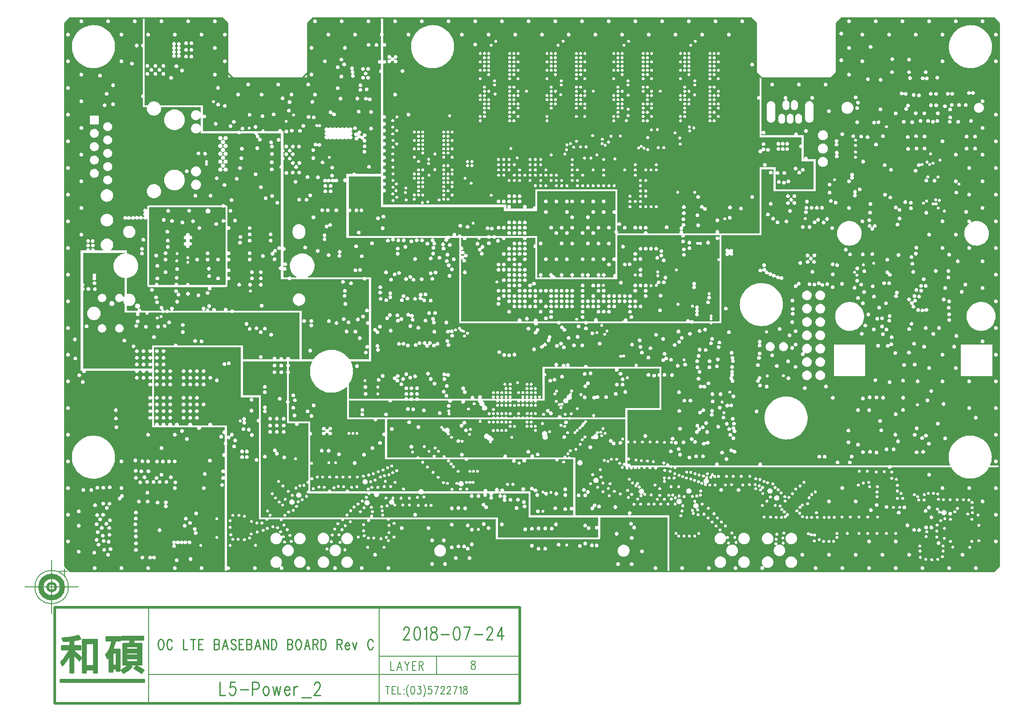
<source format=gbr>
G04 CAM350 V10.0.1 (Build 314) Date:  Fri Jul 27 19:02:53 2018 *
G04 Database: (Untitled) *
G04 Layer 7: L5P *
%FSLAX25Y25*%
%MOIN*%
%SFA1.000B1.000*%

%MIA0B0*%
%IPPOS*%
%ADD11C,0.00800*%
%ADD12C,0.01000*%
%ADD13C,0.00500*%
%ADD15C,0.02000*%
%ADD16C,0.04000*%
%ADD17C,0.00700*%
%ADD70C,0.01400*%
%LNL5P*%
%LPD*%
G36*
X419800Y115500D02*
G01X396802D01*
X396767Y115503*
X396733Y115512*
X396702Y115527*
X396673Y115547*
X396649Y115571*
X396629Y115600*
X396614Y115632*
X396605Y115665*
X396602Y115700*
X396605Y115735*
X396614Y115768*
X396629Y115800*
X396649Y115829*
X396673Y115853*
X396702Y115873*
X396726Y115885*
X396896Y115973*
X397048Y116090*
X397178Y116231*
X397281Y116393*
X397354Y116570*
X397396Y116757*
X397405Y116949*
X397380Y117139*
X397322Y117322*
X397234Y117492*
X397117Y117644*
X396976Y117774*
X396814Y117877*
X396637Y117950*
X396450Y117992*
X396259Y118001*
X396068Y117976*
X395885Y117918*
X395715Y117830*
X395563Y117713*
X395433Y117572*
X395330Y117410*
X395257Y117233*
X395215Y117046*
X395206Y116855*
X395231Y116665*
X395289Y116482*
X395377Y116311*
X395494Y116159*
X395635Y116030*
X395797Y115926*
X395886Y115885*
X395917Y115869*
X395944Y115848*
X395968Y115822*
X395987Y115793*
X396000Y115760*
X396008Y115726*
X396009Y115691*
X396005Y115657*
X395994Y115624*
X395978Y115593*
X395957Y115565*
X395931Y115541*
X395902Y115523*
X395870Y115509*
X395835Y115502*
X395809Y115500*
X379137*
X379103Y115503*
X379069Y115512*
X379037Y115527*
X379009Y115547*
X379001Y115554*
X378850Y115672*
X378681Y115762*
X378498Y115822*
X378308Y115848*
X378117Y115842*
X377929Y115802*
X377751Y115731*
X377589Y115629*
X377499Y115554*
X377471Y115532*
X377441Y115516*
X377407Y115505*
X377373Y115500*
X372349*
X372314Y115503*
X372281Y115512*
X372249Y115527*
X372221Y115547*
X372196Y115571*
X372176Y115600*
X372161Y115632*
X372152Y115665*
X372149Y115700*
Y115706*
X372136Y115950*
X372080Y116188*
X371984Y116412*
X371850Y116616*
X371683Y116794*
X371487Y116940*
X371270Y117050*
X371036Y117120*
X370794Y117149*
X370550Y117136*
X370312Y117080*
X370088Y116984*
X369884Y116850*
X369706Y116683*
X369560Y116487*
X369450Y116270*
X369380Y116036*
X369351Y115794*
Y115706*
X369349Y115671*
X369341Y115638*
X369327Y115605*
X369308Y115576*
X369284Y115551*
X369256Y115530*
X369225Y115514*
X369192Y115504*
X369157Y115500*
X350669*
X350635Y115503*
X350601Y115512*
X350569Y115527*
X350541Y115547*
X350516Y115571*
X350496Y115600*
X350491Y115609*
X350389Y115772*
X350261Y115914*
X350110Y116032*
X349941Y116122*
X349758Y116181*
X349568Y116208*
X349377Y116201*
X349189Y116161*
X349011Y116089*
X348849Y115987*
X348706Y115859*
X348588Y115708*
X348532Y115609*
X348531Y115607*
X348512Y115578*
X348488Y115552*
X348461Y115531*
X348430Y115515*
X348397Y115505*
X348362Y115500*
X347520*
X347485Y115503*
X347451Y115512*
X347420Y115527*
X347391Y115547*
X347366Y115571*
X347346Y115600*
X347342Y115609*
X347240Y115772*
X347111Y115914*
X346960Y116032*
X346791Y116122*
X346609Y116181*
X346419Y116208*
X346227Y116201*
X346040Y116161*
X345862Y116089*
X345699Y115987*
X345557Y115859*
X345439Y115708*
X345382Y115609*
X345381Y115607*
X345362Y115578*
X345339Y115552*
X345311Y115531*
X345280Y115515*
X345247Y115505*
X345212Y115500*
X344360*
X344325Y115503*
X344291Y115512*
X344260Y115527*
X344231Y115547*
X344206Y115571*
X344186Y115600*
X344182Y115608*
X344181Y115609*
X344079Y115771*
X343949Y115912*
X343797Y116029*
X343627Y116118*
X343444Y116175*
X343254Y116201*
X343062Y116192*
X342875Y116151*
X342698Y116078*
X342536Y115975*
X342395Y115845*
X342278Y115693*
X342229Y115608*
X342210Y115579*
X342187Y115553*
X342159Y115532*
X342128Y115515*
X342095Y115505*
X342061Y115500*
X341221*
X341186Y115503*
X341152Y115512*
X341120Y115527*
X341092Y115547*
X341067Y115571*
X341047Y115600*
X341042Y115609*
X340941Y115772*
X340812Y115914*
X340661Y116032*
X340492Y116122*
X340309Y116181*
X340119Y116208*
X339928Y116201*
X339740Y116161*
X339563Y116089*
X339400Y115987*
X339258Y115859*
X339140Y115708*
X339083Y115609*
X339082Y115607*
X339063Y115578*
X339040Y115552*
X339012Y115531*
X338981Y115515*
X338948Y115505*
X338913Y115500*
X338071*
X338036Y115503*
X338002Y115512*
X337971Y115527*
X337942Y115547*
X337918Y115571*
X337898Y115600*
X337893Y115609*
X337791Y115772*
X337663Y115914*
X337512Y116032*
X337342Y116122*
X337160Y116181*
X336970Y116208*
X336778Y116201*
X336591Y116161*
X336413Y116089*
X336250Y115987*
X336108Y115859*
X335990Y115708*
X335933Y115609*
X335932Y115607*
X335914Y115578*
X335890Y115552*
X335862Y115531*
X335831Y115515*
X335798Y115505*
X335763Y115500*
X331772*
X331737Y115503*
X331703Y115512*
X331672Y115527*
X331643Y115547*
X331618Y115571*
X331598Y115600*
X331594Y115609*
X331492Y115772*
X331363Y115914*
X331212Y116032*
X331043Y116122*
X330861Y116181*
X330671Y116208*
X330479Y116201*
X330292Y116161*
X330114Y116089*
X329951Y115987*
X329809Y115859*
X329691Y115708*
X329634Y115609*
X329633Y115607*
X329614Y115578*
X329591Y115552*
X329563Y115531*
X329532Y115515*
X329499Y115505*
X329464Y115500*
X328622*
X328587Y115503*
X328554Y115512*
X328522Y115527*
X328494Y115547*
X328469Y115571*
X328449Y115600*
X328444Y115609*
X328342Y115772*
X328214Y115914*
X328063Y116032*
X327893Y116122*
X327711Y116181*
X327521Y116208*
X327329Y116201*
X327142Y116161*
X326964Y116089*
X326802Y115987*
X326659Y115859*
X326541Y115708*
X326484Y115609*
Y115607*
X326465Y115578*
X326441Y115552*
X326413Y115531*
X326382Y115515*
X326349Y115505*
X326315Y115500*
X325473*
X325438Y115503*
X325404Y115512*
X325372Y115527*
X325344Y115547*
X325319Y115571*
X325299Y115600*
X325294Y115609*
X325193Y115772*
X325064Y115914*
X324913Y116032*
X324744Y116122*
X324561Y116181*
X324371Y116208*
X324180Y116201*
X323992Y116161*
X323815Y116089*
X323652Y115987*
X323510Y115859*
X323392Y115708*
X323335Y115609*
X323334Y115607*
X323315Y115578*
X323292Y115552*
X323264Y115531*
X323233Y115515*
X323200Y115505*
X323165Y115500*
X322323*
X322288Y115503*
X322254Y115512*
X322223Y115527*
X322194Y115547*
X322170Y115571*
X322150Y115600*
X322145Y115609*
X322043Y115772*
X321915Y115914*
X321764Y116032*
X321594Y116122*
X321412Y116181*
X321222Y116208*
X321030Y116201*
X320843Y116161*
X320665Y116089*
X320502Y115987*
X320360Y115859*
X320242Y115708*
X320185Y115609*
X320184Y115607*
X320166Y115578*
X320142Y115552*
X320114Y115531*
X320083Y115515*
X320050Y115505*
X320015Y115500*
X213200*
X213165Y115503*
X213132Y115512*
X213100Y115527*
X213071Y115547*
X213047Y115571*
X213027Y115600*
X213012Y115632*
X213003Y115665*
X213000Y115700*
Y127800*
X213003Y127835*
X213012Y127868*
X213027Y127900*
X213047Y127929*
X213071Y127953*
X213100Y127973*
X213132Y127988*
X213165Y127997*
X213200Y128000*
X242318*
X242353Y127997*
X242387Y127988*
X242418Y127973*
X242447Y127953*
X242471Y127929*
X242491Y127900*
X242506Y127868*
X242515Y127835*
X242517Y127825*
X242568Y127587*
X242661Y127361*
X242791Y127154*
X242955Y126974*
X243148Y126824*
X243364Y126711*
X243596Y126636*
X243838Y126603*
X244082Y126613*
X244320Y126664*
X244546Y126757*
X244753Y126887*
X244933Y127051*
X245083Y127244*
X245197Y127460*
X245271Y127692*
X245294Y127825*
X245302Y127859*
X245315Y127892*
X245334Y127921*
X245357Y127947*
X245385Y127968*
X245415Y127984*
X245449Y127995*
X245483Y128000*
X255134*
X255169Y127997*
X255202Y127988*
X255230Y127975*
X255453Y127877*
X255690Y127818*
X255934Y127802*
X256177Y127828*
X256411Y127896*
X256581Y127975*
X256613Y127989*
X256647Y127998*
X256677Y128000*
X259034*
X259069Y127997*
X259102Y127988*
X259130Y127975*
X259353Y127877*
X259590Y127818*
X259834Y127802*
X260077Y127828*
X260311Y127896*
X260481Y127975*
X260513Y127989*
X260547Y127998*
X260577Y128000*
X263234*
X263269Y127997*
X263302Y127988*
X263330Y127975*
X263553Y127877*
X263790Y127818*
X264034Y127802*
X264277Y127828*
X264511Y127896*
X264681Y127975*
X264713Y127989*
X264747Y127998*
X264777Y128000*
X287141*
X287176Y127997*
X287210Y127988*
X287241Y127973*
X287270Y127953*
X287294Y127929*
X287314Y127900*
X287329Y127868*
X287338Y127835*
X287341Y127808*
X287371Y127565*
X287443Y127332*
X287555Y127115*
X287702Y126921*
X287881Y126755*
X288086Y126622*
X288311Y126527*
X288549Y126473*
X288793Y126461*
X289035Y126491*
X289268Y126563*
X289485Y126675*
X289679Y126822*
X289845Y127001*
X289978Y127206*
X290073Y127431*
X290127Y127669*
X290139Y127808*
X290143Y127842*
X290154Y127875*
X290170Y127906*
X290191Y127934*
X290216Y127958*
X290245Y127977*
X290278Y127990*
X290312Y127998*
X290339Y128000*
X296998*
X297032Y127997*
X297066Y127988*
X297098Y127973*
X297126Y127953*
X297151Y127929*
X297171Y127900*
X297185Y127868*
X297194Y127835*
X297198Y127800*
X297194Y127765*
X297185Y127731*
X297122Y127496*
X297100Y127253*
X297121Y127009*
X297184Y126774*
X297286Y126552*
X297426Y126352*
X297598Y126179*
X297798Y126039*
X298019Y125935*
X298254Y125872*
X298497Y125850*
X298741Y125871*
X298976Y125934*
X299198Y126036*
X299398Y126176*
X299571Y126348*
X299711Y126548*
X299815Y126769*
X299878Y127004*
X299900Y127247*
X299879Y127491*
X299815Y127731*
X299806Y127765*
X299803Y127800*
X299805Y127834*
X299814Y127868*
X299829Y127900*
X299849Y127928*
X299874Y127953*
X299902Y127973*
X299934Y127988*
X299967Y127997*
X300002Y128000*
X309485*
X309520Y127997*
X309554Y127988*
X309585Y127973*
X309614Y127953*
X309638Y127929*
X309658Y127900*
X309673Y127868*
X309682Y127835*
X309685Y127800*
X309682Y127765*
X309680Y127756*
Y127754*
X309652Y127564*
X309657Y127372*
X309696Y127185*
X309767Y127006*
X309868Y126843*
X309995Y126700*
X310145Y126581*
X310314Y126490*
X310411Y126454*
X310412Y126453*
X310444Y126439*
X310473Y126420*
X310499Y126396*
X310519Y126368*
X310535Y126337*
X310545Y126304*
X310549Y126269*
X310547Y126235*
X310545Y126221*
X310501Y125875*
Y125750*
X310540Y125404*
X310638Y125069*
X310793Y124757*
X311001Y124477*
X311253Y124236*
X311544Y124043*
X311628Y124000*
X311954Y123876*
X312296Y123810*
X312608Y123803*
X312643Y123802*
X312677Y123795*
X312709Y123782*
X312739Y123763*
X312765Y123740*
X312786Y123712*
X312802Y123682*
X312813Y123649*
X312818Y123614*
X312817Y123579*
X312810Y123545*
X312797Y123513*
X312794Y123507*
X312654Y123187*
X312572Y122848*
X312551Y122500*
X312590Y122154*
X312688Y121819*
X312717Y121750*
X312884Y121444*
X313101Y121171*
X313362Y120941*
X313660Y120759*
X313985Y120632*
X314326Y120562*
X314675Y120554*
X315020Y120606*
X315350Y120717*
X315656Y120884*
X315929Y121101*
X316159Y121362*
X316192Y121408*
X316365Y121711*
X316484Y122039*
X316543Y122382*
X316540Y122750*
X316475Y123093*
X316352Y123419*
X316173Y123718*
X315946Y123982*
X315676Y124203*
X315372Y124373*
X315043Y124488*
X314699Y124544*
X314442Y124547*
X314432*
X314397Y124550*
X314367Y124558*
X315065*
X314366*
X314334Y124572*
X314305Y124592*
X314280Y124616*
X314260Y124644*
X314245Y124676*
X314235Y124709*
X314232Y124744*
X314234Y124779*
X314243Y124812*
X314256Y124843*
X314396Y125163*
X314478Y125502*
X314499Y125850*
X314460Y126196*
X314362Y126531*
X314207Y126843*
X314000Y127123*
X313747Y127364*
X313457Y127556*
X313333Y127618*
X313303Y127635*
X313276Y127658*
X313254Y127684*
X313236Y127714*
X313224Y127747*
X313217Y127781*
Y127800*
X313220Y127835*
X313229Y127868*
X313243Y127900*
X313263Y127929*
X313288Y127953*
X313317Y127973*
X313348Y127988*
X313382Y127997*
X313417Y128000*
X323018*
X323053Y127997*
X323086Y127988*
X323118Y127973*
X323146Y127953*
X323171Y127929*
X323191Y127900*
X323206Y127868*
X323215Y127835*
X323218Y127800*
X323217Y127786*
X323220Y127594*
X323257Y127406*
X323325Y127227*
X323424Y127062*
X323549Y126917*
X323698Y126796*
X323866Y126703*
X324047Y126640*
X324236Y126610*
X324428Y126613*
X324616Y126650*
X324795Y126718*
X324960Y126817*
X325105Y126942*
X325226Y127091*
X325319Y127259*
X325382Y127440*
X325412Y127629*
Y127821*
X325419Y127855*
X325431Y127887*
X325449Y127917*
X325472Y127944*
X325499Y127966*
X325530Y127983*
X325563Y127994*
X325597Y127999*
X325611Y128000*
X326168*
X326202Y127997*
X326236Y127988*
X326268Y127973*
X326296Y127953*
X326321Y127929*
X326341Y127900*
X326355Y127868*
X326364Y127835*
X326368Y127800*
X326367Y127786*
X326370Y127594*
X326406Y127406*
X326475Y127227*
X326573Y127062*
X326699Y126917*
X326848Y126796*
X327015Y126703*
X327197Y126640*
X327386Y126610*
X327578Y126613*
X327766Y126650*
X327945Y126718*
X328109Y126817*
X328254Y126942*
X328375Y127091*
X328468Y127259*
X328531Y127440*
X328561Y127629*
Y127786*
X328562Y127821*
X328569Y127855*
X328581Y127887*
X328599Y127917*
X328622Y127944*
X328649Y127966*
X328679Y127983*
X328712Y127994*
X328747Y127999*
X328761Y128000*
X329317*
X329352Y127997*
X329386Y127988*
X329417Y127973*
X329446Y127953*
X329470Y127929*
X329490Y127900*
X329505Y127868*
X329514Y127835*
X329517Y127800*
Y127786*
X329520Y127594*
X329556Y127406*
X329624Y127227*
X329723Y127062*
X329848Y126917*
X329997Y126796*
X330165Y126703*
X330346Y126640*
X330535Y126610*
X330727Y126613*
X330915Y126650*
X331095Y126718*
X331259Y126817*
X331404Y126942*
X331525Y127091*
X331618Y127259*
X331681Y127440*
X331711Y127629*
Y127786*
X331712Y127821*
X331718Y127855*
X331731Y127887*
X331749Y127917*
X331771Y127944*
X331798Y127966*
X331829Y127983*
X331862Y127994*
X331896Y127999*
X331911Y128000*
X332467*
X332501Y127997*
X332535Y127988*
X332567Y127973*
X332595Y127953*
X332620Y127929*
X332640Y127900*
X332655Y127868*
X332664Y127835*
X332667Y127800*
X332666Y127786*
X332669Y127594*
X332706Y127406*
X332774Y127227*
X332873Y127062*
X332998Y126917*
X333147Y126796*
X333315Y126703*
X333496Y126640*
X333685Y126610*
X333877Y126613*
X334065Y126650*
X334244Y126718*
X334409Y126817*
X334554Y126942*
X334674Y127091*
X334768Y127259*
X334830Y127440*
X334861Y127629*
Y127821*
X334868Y127855*
X334880Y127887*
X334898Y127917*
X334921Y127944*
X334948Y127966*
X334979Y127983*
X335011Y127994*
X335046Y127999*
X335060Y128000*
X338766*
X338801Y127997*
X338834Y127988*
X338866Y127973*
X338894Y127953*
X338919Y127929*
X338939Y127900*
X338954Y127868*
X338963Y127835*
X338966Y127800*
X338965Y127786*
X338968Y127594*
X339005Y127406*
X339073Y127227*
X339172Y127062*
X339297Y126917*
X339446Y126796*
X339614Y126703*
X339795Y126640*
X339984Y126610*
X340176Y126613*
X340364Y126650*
X340543Y126718*
X340708Y126817*
X340853Y126942*
X340974Y127091*
X341067Y127259*
X341130Y127440*
X341160Y127629*
Y127821*
X341167Y127855*
X341179Y127887*
X341197Y127917*
X341220Y127944*
X341247Y127966*
X341278Y127983*
X341311Y127994*
X341345Y127999*
X341359Y128000*
X341916*
X341950Y127997*
X341984Y127988*
X342016Y127973*
X342044Y127953*
X342069Y127929*
X342089Y127900*
X342103Y127868*
X342112Y127835*
X342116Y127800*
X342115Y127786*
X342118Y127594*
X342154Y127406*
X342223Y127227*
X342321Y127062*
X342447Y126917*
X342596Y126796*
X342763Y126703*
X342945Y126640*
X343134Y126610*
X343326Y126613*
X343514Y126650*
X343693Y126718*
X343857Y126817*
X344002Y126942*
X344123Y127091*
X344216Y127259*
X344279Y127440*
X344309Y127629*
Y127786*
X344310Y127821*
X344317Y127855*
X344329Y127887*
X344347Y127917*
X344370Y127944*
X344397Y127966*
X344427Y127983*
X344460Y127994*
X344495Y127999*
X344509Y128000*
X345065*
X345100Y127997*
X345134Y127988*
X345165Y127973*
X345194Y127953*
X345218Y127929*
X345238Y127900*
X345253Y127868*
X345262Y127835*
X345265Y127800*
Y127786*
X345268Y127594*
X345304Y127406*
X345372Y127227*
X345471Y127062*
X345597Y126917*
X345745Y126796*
X345913Y126703*
X346094Y126640*
X346284Y126610*
X346475Y126613*
X346663Y126650*
X346843Y126718*
X347007Y126817*
X347152Y126942*
X347273Y127091*
X347366Y127259*
X347429Y127440*
X347459Y127629*
Y127786*
X347460Y127821*
X347466Y127855*
X347479Y127887*
X347497Y127917*
X347519Y127944*
X347546Y127966*
X347577Y127983*
X347610Y127994*
X347644Y127999*
X347659Y128000*
X348215*
X348249Y127997*
X348283Y127988*
X348315Y127973*
X348343Y127953*
X348368Y127929*
X348388Y127900*
X348403Y127868*
X348412Y127835*
X348415Y127800*
X348414Y127786*
X348417Y127594*
X348454Y127406*
X348522Y127227*
X348621Y127062*
X348746Y126917*
X348895Y126796*
X349063Y126703*
X349244Y126640*
X349433Y126610*
X349625Y126613*
X349813Y126650*
X349992Y126718*
X350157Y126817*
X350302Y126942*
X350423Y127091*
X350516Y127259*
X350578Y127440*
X350609Y127629*
Y127821*
X350616Y127855*
X350628Y127887*
X350646Y127917*
X350669Y127944*
X350696Y127966*
X350727Y127983*
X350760Y127994*
X350794Y127999*
X350808Y128000*
X351364*
X351399Y127997*
X351433Y127988*
X351464Y127973*
X351493Y127953*
X351518Y127929*
X351538Y127900*
X351552Y127868*
X351561Y127835*
X351564Y127800*
Y127786*
X351567Y127594*
X351603Y127406*
X351672Y127227*
X351770Y127062*
X351896Y126917*
X352045Y126796*
X352212Y126703*
X352393Y126640*
X352583Y126610*
X352774Y126613*
X352963Y126650*
X353142Y126718*
X353306Y126817*
X353451Y126942*
X353572Y127091*
X353665Y127259*
X353728Y127440*
X353741Y127500*
X353761Y127691*
X353758Y127786*
X353759Y127821*
X353765Y127855*
X353778Y127887*
X353796Y127917*
X353819Y127944*
X353846Y127966*
X353876Y127983*
X353909Y127994*
X353944Y127999*
X353958Y128000*
X359500*
Y146202*
X359503Y146236*
X359512Y146270*
X359527Y146302*
X359547Y146330*
X359571Y146355*
X359600Y146375*
X359632Y146390*
X359665Y146399*
X359701Y146402*
X359892Y146418*
X360077Y146466*
X360252Y146547*
X360409Y146656*
X360545Y146791*
X360656Y146948*
X360738Y147121*
X360788Y147306*
X360806Y147497*
X360790Y147688*
X360741Y147873*
X360696Y147981*
X360597Y148146*
X360472Y148291*
X360323Y148412*
X360156Y148505*
X359975Y148568*
X359785Y148599*
X359701Y148602*
X359666Y148604*
X359632Y148613*
X359601Y148628*
X359572Y148648*
X359547Y148672*
X359527Y148701*
X359512Y148732*
X359503Y148766*
X359500Y148802*
Y151800*
X359503Y151835*
X359512Y151868*
X359527Y151900*
X359547Y151929*
X359571Y151953*
X359600Y151973*
X359632Y151988*
X359665Y151997*
X359700Y152000*
X412110*
X412145Y151997*
X412179Y151988*
X412210Y151973*
X412239Y151953*
X412263Y151929*
X412283Y151900*
X412298Y151868*
X412307Y151835*
X412310Y151800*
X412307Y151765*
X412298Y151732*
X412292Y151717*
X412210Y151487*
X412169Y151246*
X412171Y151002*
X412215Y150762*
X412300Y150533*
X412424Y150323*
X412582Y150137*
X412770Y149982*
X412982Y149861*
X413212Y149779*
X413453Y149738*
X413697Y149740*
X413937Y149784*
X414166Y149869*
X414376Y149993*
X414562Y150151*
X414717Y150339*
X414838Y150551*
X414920Y150781*
X414961Y151022*
X414959Y151266*
X414915Y151506*
X414838Y151717*
X414826Y151750*
X414821Y151784*
Y151819*
X414827Y151853*
X414839Y151886*
X414857Y151916*
X414880Y151942*
X414906Y151965*
X414937Y151982*
X414970Y151993*
X415004Y151999*
X415020Y152000*
X445300*
X445335Y151997*
X445368Y151988*
X445400Y151973*
X445429Y151953*
X445453Y151929*
X445473Y151900*
X445488Y151868*
X445497Y151835*
X445500Y151800*
Y148868*
X445497Y148833*
X445488Y148799*
X445473Y148767*
X445453Y148739*
X445429Y148714*
X445400Y148694*
X445368Y148680*
X445335Y148671*
X445325Y148669*
X445324*
X445085Y148617*
X444859Y148525*
X444653Y148395*
X444472Y148231*
X444323Y148038*
X444209Y147822*
X444135Y147589*
X444102Y147347*
X444111Y147104*
X444163Y146865*
X444206Y146745*
X444319Y146528*
X444467Y146335*
X444647Y146170*
X444853Y146038*
X445078Y145945*
X445325Y145891*
X445359Y145884*
X445391Y145870*
X445421Y145852*
X445447Y145829*
X445468Y145801*
X445484Y145770*
X445495Y145737*
X445500Y145702*
Y122700*
X445497Y122665*
X445488Y122632*
X445473Y122600*
X445453Y122571*
X445429Y122547*
X445400Y122527*
X445368Y122512*
X445335Y122503*
X445300Y122500*
X420000*
Y115700*
X419997Y115665*
X419988Y115632*
X419973Y115600*
X419953Y115571*
X419929Y115547*
X419900Y115527*
X419868Y115512*
X419835Y115503*
X419800Y115500*
G37*
G36*
X490300Y187500D02*
G01X471296D01*
X471262Y187503*
X471228Y187512*
X471196Y187527*
X471168Y187547*
X471143Y187571*
X471123Y187600*
X471114Y187617*
Y187618*
X470995Y187831*
X470841Y188021*
X470656Y188180*
X470447Y188306*
X470219Y188393*
X469979Y188439*
X469735Y188442*
X469494Y188404*
X469264Y188324*
X469051Y188205*
X468861Y188051*
X468766Y187949*
X468741Y187924*
X468712Y187904*
X468681Y187890*
X468647Y187881*
X468612Y187878*
X468577Y187881*
X468544Y187891*
X468512Y187906*
X468484Y187926*
X468459Y187951*
X468440Y187979*
X468425Y188011*
X468418Y188037*
X468417Y188039*
X468349Y188274*
X468241Y188492*
X468097Y188689*
X467921Y188858*
X467718Y188994*
X467495Y189092*
X467258Y189151*
X467014Y189167*
X466772Y189140*
X466537Y189072*
X466318Y188964*
X466121Y188820*
X465953Y188644*
X465817Y188441*
X465718Y188218*
X465660Y187981*
X465645Y187710*
Y187708*
X465644Y187674*
X465636Y187640*
X465623Y187607*
X465604Y187578*
X465580Y187552*
X465553Y187531*
X465522Y187515*
X465488Y187505*
X465454Y187500*
X421634*
X421599Y187503*
X421565Y187513*
X421534Y187528*
X421506Y187548*
X421481Y187573*
X421461Y187602*
X421447Y187633*
X421438Y187667*
X421436Y187702*
X421439Y187737*
X421448Y187770*
X421463Y187800*
Y187801*
X421566Y188022*
X421629Y188258*
X421650Y188501*
X421629Y188744*
X421565Y188980*
X421462Y189201*
X421432Y189250*
X421284Y189444*
X421104Y189609*
X420899Y189741*
X420674Y189834*
X420435Y189888*
X420192Y189899*
X419950Y189867*
X419717Y189794*
X419500Y189682*
X419306Y189534*
X419141Y189354*
X419009Y189149*
X418916Y188924*
X418862Y188685*
X418851Y188442*
X418862Y188316*
Y188314*
X418864Y188279*
X418859Y188244*
X418848Y188211*
X418831Y188181*
X418810Y188153*
X418784Y188130*
X418754Y188111*
X418722Y188098*
X418688Y188091*
X418653Y188090*
X418641Y188091*
X418639*
X418447Y188099*
X418257Y188073*
X418074Y188014*
X417905Y187925*
X417753Y187808*
X417624Y187666*
X417573Y187592*
Y187591*
X417551Y187564*
X417525Y187540*
X417496Y187522*
X417463Y187509*
X417429Y187501*
X417407Y187500*
X399384*
X399349Y187503*
X399315Y187513*
X399284Y187528*
X399256Y187548*
X399231Y187573*
X399211Y187602*
X399197Y187633*
X399188Y187667*
X399186Y187702*
X399189Y187737*
X399198Y187770*
X399213Y187800*
Y187801*
X399316Y188022*
X399379Y188258*
X399400Y188501*
X399379Y188744*
X399315Y188980*
X399212Y189201*
X399072Y189401*
X398899Y189573*
X398699Y189713*
X398478Y189816*
X398242Y189879*
X397999Y189900*
X397756Y189879*
X397520Y189815*
X397299Y189712*
X397099Y189572*
X396927Y189399*
X396787Y189199*
X396692Y189000*
X396625Y188765*
X396600Y188523*
X396617Y188279*
X396677Y188042*
X396787Y187801*
X396788Y187800*
X396802Y187768*
X396811Y187735*
X396814Y187700*
X396811Y187665*
X396802Y187632*
X396787Y187600*
X396767Y187571*
X396743Y187547*
X396714Y187527*
X396683Y187512*
X396649Y187503*
X396614Y187500*
X391558*
X391524Y187503*
X391490Y187512*
X391458Y187527*
X391428Y187549*
X391426Y187550*
X391230Y187695*
X391011Y187803*
X390777Y187872*
X390534Y187900*
X390291Y187884*
X390054Y187827*
X389830Y187729*
X389627Y187594*
X389574Y187550*
X389546Y187529*
X389515Y187514*
X389481Y187504*
X389444Y187500*
X371256*
X371222Y187503*
X371188Y187513*
X371157Y187528*
X371128Y187549*
X371126Y187550*
X370930Y187695*
X370711Y187803*
X370477Y187872*
X370234Y187900*
X369991Y187884*
X369754Y187827*
X369530Y187729*
X369327Y187594*
X369274Y187550*
X369246Y187529*
X369215Y187514*
X369181Y187504*
X369144Y187500*
X354288*
X354253Y187503*
X354220Y187512*
X354188Y187527*
X354160Y187547*
X354135Y187571*
X354115Y187600*
X354100Y187632*
X354091Y187665*
X354088Y187700*
X354091Y187735*
X354100Y187768*
X354103Y187775*
Y187776*
X354175Y188009*
X354205Y188252*
X354192Y188495*
X354137Y188733*
X354042Y188958*
X353909Y189163*
X353743Y189341*
X353548Y189488*
X353331Y189599*
X353098Y189671*
X352855Y189701*
X352612Y189688*
X352374Y189633*
X352149Y189538*
X352084Y189502*
X352006*
X352005Y189501*
X352084*
X351887Y189358*
X351717Y189183*
X351581Y188980*
X351482Y188757*
X351423Y188521*
X351406Y188277*
X351431Y188034*
X351508Y187776*
Y187775*
X351518Y187742*
X351523Y187707*
X351521Y187672*
X351513Y187638*
X351500Y187606*
X351481Y187577*
X351457Y187552*
X351429Y187531*
X351398Y187515*
X351365Y187504*
X351330Y187500*
X342286*
X342251Y187503*
X342218Y187513*
X342186Y187528*
X342158Y187548*
X342134Y187573*
X342114Y187602*
X342100Y187633*
X342091Y187667*
X342088Y187702*
X342092Y187737*
X342102Y187774*
X342103Y187775*
X342174Y188008*
X342205Y188251*
X342192Y188494*
X342138Y188732*
X342043Y188957*
X341910Y189162*
X341744Y189341*
X341527Y189501*
X341606*
Y189502*
X341527*
X341307Y189609*
X341073Y189676*
X340830Y189701*
X340587Y189684*
X340350Y189625*
X340127Y189526*
X339925Y189390*
X339749Y189220*
X339606Y189023*
X339498Y188803*
X339431Y188569*
X339406Y188326*
X339423Y188083*
X339482Y187846*
X339508Y187775*
X339509Y187773*
X339519Y187739*
X339523Y187704*
X339521Y187670*
X339512Y187636*
X339498Y187604*
X339479Y187575*
X339455Y187550*
X339427Y187529*
X339395Y187514*
X339362Y187504*
X339325Y187500*
X297200*
X297165Y187503*
X297132Y187512*
X297100Y187527*
X297071Y187547*
X297047Y187571*
X297027Y187600*
X297012Y187632*
X297003Y187665*
X297000Y187700*
Y233999*
X297003Y234034*
X297013Y234068*
X297028Y234099*
X297048Y234127*
X297073Y234152*
X297102Y234172*
X297133Y234186*
X297167Y234195*
X297202Y234197*
X297237Y234194*
X297267Y234186*
X297269Y234185*
X297504Y234122*
X297747Y234100*
X297910Y234109*
X297911*
X297946Y234110*
X297981Y234105*
X298014Y234094*
X298044Y234078*
X298072Y234056*
X298095Y234030*
X298113Y234000*
X298126Y233968*
X298133Y233934*
X298134Y233899*
X298129Y233864*
X298118Y233831*
X298100Y233798*
X298099Y233797*
X297978Y233585*
X297896Y233355*
X297855Y233114*
X297856Y232870*
X297900Y232630*
X297984Y232401*
X298108Y232191*
X298266Y232005*
X298453Y231849*
X298665Y231728*
X298895Y231646*
X299136Y231605*
X299380Y231606*
X299620Y231650*
X299849Y231734*
X300059Y231858*
X300245Y232015*
X300401Y232203*
X300522Y232415*
X300604Y232645*
X300645Y232886*
X300644Y233130*
X300600Y233370*
X300516Y233599*
X300393Y233809*
X300235Y233995*
X300174Y234052*
X299977Y234196*
X299758Y234305*
X299524Y234373*
X299282Y234400*
X299090Y234391*
X299089*
X299054Y234390*
X299019Y234395*
X298986Y234406*
X298956Y234422*
X298928Y234444*
X298905Y234470*
X298887Y234500*
X298874Y234532*
X298867Y234566*
X298866Y234589*
X298869Y234624*
X298878Y234658*
X298892Y234689*
X298901Y234702*
X299022Y234915*
X299104Y235145*
X299145Y235386*
X299144Y235626*
Y235661*
X299150Y235695*
X299162Y235728*
X299179Y235758*
X299202Y235785*
X299228Y235808*
X299258Y235825*
X299291Y235837*
X299325Y235844*
X299360*
X299395Y235838*
X299427Y235826*
X299458Y235809*
X299486Y235785*
X299488Y235783*
X299671Y235621*
X299880Y235495*
X300107Y235406*
X300347Y235358*
X300591Y235353*
X300832Y235390*
X301063Y235468*
X301277Y235585*
X301468Y235738*
X301629Y235921*
X301755Y236130*
X301844Y236357*
X301892Y236597*
X301897Y236841*
X301860Y237082*
X301782Y237313*
X301665Y237527*
X301512Y237718*
X301329Y237879*
X301120Y238005*
X300893Y238094*
X300653Y238142*
X300409Y238147*
X300168Y238110*
X299937Y238032*
X299723Y237915*
X299621Y237839*
X299620*
X299591Y237820*
X299559Y237806*
X299525Y237797*
X299490Y237795*
X299456Y237799*
X299449Y237801*
X299453Y237786*
X299455Y237751*
X299451Y237717*
X299442Y237683*
X299426Y237652*
X299411Y237629*
X299274Y237427*
X299176Y237204*
X299117Y236967*
X299100Y236723*
X299106Y236624*
Y236589*
X299100Y236555*
X299088Y236522*
X299071Y236492*
X299048Y236465*
X299022Y236442*
X298992Y236425*
X298959Y236413*
X298925Y236407*
X298890Y236406*
X298855Y236412*
X298823Y236424*
X298792Y236441*
X298764Y236466*
X298762Y236468*
X298579Y236629*
X298370Y236755*
X298143Y236844*
X297903Y236892*
X297659Y236897*
X297418Y236860*
X297269Y236815*
X297235Y236806*
X297200Y236803*
X297166Y236805*
X297132Y236814*
X297100Y236829*
X297072Y236849*
X297047Y236874*
X297027Y236902*
X297012Y236934*
X297003Y236967*
X297000Y237002*
Y237793*
X297003Y237827*
X297012Y237861*
X297027Y237893*
X297047Y237921*
X297071Y237946*
X297100Y237966*
X297132Y237981*
X297165Y237990*
X297200Y237993*
X297235Y237990*
X297268Y237981*
X297300Y237966*
X297331Y237944*
X297333Y237943*
X297530Y237799*
X297750Y237692*
X297984Y237625*
X298227Y237600*
X298470Y237617*
X298707Y237677*
X298930Y237776*
X299129Y237911*
X299158Y237930*
X299190Y237944*
X299224Y237953*
X299259Y237955*
X299293Y237951*
X299301Y237949*
X299297Y237965*
X299295Y238000*
X299299Y238034*
X299309Y238068*
X299324Y238099*
X299339Y238121*
X299340*
X299432Y238250*
X299544Y238467*
X299617Y238700*
X299649Y238942*
X299638Y239185*
X299584Y239424*
X299491Y239649*
X299359Y239854*
X299194Y240034*
X299000Y240182*
X298783Y240294*
X298550Y240367*
X298308Y240399*
X298065Y240388*
X297826Y240334*
X297601Y240241*
X297396Y240109*
X297331Y240056*
X297303Y240036*
X297271Y240020*
X297238Y240011*
X297203Y240007*
X297168Y240010*
X297134Y240018*
X297103Y240033*
X297074Y240052*
X297049Y240077*
X297028Y240105*
X297013Y240136*
X297004Y240170*
X297000Y240205*
Y240651*
X297003Y240686*
X297012Y240719*
X297027Y240751*
X297047Y240779*
X297071Y240804*
X297100Y240824*
X297132Y240839*
X297165Y240848*
X297200Y240851*
X297208*
X297451Y240864*
X297689Y240920*
X297913Y241017*
X298117Y241151*
X298230Y241250*
X298389Y241435*
X298513Y241645*
X298599Y241874*
X298643Y242114*
X298646Y242358*
X298606Y242599*
X298525Y242829*
X298405Y243041*
X298250Y243230*
X298065Y243389*
X297855Y243513*
X297626Y243599*
X297386Y243643*
X297208Y243649*
X297206*
X297171Y243651*
X297137Y243659*
X297105Y243673*
X297076Y243692*
X297051Y243716*
X297030Y243744*
X297014Y243775*
X297004Y243808*
X297000Y243843*
Y249802*
X297003Y249837*
X297013Y249870*
X297028Y249902*
X297048Y249930*
X297073Y249954*
X297102Y249974*
X297133Y249989*
X297167Y249997*
X297198Y250000*
X298113*
X298147Y249997*
X298181Y249988*
X298213Y249973*
X298241Y249953*
X298266Y249929*
X298286Y249900*
X298300Y249868*
X298309Y249835*
X298313Y249800*
X298311Y249775*
Y249773*
X298302Y249529*
X298335Y249288*
X298410Y249055*
X298524Y248840*
X298674Y248647*
X298855Y248483*
X299062Y248354*
X299288Y248262*
X299527Y248211*
X299771Y248202*
X300012Y248235*
X300245Y248310*
X300460Y248424*
X300653Y248574*
X300817Y248755*
X300946Y248962*
X301038Y249188*
X301089Y249427*
X301098Y249671*
X301089Y249774*
Y249775*
X301088Y249810*
X301092Y249844*
X301103Y249878*
X301119Y249908*
X301141Y249936*
X301167Y249959*
X301196Y249978*
X301228Y249991*
X301262Y249998*
X301287Y250000*
X309203*
X309238Y249997*
X309271Y249987*
X309303Y249972*
X309331Y249952*
X309355Y249927*
X309375Y249898*
X309390Y249867*
X309398Y249833*
X309401Y249798*
Y249792*
X309410Y249601*
X309453Y249414*
X309527Y249237*
X309631Y249076*
X309761Y248935*
X309914Y248819*
X310084Y248732*
X310267Y248675*
X310458Y248651*
X310649Y248660*
X310836Y248703*
X311013Y248777*
X311174Y248881*
X311315Y249011*
X311431Y249164*
X311518Y249334*
X311575Y249517*
X311599Y249708*
Y249793*
X311601Y249828*
X311609Y249862*
X311622Y249894*
X311641Y249923*
X311665Y249948*
X311693Y249969*
X311724Y249985*
X311757Y249996*
X311792Y250000*
X316463*
X316497Y249997*
X316531Y249988*
X316563Y249973*
X316591Y249953*
X316616Y249929*
X316624Y249919*
X316625Y249917*
X316786Y249735*
X316977Y249583*
X317192Y249466*
X317423Y249389*
X317664Y249353*
X317908Y249359*
X318148Y249408*
X318375Y249497*
X318583Y249625*
X318765Y249786*
X318876Y249918*
X318877Y249919*
X318900Y249945*
X318927Y249967*
X318957Y249983*
X318990Y249994*
X319025Y250000*
X320465*
X320499Y249997*
X320533Y249987*
X320564Y249972*
X320593Y249952*
X320617Y249927*
X320622Y249920*
X320624Y249919*
X320785Y249736*
X320976Y249584*
X321190Y249467*
X321421Y249389*
X321663Y249353*
X321907Y249359*
X322146Y249407*
X322373Y249496*
X322581Y249624*
X322764Y249785*
X322877Y249919*
X322900Y249945*
X322927Y249967*
X322957Y249983*
X322990Y249994*
X323025Y250000*
X327382*
X327417Y249997*
X327450Y249988*
X327482Y249973*
X327510Y249953*
X327535Y249929*
X327555Y249900*
X327570Y249868*
X327579Y249835*
X327582Y249800*
Y249799*
X327603Y249556*
X327667Y249320*
X327770Y249099*
X327910Y248899*
X328083Y248727*
X328283Y248587*
X328504Y248484*
X328740Y248421*
X328983Y248400*
X329226Y248422*
X329462Y248485*
X329683Y248588*
X329883Y248729*
X330055Y248901*
X330195Y249101*
X330298Y249323*
X330361Y249558*
X330382Y249799*
Y249800*
X330385Y249835*
X330394Y249868*
X330409Y249900*
X330429Y249929*
X330453Y249953*
X330482Y249973*
X330513Y249988*
X330547Y249997*
X330582Y250000*
X343108*
X343142Y249997*
X343176Y249987*
X343207Y249972*
X343236Y249952*
X343260Y249927*
X343280Y249898*
X343294Y249867*
X343303Y249833*
X343306Y249802*
Y249800*
X343327Y249557*
X343390Y249321*
X343494Y249100*
X343634Y248901*
X343807Y248728*
X344007Y248588*
X344228Y248486*
X344464Y248423*
X344707Y248402*
X344950Y248423*
X345186Y248487*
X345407Y248590*
X345606Y248730*
X345779Y248903*
X345919Y249103*
X346022Y249324*
X346084Y249560*
X346106Y249800*
Y249802*
X346109Y249837*
X346118Y249870*
X346133Y249902*
X346154Y249930*
X346179Y249955*
X346207Y249974*
X346239Y249989*
X346273Y249997*
X346304Y250000*
X352300*
X352335Y249997*
X352368Y249988*
X352400Y249973*
X352429Y249953*
X352453Y249929*
X352473Y249900*
X352488Y249868*
X352497Y249835*
X352500Y249800*
Y245386*
X352497Y245352*
X352487Y245318*
X352472Y245287*
X352452Y245258*
X352427Y245234*
X352398Y245214*
X352367Y245200*
X352333Y245191*
X352328Y245190*
X352326*
X352087Y245138*
X351862Y245045*
X351656Y244914*
X351475Y244750*
X351326Y244556*
X351213Y244340*
X351139Y244107*
X351107Y243866*
X351117Y243622*
X351169Y243383*
X351262Y243158*
X351393Y242952*
X351558Y242771*
X351751Y242622*
X351967Y242509*
X352200Y242435*
X352326Y242413*
X352328*
X352362Y242405*
X352394Y242391*
X352423Y242372*
X352449Y242349*
X352470Y242321*
X352485Y242290*
X352496Y242256*
X352500Y242222*
Y219000*
X414000*
Y251800*
X414003Y251835*
X414012Y251868*
X414027Y251900*
X414047Y251929*
X414071Y251953*
X414100Y251973*
X414132Y251988*
X414165Y251997*
X414198Y252000*
X461603*
X461638Y251997*
X461672Y251988*
X461703Y251973*
X461732Y251953*
X461756Y251929*
X461776Y251900*
X461791Y251868*
X461800Y251835*
X461803Y251800*
Y251788*
X461809Y251544*
X461857Y251304*
X461946Y251077*
X462073Y250869*
X462235Y250686*
X462426Y250534*
X462640Y250417*
X462871Y250339*
X463113Y250303*
X463356Y250309*
X463596Y250357*
X463823Y250446*
X464031Y250573*
X464214Y250735*
X464366Y250926*
X464483Y251140*
X464561Y251371*
X464597Y251613*
Y251790*
X464598Y251824*
X464606Y251859*
X464619Y251891*
X464637Y251920*
X464661Y251946*
X464688Y251968*
X464719Y251984*
X464752Y251995*
X464787Y252000*
X490302*
X490337Y251997*
X490370Y251987*
X490402Y251972*
X490430Y251952*
X490454Y251927*
X490474Y251898*
X490489Y251867*
X490497Y251833*
X490500Y251800*
Y250575*
X490497Y250540*
X490488Y250506*
X490473Y250475*
X490453Y250446*
X490429Y250421*
X490400Y250401*
X490368Y250387*
X490335Y250378*
X490300Y250375*
X490265Y250378*
X490232Y250387*
X490200Y250401*
X490171Y250421*
X490147Y250446*
X490125Y250478*
X490124Y250479*
X489988Y250681*
X489818Y250857*
X489621Y251000*
X489401Y251107*
X489167Y251174*
X488924Y251200*
X488680Y251183*
X488444Y251124*
X488221Y251024*
X488019Y250888*
X487843Y250718*
X487700Y250521*
X487593Y250301*
X487526Y250067*
X487500Y249824*
X487517Y249580*
X487576Y249344*
X487676Y249121*
X487812Y248919*
X487982Y248743*
X488179Y248600*
X488399Y248493*
X488633Y248426*
X488876Y248400*
X489120Y248417*
X489356Y248476*
X489579Y248576*
X489781Y248712*
X489957Y248882*
X490100Y249079*
X490125Y249121*
Y249122*
X490144Y249151*
X490169Y249176*
X490197Y249197*
X490228Y249212*
X490262Y249222*
X490296Y249225*
X490331Y249223*
X490365Y249215*
X490397Y249200*
X490426Y249181*
X490451Y249157*
X490471Y249129*
X490487Y249097*
X490496Y249064*
X490500Y249025*
Y234935*
X490497Y234900*
X490487Y234867*
X490472Y234835*
X490452Y234807*
X490427Y234783*
X490398Y234763*
X490367Y234748*
X490333Y234740*
X490298Y234737*
X490263Y234740*
X490241Y234746*
X490238Y234747*
X490051Y234789*
X489860Y234799*
X489670Y234776*
X489486Y234719*
X489316Y234632*
X489163Y234516*
X489032Y234376*
X488928Y234215*
X488853Y234038*
X488810Y233851*
X488801Y233660*
X488824Y233470*
X488881Y233286*
Y233284*
X488882*
X488896Y233250*
X488990Y233083*
X489111Y232934*
X489256Y232808*
X489420Y232710*
X489599Y232642*
X489788Y232606*
X489980Y232603*
X490169Y232633*
X490237Y232653*
X490238*
X490272Y232661*
X490307Y232663*
X490342Y232659*
X490375Y232648*
X490406Y232632*
X490434Y232611*
X490458Y232586*
X490477Y232557*
X490490Y232525*
X490498Y232491*
X490500Y232465*
Y187700*
X490497Y187665*
X490488Y187632*
X490473Y187600*
X490453Y187571*
X490429Y187547*
X490400Y187527*
X490368Y187512*
X490335Y187503*
X490300Y187500*
G37*
G36*
X65302Y152000D02*
G01X14182D01*
X14147Y152003*
X14114Y152012*
X14082Y152027*
X14053Y152047*
X14029Y152071*
X14009Y152100*
X13994Y152132*
X13985Y152165*
X13982Y152200*
Y210311*
X13985Y210346*
X13995Y210380*
X14010Y210411*
X14030Y210440*
X14055Y210464*
X14084Y210484*
X14108Y210495*
X14109Y210496*
X14328Y210604*
X14525Y210749*
X14693Y210925*
X14828Y211128*
X14926Y211352*
X14984Y211589*
X14996Y211700*
X14993Y211944*
X14946Y212184*
X14859Y212412*
X14734Y212621*
X14574Y212805*
X14385Y212959*
X14172Y213078*
X14109Y213104*
X14107Y213105*
X14076Y213121*
X14048Y213142*
X14024Y213167*
X14005Y213197*
X13992Y213229*
X13984Y213263*
X13982Y213288*
Y213504*
X13985Y213539*
X13994Y213573*
X14009Y213604*
X14029Y213633*
X14053Y213657*
X14084Y213678*
Y213679*
X14286Y213816*
X14461Y213986*
X14603Y214184*
X14709Y214404*
X14775Y214639*
X14800Y214882*
X14782Y215125*
X14722Y215362*
X14621Y215584*
X14484Y215786*
X14314Y215961*
X14121Y216100*
X14085Y216121*
X14084*
X14055Y216141*
X14030Y216165*
X14010Y216194*
X13995Y216225*
X13985Y216259*
X13982Y216296*
Y238606*
X13985Y238641*
X13995Y238674*
X14010Y238706*
X14030Y238734*
X14055Y238758*
X14084Y238778*
X14115Y238793*
X14149Y238801*
X14180Y238804*
X44789*
X44824Y238801*
X44857Y238792*
X44889Y238777*
X44918Y238757*
X44942Y238733*
X44962Y238704*
X44977Y238672*
X44986Y238639*
X44989Y238604*
Y238497*
X44986Y238462*
X44976Y238429*
X44961Y238397*
X44941Y238369*
X44916Y238345*
X44887Y238325*
X44856Y238311*
X44822Y238302*
X44813Y238301*
X44812Y238300*
X43962Y238163*
X43129Y237948*
X42320Y237656*
X41541Y237290*
X40800Y236853*
X40102Y236350*
X39454Y235784*
X38862Y235160*
X38329Y234484*
X37862Y233761*
X37464Y232999*
X37139Y232202*
X36889Y231379*
X36716Y230536*
X36623Y229681*
X36609Y228820*
X36675Y227963*
X36820Y227115*
X37044Y226284*
X37343Y225477*
X37717Y224702*
X38160Y223965*
X38670Y223272*
X39243Y222630*
X39872Y222043*
X40553Y221517*
X41280Y221057*
X42047Y220667*
X42846Y220349*
X43672Y220107*
X44517Y219942*
X44812Y219903*
X44814*
X44848Y219896*
X44880Y219883*
X44910Y219864*
X44936Y219841*
X44957Y219813*
X44973Y219783*
X44984Y219749*
X44989Y219715*
Y206698*
X44986Y206663*
X44977Y206630*
X44962Y206598*
X44940Y206567*
X44939Y206566*
X44569Y206083*
X44429Y205860*
X44408Y205831*
X44384Y205807*
X44355Y205787*
X44323Y205773*
X44289Y205764*
X44255Y205761*
X44220Y205764*
X44186Y205774*
X44155Y205789*
X44126Y205809*
X44102Y205834*
X44082Y205863*
X44068Y205894*
X44064Y205906*
X43887Y206375*
X43638Y206811*
X43322Y207202*
X42949Y207537*
X42527Y207809*
X42067Y208011*
X41581Y208138*
X41081Y208186*
X40580Y208153*
X40091Y208042*
X39625Y207855*
X39195Y207596*
X38811Y207272*
X38484Y206892*
X38221Y206464*
X38029Y206000*
X37913Y205511*
X37876Y205030*
Y205029*
X37916Y204530*
X38035Y204042*
X38230Y203579*
X38495Y203153*
X38825Y202774*
X39211Y202453*
X39642Y202197*
X40109Y202012*
X40600Y201904*
X41101Y201875*
X41600Y201926*
X42085Y202055*
X42544Y202260*
X42964Y202535*
X43335Y202872*
X43472Y203029*
X43498Y203055*
X43526Y203075*
X43557Y203090*
X43591Y203100*
X43626Y203103*
X43660Y203100*
X43694Y203092*
X43726Y203077*
X43755Y203058*
X43780Y203033*
X43800Y203005*
X43815Y202974*
X43824Y202940*
X43826Y202928*
X43827Y202927*
X43943Y202329*
X44136Y201753*
X44404Y201206*
X44641Y200835*
X44939Y200457*
X44941Y200455*
X44961Y200427*
X44976Y200395*
X44986Y200362*
X44989Y200327*
Y194000*
X53543*
X53577Y193997*
X53611Y193988*
X53643Y193973*
X53671Y193953*
X53696Y193929*
X53716Y193900*
X53731Y193868*
X53740Y193835*
X53743Y193800*
X53740Y193765*
X53731Y193732*
X53716Y193700*
X53694Y193669*
X53693Y193668*
X53549Y193470*
X53518Y193416*
X53422Y193192*
X53365Y192954*
X53351Y192711*
X53379Y192468*
X53448Y192235*
X53558Y192016*
X53703Y191820*
X53881Y191653*
X54084Y191518*
X54308Y191421*
X54546Y191365*
X54789Y191350*
X55032Y191379*
X55266Y191448*
X55484Y191558*
X55680Y191703*
X55847Y191880*
X55982Y192084*
X56079Y192308*
X56135Y192546*
X56150Y192789*
X56122Y193032*
X56052Y193265*
X55942Y193484*
X55807Y193668*
X55806Y193669*
X55786Y193697*
X55771Y193728*
X55761Y193762*
X55757Y193796*
X55760Y193831*
X55768Y193865*
X55782Y193897*
X55802Y193926*
X55826Y193951*
X55854Y193971*
X55886Y193987*
X55919Y193996*
X55957Y194000*
X60487*
X60522Y193997*
X60555Y193987*
X60587Y193972*
X60615Y193952*
X60640Y193927*
X60659Y193898*
X60674Y193867*
X60682Y193833*
X60685Y193798*
X60682Y193763*
X60680Y193754*
X60652Y193564*
X60657Y193372*
X60696Y193185*
X60767Y193006*
X60868Y192843*
X60995Y192700*
X61145Y192581*
X61314Y192490*
X61496Y192430*
X61686Y192402*
X61878Y192407*
X62065Y192446*
X62244Y192517*
X62407Y192618*
X62550Y192745*
X62669Y192895*
X62760Y193064*
X62820Y193246*
X62848Y193436*
X62843Y193628*
X62820Y193754*
Y193756*
X62815Y193790*
X62816Y193825*
X62824Y193859*
X62837Y193892*
X62856Y193921*
X62879Y193947*
X62907Y193968*
X62938Y193984*
X62971Y193995*
X63005Y194000*
X72692*
X72726Y193997*
X72760Y193988*
X72792Y193973*
X72822Y193952*
X72824Y193950*
X73020Y193805*
X73239Y193697*
X73473Y193628*
X73716Y193600*
X73959Y193616*
X74196Y193673*
X74420Y193771*
X74623Y193906*
X74676Y193950*
X74677*
X74705Y193971*
X74736Y193986*
X74769Y193996*
X74804Y194000*
X75744*
X75778Y193997*
X75812Y193987*
X75843Y193972*
X75874Y193950*
X75875Y193949*
X76072Y193804*
X76290Y193696*
X76525Y193627*
X76767Y193600*
X77011Y193616*
X77248Y193674*
X77471Y193771*
X77674Y193907*
X77726Y193950*
X77754Y193971*
X77785Y193986*
X77819Y193996*
X77856Y194000*
X124442*
X124476Y193997*
X124510Y193988*
X124542Y193973*
X124572Y193952*
X124574Y193950*
X124770Y193805*
X124989Y193697*
X125223Y193628*
X125466Y193600*
X125709Y193616*
X125946Y193673*
X126170Y193771*
X126373Y193906*
X126426Y193950*
X126427*
X126455Y193971*
X126486Y193986*
X126519Y193996*
X126554Y194000*
X175802*
X175837Y193997*
X175870Y193987*
X175902Y193972*
X175930Y193952*
X175954Y193927*
X175974Y193898*
X175989Y193867*
X175997Y193833*
X176000Y193800*
Y159200*
X175997Y159165*
X175988Y159132*
X175973Y159100*
X175953Y159071*
X175929Y159047*
X175900Y159027*
X175868Y159012*
X175835Y159003*
X175800Y159000*
X168977*
X168942Y159003*
X168908Y159012*
X168877Y159027*
X168848Y159047*
X168824Y159071*
X168804Y159100*
X168789Y159132*
X168780Y159165*
X168777Y159200*
X168780Y159236*
Y159238*
X168805Y159480*
X168788Y159724*
X168728Y159961*
X168628Y160183*
X168491Y160385*
X168321Y160560*
X168124Y160703*
X167904Y160810*
X167669Y160876*
X167427Y160901*
X167183Y160884*
X166947Y160824*
X166724Y160724*
X166522Y160588*
X166347Y160418*
X166204Y160220*
X166097Y160000*
X166031Y159765*
X166006Y159523*
X166023Y159279*
X166031Y159238*
Y159236*
X166034Y159201*
X166031Y159166*
X166022Y159132*
X166008Y159101*
X165988Y159072*
X165963Y159047*
X165935Y159027*
X165903Y159012*
X165870Y159003*
X165836Y159000*
X163904*
X163869Y159003*
X163835Y159013*
X163804Y159028*
X163775Y159048*
X163751Y159073*
X163731Y159102*
X163717Y159133*
X163708Y159167*
X163706Y159200*
Y159202*
X163684Y159446*
X163621Y159681*
X163518Y159902*
X163377Y160102*
X163205Y160275*
X163005Y160414*
X162784Y160517*
X162548Y160580*
X162305Y160602*
X162062Y160580*
X161826Y160517*
X161605Y160414*
X161405Y160274*
X161233Y160101*
X161093Y159901*
X160990Y159680*
X160927Y159444*
X160906Y159202*
Y159199*
X160902Y159165*
X160893Y159131*
X160878Y159099*
X160858Y159071*
X160834Y159046*
X160805Y159026*
X160773Y159012*
X160740Y159003*
X160708Y159000*
X158777*
X158742Y159003*
X158708Y159012*
X158677Y159027*
X158648Y159047*
X158624Y159071*
X158604Y159100*
X158589Y159132*
X158580Y159165*
X158577Y159200*
X158580Y159236*
Y159238*
X158605Y159480*
X158588Y159724*
X158528Y159961*
X158428Y160183*
X158291Y160385*
X158121Y160560*
X157924Y160703*
X157704Y160810*
X157469Y160876*
X157227Y160901*
X156983Y160884*
X156747Y160824*
X156682Y160800*
X156554*
X156682*
X156464Y160689*
X156269Y160543*
X156103Y160364*
X155970Y160160*
X155874Y159935*
X155819Y159697*
X155806Y159454*
X155830Y159239*
X155831Y159238*
X155834Y159203*
X155832Y159168*
X155823Y159134*
X155809Y159103*
X155789Y159074*
X155765Y159049*
X155737Y159028*
X155705Y159013*
X155672Y159004*
X155634Y159000*
X133700*
X133665Y159003*
X133632Y159012*
X133600Y159027*
X133571Y159047*
X133547Y159071*
X133527Y159100*
X133512Y159132*
X133503Y159165*
X133500Y159198*
Y169500*
X84838*
X84803Y169503*
X84769Y169512*
X84737Y169527*
X84709Y169547*
X84684Y169571*
X84664Y169600*
X84650Y169632*
X84641Y169665*
X84639Y169674*
Y169675*
X84587Y169914*
X84495Y170140*
X84365Y170346*
X84202Y170527*
X84009Y170677*
X83793Y170790*
X83561Y170865*
X83319Y170898*
X83075Y170889*
X82836Y170837*
X82610Y170745*
X82404Y170615*
X82223Y170452*
X82073Y170259*
X81960Y170043*
X81885Y169811*
X81861Y169676*
Y169675*
X81854Y169641*
X81840Y169609*
X81822Y169579*
X81798Y169553*
X81771Y169532*
X81740Y169516*
X81707Y169505*
X81672Y169500*
X65500*
Y166258*
X65497Y166224*
X65488Y166190*
X65473Y166158*
X65453Y166130*
X65429Y166105*
X65400Y166085*
X65368Y166070*
X65335Y166061*
X65300Y166058*
X65265Y166061*
X65232Y166070*
X65200Y166085*
X65171Y166105*
X65149Y166127*
X64972Y166295*
X64768Y166430*
X64545Y166528*
X64307Y166585*
X64064Y166600*
X63821Y166572*
X63587Y166503*
X63369Y166394*
X63173Y166249*
X63005Y166072*
X62870Y165868*
X62772Y165645*
X62715Y165407*
X62700Y165200*
X62721Y164957*
X62784Y164721*
X62888Y164500*
X63028Y164300*
X63200Y164128*
X63400Y163988*
X63621Y163884*
X63857Y163821*
X64100Y163800*
X64343Y163821*
X64579Y163884*
X64800Y163988*
X65000Y164128*
X65150Y164274*
X65176Y164298*
X65205Y164318*
X65237Y164331*
X65271Y164340*
X65305Y164342*
X65340Y164338*
X65374Y164328*
X65405Y164312*
X65433Y164291*
X65457Y164266*
X65476Y164237*
X65490Y164205*
X65498Y164171*
X65500Y164142*
Y161256*
X65497Y161222*
X65487Y161188*
X65472Y161157*
X65452Y161128*
X65427Y161104*
X65398Y161084*
X65367Y161070*
X65333Y161061*
X65298Y161058*
X65263Y161062*
X65230Y161071*
X65198Y161086*
X65170Y161106*
X65150Y161126*
X64973Y161294*
X64770Y161429*
X64546Y161527*
X64309Y161584*
X64065Y161600*
X63823Y161572*
X63589Y161503*
X63370Y161395*
X63174Y161250*
X63006Y161073*
X62871Y160870*
X62773Y160646*
X62716Y160409*
X62700Y160200*
X62721Y159957*
X62784Y159721*
X62888Y159500*
X63028Y159300*
X63200Y159128*
X63400Y158988*
X63621Y158884*
X63857Y158821*
X64100Y158800*
X64343Y158821*
X64579Y158884*
X64800Y158988*
X65000Y159128*
X65150Y159274*
X65175Y159298*
X65204Y159317*
X65236Y159331*
X65270Y159339*
X65305Y159342*
X65340Y159338*
X65373Y159328*
X65404Y159312*
X65432Y159292*
X65456Y159266*
X65476Y159237*
X65490Y159205*
X65498Y159171*
X65500Y159144*
Y156258*
X65497Y156224*
X65488Y156190*
X65473Y156158*
X65453Y156130*
X65429Y156105*
X65400Y156085*
X65368Y156070*
X65335Y156061*
X65300Y156058*
X65265Y156061*
X65232Y156070*
X65200Y156085*
X65171Y156105*
X65149Y156127*
X64972Y156295*
X64768Y156430*
X64545Y156528*
X64307Y156585*
X64064Y156600*
X63821Y156572*
X63587Y156503*
X63369Y156394*
X63173Y156249*
X63005Y156072*
X62870Y155868*
X62772Y155645*
X62715Y155407*
X62700Y155200*
X62721Y154957*
X62784Y154721*
X62888Y154500*
X63028Y154300*
X63200Y154128*
X63400Y153988*
X63621Y153884*
X63857Y153821*
X64100Y153800*
X64343Y153821*
X64579Y153884*
X64800Y153988*
X65000Y154128*
X65150Y154274*
X65176Y154298*
X65205Y154318*
X65237Y154331*
X65271Y154340*
X65305Y154342*
X65340Y154338*
X65374Y154328*
X65405Y154312*
X65433Y154291*
X65457Y154266*
X65476Y154237*
X65490Y154205*
X65498Y154171*
X65500Y154142*
Y152198*
X65497Y152163*
X65487Y152130*
X65472Y152098*
X65452Y152070*
X65427Y152046*
X65398Y152026*
X65367Y152011*
X65333Y152003*
X65302Y152000*
G37*
G36*
X410972Y220500D02*
G01X404216D01*
X404181Y220503*
X404147Y220512*
X404116Y220527*
X404087Y220547*
X404063Y220571*
X404043Y220600*
X404028Y220632*
X404019Y220665*
X404016Y220700*
X404019Y220735*
X404028Y220768*
X404043Y220800*
X404063Y220829*
X404087Y220853*
X404116Y220873*
X404147Y220888*
X404161Y220892*
X404162Y220893*
X404390Y220979*
X404600Y221103*
X404786Y221262*
X404940Y221450*
X405060Y221663*
X405141Y221893*
X405181Y222134*
X405178Y222378*
X405133Y222618*
X405047Y222846*
X404923Y223056*
X404764Y223242*
X404576Y223396*
X404363Y223516*
X404133Y223597*
X403892Y223637*
X403648Y223634*
X403408Y223589*
X403180Y223503*
X402970Y223379*
X402784Y223220*
X402630Y223031*
X402510Y222819*
X402429Y222589*
X402389Y222348*
X402392Y222104*
X402437Y221864*
X402523Y221635*
X402647Y221425*
X402806Y221240*
X402994Y221085*
X403207Y220966*
X403408Y220893*
X403410Y220892*
X403443Y220879*
X403472Y220861*
X403499Y220838*
X403521Y220811*
X403537Y220781*
X403548Y220747*
X403554Y220713*
X403553Y220678*
X403546Y220644*
X403534Y220611*
X403515Y220582*
X403492Y220555*
X403465Y220534*
X403435Y220517*
X403402Y220506*
X403367Y220500*
X400277*
X400242Y220503*
X400209Y220513*
X400177Y220528*
X400149Y220548*
X400124Y220573*
X400105Y220602*
X400090Y220633*
X400082Y220667*
X400079Y220702*
X400082Y220737*
X400092Y220770*
X400107Y220802*
X400127Y220830*
X400152Y220854*
X400181Y220874*
X400212Y220889*
X400223Y220892*
X400225Y220893*
X400453Y220979*
X400663Y221103*
X400849Y221262*
X401003Y221450*
X401123Y221663*
X401204Y221893*
X401244Y222134*
X401241Y222378*
X401196Y222618*
X401110Y222846*
X400986Y223056*
X400827Y223242*
X400639Y223396*
X400426Y223516*
X400196Y223597*
X399955Y223637*
X399711Y223634*
X399471Y223589*
X399243Y223503*
X399033Y223379*
X398847Y223220*
X398693Y223031*
X398573Y222819*
X398492Y222589*
X398452Y222348*
X398455Y222104*
X398500Y221864*
X398586Y221635*
X398710Y221425*
X398869Y221240*
X399057Y221085*
X399270Y220966*
X399470Y220893*
X399471*
X399504Y220880*
X399534Y220863*
X399560Y220840*
X399582Y220813*
X399599Y220783*
X399611Y220750*
X399617Y220715*
X399616Y220680*
X399610Y220646*
X399598Y220613*
X399580Y220583*
X399557Y220557*
X399530Y220535*
X399500Y220518*
X399467Y220506*
X399432Y220501*
X399419Y220500*
X392405*
X392370Y220503*
X392336Y220512*
X392305Y220527*
X392276Y220547*
X392252Y220571*
X392232Y220600*
X392217Y220632*
X392208Y220665*
X392205Y220700*
X392208Y220735*
X392217Y220768*
X392232Y220800*
X392252Y220829*
X392276Y220853*
X392305Y220873*
X392336Y220888*
X392350Y220892*
X392351Y220893*
X392579Y220979*
X392789Y221103*
X392975Y221262*
X393129Y221450*
X393249Y221663*
X393330Y221893*
X393370Y222134*
X393367Y222378*
X393322Y222618*
X393236Y222846*
X393112Y223056*
X392953Y223242*
X392765Y223396*
X392552Y223516*
X392322Y223597*
X392081Y223637*
X391837Y223634*
X391597Y223589*
X391369Y223503*
X391159Y223379*
X390973Y223220*
X390819Y223031*
X390699Y222819*
X390618Y222589*
X390578Y222348*
X390581Y222104*
X390626Y221864*
X390712Y221635*
X390836Y221425*
X390995Y221240*
X391183Y221085*
X391396Y220966*
X391597Y220893*
X391599Y220892*
X391632Y220879*
X391661Y220861*
X391688Y220838*
X391710Y220811*
X391726Y220781*
X391737Y220747*
X391743Y220713*
X391742Y220678*
X391735Y220644*
X391723Y220611*
X391704Y220582*
X391681Y220555*
X391654Y220534*
X391624Y220517*
X391591Y220506*
X391556Y220500*
X388466*
X388431Y220503*
X388398Y220513*
X388366Y220528*
X388338Y220548*
X388313Y220573*
X388294Y220602*
X388279Y220633*
X388270Y220667*
X388268Y220702*
X388271Y220737*
X388281Y220770*
X388296Y220802*
X388316Y220830*
X388341Y220854*
X388370Y220874*
X388401Y220889*
X388412Y220892*
X388414Y220893*
X388642Y220979*
X388852Y221103*
X389038Y221262*
X389192Y221450*
X389312Y221663*
X389393Y221893*
X389433Y222134*
X389430Y222378*
X389385Y222618*
X389299Y222846*
X389175Y223056*
X389016Y223242*
X388828Y223396*
X388615Y223516*
X388385Y223597*
X388144Y223637*
X387900Y223634*
X387660Y223589*
X387432Y223503*
X387222Y223379*
X387036Y223220*
X386882Y223031*
X386762Y222819*
X386681Y222589*
X386641Y222348*
X386644Y222104*
X386689Y221864*
X386775Y221635*
X386899Y221425*
X387058Y221240*
X387246Y221085*
X387459Y220966*
X387659Y220893*
X387660*
X387693Y220880*
X387723Y220863*
X387749Y220840*
X387771Y220813*
X387788Y220783*
X387800Y220750*
X387806Y220715*
X387805Y220680*
X387799Y220646*
X387786Y220613*
X387769Y220583*
X387746Y220557*
X387719Y220535*
X387689Y220518*
X387656Y220506*
X387621Y220501*
X387608Y220500*
X380594*
X380559Y220503*
X380525Y220512*
X380494Y220527*
X380465Y220547*
X380441Y220571*
X380421Y220600*
X380406Y220632*
X380397Y220665*
X380394Y220700*
X380397Y220735*
X380406Y220768*
X380421Y220800*
X380441Y220829*
X380465Y220853*
X380494Y220873*
X380525Y220888*
X380539Y220892*
X380540Y220893*
X380768Y220979*
X380978Y221103*
X381164Y221262*
X381318Y221450*
X381438Y221663*
X381519Y221893*
X381559Y222134*
X381556Y222378*
X381511Y222618*
X381425Y222846*
X381301Y223056*
X381142Y223242*
X380954Y223396*
X380741Y223516*
X380511Y223597*
X380270Y223637*
X380026Y223634*
X379786Y223589*
X379558Y223503*
X379348Y223379*
X379162Y223220*
X379008Y223031*
X378888Y222819*
X378807Y222589*
X378767Y222348*
X378770Y222104*
X378815Y221864*
X378901Y221635*
X379025Y221425*
X379184Y221240*
X379372Y221085*
X379585Y220966*
X379786Y220893*
X379788Y220892*
X379821Y220879*
X379850Y220861*
X379877Y220838*
X379898Y220811*
X379915Y220781*
X379926Y220747*
X379932Y220713*
X379931Y220678*
X379924Y220644*
X379911Y220611*
X379893Y220582*
X379870Y220555*
X379843Y220534*
X379813Y220517*
X379780Y220506*
X379745Y220500*
X372718*
X372683Y220503*
X372650Y220513*
X372618Y220528*
X372590Y220548*
X372565Y220573*
X372546Y220602*
X372531Y220633*
X372522Y220667*
X372520Y220702*
X372523Y220737*
X372533Y220770*
X372548Y220802*
X372568Y220830*
X372593Y220854*
X372622Y220874*
X372653Y220889*
X372664Y220892*
X372666Y220893*
X372894Y220979*
X373104Y221103*
X373290Y221262*
X373444Y221450*
X373564Y221663*
X373645Y221893*
X373685Y222134*
X373682Y222378*
X373637Y222618*
X373551Y222846*
X373427Y223056*
X373268Y223242*
X373080Y223396*
X372867Y223516*
X372637Y223597*
X372396Y223637*
X372152Y223634*
X371912Y223589*
X371684Y223503*
X371474Y223379*
X371288Y223220*
X371134Y223031*
X371014Y222819*
X370933Y222589*
X370893Y222348*
X370896Y222104*
X370941Y221864*
X371027Y221635*
X371151Y221425*
X371310Y221240*
X371498Y221085*
X371711Y220966*
X371911Y220893*
X371912*
X371945Y220880*
X371975Y220863*
X372001Y220840*
X372023Y220813*
X372040Y220783*
X372052Y220750*
X372058Y220715*
X372057Y220680*
X372051Y220646*
X372038Y220613*
X372021Y220583*
X371998Y220557*
X371971Y220535*
X371941Y220518*
X371908Y220506*
X371873Y220501*
X371860Y220500*
X367950*
X367915Y220503*
X367881Y220512*
X367850Y220527*
X367821Y220547*
X367797Y220571*
X367777Y220600*
X367762Y220632*
X367753Y220665*
X367751Y220675*
Y220677*
X367703Y220917*
X367613Y221144*
X367486Y221352*
X367324Y221535*
X367134Y221687*
X366919Y221803*
X366688Y221881*
X366446Y221917*
X366202Y221911*
X366051Y221886*
X366016Y221881*
X365982Y221882*
X365948Y221890*
X365915Y221903*
X365886Y221921*
X365860Y221945*
X365839Y221972*
X365822Y222003*
X365812Y222037*
X365807Y222071*
X365808Y222101*
Y222102*
X365811Y222346*
X365772Y222587*
X365691Y222817*
X365572Y223030*
X365417Y223219*
X365232Y223378*
X365022Y223503*
X364794Y223589*
X364554Y223634*
X364310Y223637*
X364069Y223598*
X363839Y223517*
X363626Y223398*
X363437Y223243*
X363278Y223058*
X363153Y222848*
X363067Y222620*
X363022Y222380*
X363019Y222136*
X363058Y221895*
X363139Y221665*
X363258Y221452*
X363413Y221263*
X363598Y221104*
X363808Y220979*
X364036Y220893*
X364038*
X364071Y220880*
X364101Y220863*
X364127Y220840*
X364149Y220813*
X364166Y220783*
X364178Y220750*
X364184Y220715*
X364183Y220680*
X364177Y220646*
X364164Y220613*
X364147Y220583*
X364124Y220557*
X364097Y220535*
X364067Y220518*
X364034Y220506*
X363999Y220501*
X363984Y220500*
X356970*
X356935Y220503*
X356902Y220513*
X356870Y220528*
X356842Y220548*
X356817Y220573*
X356798Y220602*
X356783Y220633*
X356774Y220667*
X356772Y220702*
X356775Y220737*
X356785Y220770*
X356800Y220802*
X356820Y220830*
X356845Y220854*
X356874Y220874*
X356905Y220889*
X356917Y220892*
X356918Y220893*
X357146Y220979*
X357356Y221103*
X357542Y221262*
X357696Y221450*
X357816Y221663*
X357897Y221893*
X357937Y222134*
X357934Y222378*
X357889Y222618*
X357803Y222846*
X357679Y223056*
X357520Y223242*
X357331Y223396*
X357119Y223516*
X356889Y223597*
X356648Y223637*
X356404Y223634*
X356164Y223589*
X355935Y223503*
X355725Y223379*
X355540Y223220*
X355385Y223031*
X355266Y222819*
X355185Y222589*
X355145Y222348*
X355148Y222104*
X355193Y221864*
X355279Y221635*
X355403Y221425*
X355562Y221240*
X355750Y221085*
X355963Y220966*
X356164Y220893*
X356166Y220892*
X356199Y220879*
X356228Y220861*
X356255Y220838*
X356276Y220811*
X356293Y220781*
X356304Y220747*
X356310Y220713*
X356309Y220678*
X356302Y220644*
X356289Y220611*
X356271Y220582*
X356248Y220555*
X356221Y220534*
X356191Y220517*
X356158Y220506*
X356123Y220500*
X354200*
X354165Y220503*
X354132Y220512*
X354100Y220527*
X354071Y220547*
X354047Y220571*
X354027Y220600*
X354012Y220632*
X354003Y220665*
X354000Y220700*
Y251500*
X323035*
X323001Y251503*
X322967Y251513*
X322936Y251528*
X322907Y251548*
X322883Y251573*
X322877Y251581*
X322875Y251583*
X322714Y251765*
X322523Y251917*
X322308Y252034*
X322077Y252111*
X321836Y252147*
X321592Y252141*
X321352Y252092*
X321125Y252003*
X320917Y251875*
X320734Y251714*
X320624Y251582*
X320623Y251581*
X320600Y251555*
X320573Y251533*
X320543Y251517*
X320510Y251506*
X320475Y251500*
X319038*
X319003Y251503*
X318969Y251512*
X318937Y251527*
X318909Y251547*
X318884Y251571*
X318878Y251579*
X318877Y251581*
X318715Y251764*
X318524Y251916*
X318310Y252033*
X318079Y252111*
X317837Y252147*
X317593Y252141*
X317354Y252093*
X317127Y252004*
X316919Y251876*
X316736Y251715*
X316624Y251581*
X316600Y251555*
X316573Y251533*
X316543Y251517*
X316510Y251506*
X316475Y251500*
X297348*
X297313Y251503*
X297279Y251513*
X297248Y251528*
X297220Y251548*
X297195Y251573*
X297175Y251602*
X297161Y251633*
X297156Y251650*
Y251652*
X297074Y251882*
X296954Y252094*
X296799Y252283*
X296613Y252441*
X296403Y252565*
X296175Y252651*
X295935Y252695*
X295691Y252697*
X295450Y252657*
X295220Y252576*
X295007Y252456*
X294819Y252300*
X294660Y252115*
X294537Y251905*
X294444Y251651*
Y251650*
X294433Y251617*
X294415Y251587*
X294393Y251560*
X294367Y251537*
X294337Y251520*
X294304Y251507*
X294270Y251501*
X294250Y251500*
X293285*
X293250Y251503*
X293216Y251512*
X293185Y251527*
X293156Y251547*
X293132Y251571*
X293112Y251600*
X293097Y251632*
X293088Y251665*
X293085Y251700*
X293088Y251735*
X293097Y251768*
X293111Y251799*
X293112Y251800*
X293215Y252021*
X293279Y252257*
X293300Y252500*
X293279Y252743*
X293216Y252979*
X293113Y253200*
X292974Y253400*
X292801Y253573*
X292601Y253713*
X292559Y253737*
X292651*
X292559*
X292334Y253833*
X292096Y253888*
X291853Y253901*
X291610Y253871*
X291377Y253800*
X291159Y253690*
X290964Y253543*
X290798Y253365*
X290665Y253160*
X290569Y252936*
X290514Y252698*
X290501Y252454*
X290530Y252212*
X290601Y251979*
X290688Y251800*
X290690Y251798*
X290704Y251766*
X290713Y251733*
X290715Y251698*
X290712Y251663*
X290702Y251630*
X290687Y251598*
X290667Y251570*
X290642Y251545*
X290613Y251526*
X290582Y251511*
X290548Y251503*
X290517Y251500*
X288556*
X288522Y251503*
X288488Y251513*
X288457Y251528*
X288426Y251550*
X288425Y251551*
X288228Y251696*
X288010Y251804*
X287775Y251873*
X287533Y251900*
X287289Y251884*
X287052Y251826*
X286829Y251729*
X286625Y251593*
X286574Y251550*
X286545Y251529*
X286514Y251514*
X286481Y251504*
X286442Y251500*
X213200*
X213165Y251503*
X213132Y251512*
X213100Y251527*
X213071Y251547*
X213047Y251571*
X213027Y251600*
X213012Y251632*
X213003Y251665*
X213000Y251698*
Y269147*
X213003Y269181*
X213012Y269215*
X213027Y269247*
X213047Y269275*
X213071Y269300*
X213100Y269320*
X213132Y269334*
X213165Y269343*
X213200Y269347*
X213223Y269345*
X213225*
X213469Y269339*
X213710Y269375*
X213942Y269452*
X214156Y269569*
X214347Y269721*
X214509Y269903*
X214636Y270112*
X214725Y270339*
X214774Y270578*
X214783Y270748*
Y270749*
X214759Y270992*
X214694Y271227*
X214589Y271447*
X214447Y271646*
X214273Y271817*
X214072Y271955*
X213850Y272056*
X213613Y272117*
X213370Y272136*
X213223Y272127*
X213221*
X213186Y272126*
X213152Y272131*
X213119Y272143*
X213088Y272160*
X213061Y272182*
X213038Y272208*
X213020Y272238*
X213008Y272270*
X213001Y272305*
X213000Y272325*
Y295802*
X213003Y295837*
X213013Y295870*
X213028Y295902*
X213048Y295930*
X213073Y295954*
X213102Y295974*
X213133Y295989*
X213167Y295997*
X213198Y296000*
X236802*
X236837Y295997*
X236870Y295987*
X236902Y295972*
X236930Y295952*
X236954Y295927*
X236974Y295898*
X236989Y295867*
X236997Y295833*
X237000Y295800*
Y273000*
X328800*
X328835Y272997*
X328868Y272988*
X328900Y272973*
X328929Y272953*
X328953Y272929*
X328973Y272900*
X328988Y272868*
X328997Y272835*
X329000Y272802*
Y270000*
X354000*
Y284802*
X354003Y284837*
X354013Y284870*
X354028Y284902*
X354048Y284930*
X354073Y284954*
X354102Y284974*
X354133Y284989*
X354167Y284997*
X354198Y285000*
X412300*
X412335Y284997*
X412368Y284988*
X412400Y284973*
X412429Y284953*
X412453Y284929*
X412473Y284900*
X412488Y284868*
X412497Y284835*
X412500Y284800*
Y270949*
X412497Y270914*
X412487Y270881*
X412472Y270849*
X412452Y270821*
X412427Y270797*
X412398Y270777*
X412367Y270762*
X412333Y270754*
X412298Y270751*
X412263Y270754*
X412230Y270764*
X412222Y270767*
X412220Y270768*
X411989Y270846*
X411747Y270882*
X411503Y270876*
X411264Y270828*
X411037Y270739*
X410829Y270612*
X410645Y270451*
X410493Y270260*
X410376Y270046*
X410298Y269815*
X410262Y269573*
X410259Y269486*
Y269485*
X410280Y269242*
X410343Y269006*
X410447Y268785*
X410587Y268585*
X410759Y268413*
X410959Y268273*
X411180Y268169*
X411416Y268106*
X411659Y268085*
X411902Y268106*
X412138Y268169*
X412220Y268202*
X412221Y268203*
X412254Y268214*
X412289Y268219*
X412324Y268218*
X412358Y268210*
X412390Y268198*
X412420Y268179*
X412446Y268156*
X412467Y268129*
X412484Y268098*
X412495Y268065*
X412500Y268030*
Y255774*
X412497Y255739*
X412488Y255706*
X412473Y255674*
X412453Y255645*
X412429Y255621*
X412401Y255601*
X412400*
X412201Y255460*
X412029Y255287*
X411890Y255086*
X411788Y254864*
X411726Y254628*
X411706Y254385*
X411728Y254142*
X411792Y253907*
X411868Y253737*
X412000Y253532*
X412167Y253353*
X412361Y253206*
X412399Y253183*
X412401Y253182*
X412429Y253162*
X412454Y253137*
X412474Y253108*
X412488Y253077*
X412497Y253043*
X412500Y253009*
Y235516*
X412497Y235481*
X412487Y235448*
X412472Y235416*
X412452Y235388*
X412427Y235364*
X412398Y235344*
X412367Y235329*
X412333Y235321*
X412298Y235318*
X412263Y235321*
X412230Y235331*
X412222Y235334*
X412220Y235335*
X411989Y235413*
X411747Y235449*
X411503Y235443*
X411264Y235395*
X411037Y235306*
X410829Y235179*
X410645Y235018*
X410493Y234827*
X410376Y234613*
X410298Y234382*
X410262Y234140*
X410259Y234053*
Y234052*
X410280Y233809*
X410343Y233573*
X410447Y233352*
X410587Y233152*
X410759Y232980*
X410959Y232840*
X411180Y232736*
X411416Y232673*
X411659Y232652*
X411902Y232673*
X412138Y232736*
X412220Y232769*
X412221Y232770*
X412254Y232781*
X412289Y232786*
X412324Y232784*
X412358Y232777*
X412390Y232764*
X412420Y232746*
X412446Y232723*
X412467Y232695*
X412484Y232665*
X412495Y232632*
X412500Y232597*
Y223259*
X412497Y223224*
X412488Y223191*
X412473Y223159*
X412453Y223131*
X412429Y223106*
X412400Y223086*
X412368Y223071*
X412335Y223062*
X412300Y223059*
X412292*
X412049Y223046*
X411811Y222989*
X411587Y222893*
X411383Y222759*
X411205Y222592*
X411059Y222396*
X410949Y222178*
X410879Y221945*
X410851Y221702*
X410864Y221459*
X410920Y221221*
X411017Y220997*
X411129Y220821*
X411130Y220820*
X411148Y220790*
X411161Y220758*
X411169Y220724*
X411170Y220689*
X411165Y220655*
X411154Y220621*
X411137Y220591*
X411116Y220563*
X411090Y220540*
X411060Y220522*
X411028Y220509*
X410994Y220501*
X410972Y220500*
G37*
G36*
X380802Y42000D02*
G01X349198D01*
X349163Y42003*
X349130Y42013*
X349098Y42028*
X349070Y42048*
X349046Y42073*
X349026Y42102*
X349011Y42133*
X349003Y42167*
X349000Y42200*
Y60000*
X343895*
X343860Y60003*
X343827Y60013*
X343795Y60028*
X343767Y60048*
X343743Y60073*
X343723Y60102*
X343708Y60133*
X343700Y60167*
X343697Y60200*
X343700Y60235*
X343709Y60268*
X343724Y60300*
X343744Y60329*
X343768Y60353*
X343797Y60373*
X343829Y60388*
X343847Y60394*
X344078Y60475*
X344290Y60594*
X344479Y60749*
X344638Y60934*
X344762Y61144*
X344848Y61373*
X344893Y61613*
X344896Y61857*
X344878Y62000*
X344813Y62235*
X344709Y62456*
X344568Y62655*
X344395Y62827*
X344194Y62966*
X343972Y63068*
X343736Y63130*
X343493Y63150*
X343250Y63128*
X343015Y63063*
X342794Y62959*
X342595Y62818*
X342423Y62645*
X342284Y62444*
X342182Y62222*
X342120Y61986*
X342100Y61743*
X342122Y61500*
X342187Y61265*
X342291Y61044*
X342432Y60845*
X342605Y60673*
X342806Y60534*
X343028Y60432*
X343151Y60394*
X343153*
X343185Y60382*
X343216Y60365*
X343243Y60343*
X343266Y60317*
X343283Y60287*
X343296Y60254*
X343302Y60220*
Y60185*
X343297Y60150*
X343285Y60118*
X343268Y60087*
X343246Y60060*
X343220Y60037*
X343190Y60020*
X343157Y60007*
X343123Y60001*
X343105Y60000*
X329253*
X329218Y60003*
X329184Y60012*
X329152Y60027*
X329124Y60047*
X329099Y60071*
X329079Y60100*
X329065Y60132*
X329056Y60165*
X329053Y60200*
X329056Y60235*
X329064Y60267*
X329065Y60269*
X329128Y60504*
X329150Y60747*
X329129Y60991*
X329066Y61226*
X328964Y61448*
X328824Y61648*
X328652Y61821*
X328452Y61961*
X328231Y62065*
X327996Y62128*
X327753Y62150*
X327509Y62129*
X327274Y62066*
X327052Y61964*
X326852Y61824*
X326679Y61652*
X326539Y61452*
X326435Y61231*
X326372Y60996*
X326350Y60753*
X326371Y60509*
X326435Y60269*
X326436Y60267*
X326445Y60233*
X326447Y60198*
X326444Y60163*
X326435Y60130*
X326420Y60098*
X326399Y60070*
X326374Y60046*
X326346Y60026*
X326314Y60011*
X326280Y60003*
X326248Y60000*
X324955*
X324921Y60003*
X324887Y60013*
X324856Y60028*
X324827Y60048*
X324803Y60073*
X324783Y60102*
X324769Y60133*
X324760Y60167*
X324757Y60202*
X324761Y60237*
X324770Y60270*
X324785Y60302*
X324806Y60331*
X324808Y60333*
X324951Y60530*
X325058Y60750*
X325125Y60984*
X325150Y61227*
X325133Y61470*
X325073Y61707*
X324974Y61930*
X324837Y62132*
X324667Y62308*
X324470Y62451*
X324250Y62558*
X324016Y62625*
X323773Y62650*
X323530Y62633*
X323293Y62573*
X323070Y62474*
X322868Y62337*
X322692Y62167*
X322549Y61970*
X322442Y61750*
X322375Y61516*
X322350Y61273*
X322367Y61030*
X322427Y60793*
X322526Y60570*
X322663Y60368*
X322693Y60333*
X322694Y60331*
X322714Y60303*
X322729Y60272*
X322739Y60238*
X322743Y60204*
X322740Y60169*
X322732Y60135*
X322718Y60103*
X322698Y60074*
X322674Y60049*
X322646Y60029*
X322614Y60013*
X322581Y60004*
X322545Y60000*
X316822*
X316787Y60003*
X316753Y60012*
X316722Y60027*
X316693Y60047*
X316668Y60071*
X316648Y60100*
X316634Y60132*
X316625Y60165*
X316622Y60200*
X316625Y60235*
Y60237*
X316650Y60480*
X316632Y60724*
X316572Y60960*
X316472Y61183*
X316335Y61385*
X316165Y61560*
X315967Y61702*
X315747Y61809*
X315512Y61875*
X315270Y61900*
X315026Y61882*
X314790Y61822*
X314619Y61750*
X314521*
X314619*
X314412Y61622*
X314230Y61459*
X314079Y61267*
X313964Y61052*
X313887Y60820*
X313852Y60579*
X313860Y60335*
X313875Y60236*
X313878Y60201*
X313875Y60166*
X313867Y60132*
X313852Y60101*
X313832Y60072*
X313808Y60047*
X313779Y60027*
X313748Y60012*
X313714Y60003*
X313678Y60000*
X269153*
X269119Y60003*
X269085Y60012*
X269053Y60027*
X269025Y60047*
X269000Y60071*
X268980Y60100*
X268965Y60132*
X268958Y60156*
Y60157*
X268854Y60490*
X268693Y60799*
X268481Y61076*
X268224Y61312*
X267929Y61500*
X268029*
X267929*
X267607Y61633*
X267266Y61709*
X266918Y61724*
X266572Y61679*
X266240Y61574*
X265930Y61413*
X265654Y61201*
X265418Y60944*
X265231Y60650*
X265098Y60328*
X265052Y60157*
Y60155*
X265041Y60122*
X265025Y60091*
X265003Y60064*
X264977Y60040*
X264948Y60022*
X264915Y60009*
X264881Y60002*
X264859Y60000*
X213047*
X213012Y60003*
X212979Y60013*
X212947Y60028*
X212919Y60048*
X212895Y60073*
X212875Y60102*
X212860Y60133*
X212852Y60167*
X212849Y60202*
Y60210*
X212840Y60401*
X212797Y60588*
X212722Y60765*
X212618Y60926*
X212488Y61066*
X212335Y61182*
X212164Y61269*
X211981Y61326*
X211790Y61349*
X211599Y61340*
X211412Y61297*
X211235Y61222*
X211074Y61118*
X210934Y60988*
X210818Y60835*
X210731Y60664*
X210674Y60481*
X210651Y60290*
Y60208*
X210649Y60173*
X210641Y60139*
X210628Y60107*
X210609Y60077*
X210585Y60052*
X210558Y60031*
X210526Y60015*
X210493Y60004*
X210459Y60000*
X199799*
X199764Y60003*
X199731Y60012*
X199699Y60027*
X199671Y60047*
X199646Y60071*
X199626Y60100*
X199611Y60132*
X199602Y60165*
X199599Y60200*
Y60208*
X199590Y60399*
X199547Y60586*
X199473Y60763*
X199369Y60924*
X199239Y61065*
X199086Y61181*
X198916Y61268*
X198733Y61325*
X198542Y61349*
X198351Y61340*
X198164Y61297*
X197987Y61223*
X197826Y61119*
X197685Y60989*
X197569Y60836*
X197482Y60666*
X197425Y60483*
X197401Y60292*
Y60207*
X197399Y60172*
X197391Y60138*
X197378Y60106*
X197359Y60077*
X197335Y60052*
X197307Y60031*
X197276Y60015*
X197243Y60004*
X197208Y60000*
X184198*
X184163Y60003*
X184130Y60013*
X184098Y60028*
X184070Y60048*
X184046Y60073*
X184026Y60102*
X184011Y60133*
X184003Y60167*
X184000Y60200*
Y68735*
X184003Y68770*
X184013Y68804*
X184028Y68835*
X184048Y68863*
X184073Y68888*
X184102Y68908*
X184133Y68922*
X184167Y68931*
X184202Y68933*
X184237Y68930*
X184270Y68921*
X184302Y68906*
X184330Y68885*
X184354Y68860*
X184360Y68853*
X184362Y68851*
X184488Y68707*
X184637Y68587*
X184805Y68494*
X184986Y68432*
X185176Y68403*
X185368Y68406*
X185556Y68443*
X185734Y68512*
X185899Y68612*
X186043Y68738*
X186163Y68887*
X186256Y69055*
X186318Y69236*
X186347Y69426*
X186344Y69618*
X186307Y69806*
X186238Y69984*
X186138Y70149*
X186012Y70293*
X185863Y70413*
X185695Y70506*
X185514Y70568*
X185324Y70597*
X185132Y70594*
X184944Y70557*
X184766Y70488*
X184601Y70388*
X184457Y70262*
X184362Y70149*
X184361Y70147*
X184337Y70121*
X184310Y70099*
X184279Y70083*
X184246Y70072*
X184212Y70067*
X184177Y70068*
X184143Y70075*
X184110Y70088*
X184081Y70106*
X184055Y70129*
X184033Y70156*
X184016Y70187*
X184005Y70220*
X184000Y70255*
Y79975*
X184003Y80010*
X184012Y80044*
X184027Y80075*
X184047Y80104*
X184071Y80129*
X184100Y80149*
X184132Y80163*
X184165Y80172*
X184200Y80175*
X184235Y80172*
X184268Y80163*
X184300Y80148*
X184323Y80133*
X184325Y80132*
X184486Y80028*
X184662Y79953*
X184849Y79910*
X185041Y79901*
X185231Y79924*
X185414Y79981*
X185585Y80068*
X185738Y80184*
X185868Y80325*
X185972Y80486*
X186047Y80662*
X186090Y80849*
X186099Y81041*
X186076Y81231*
X186019Y81414*
X185980Y81500*
X185878Y81663*
X185750Y81805*
X185599Y81923*
X185429Y82013*
X185247Y82072*
X185057Y82099*
X184865Y82092*
X184678Y82052*
X184500Y81980*
X184323Y81867*
X184322Y81866*
X184292Y81847*
X184260Y81834*
X184226Y81826*
X184191Y81825*
X184156Y81830*
X184123Y81840*
X184092Y81856*
X184065Y81877*
X184041Y81903*
X184023Y81933*
X184009Y81965*
X184002Y81999*
X184000Y82025*
Y101630*
X184003Y101665*
X184013Y101699*
X184028Y101730*
X184048Y101758*
X184073Y101783*
X184102Y101803*
X184133Y101817*
X184161Y101825*
X184163*
X184397Y101891*
X184617Y101998*
X184815Y102140*
X184985Y102315*
X185122Y102517*
X185222Y102740*
X185282Y102976*
X185300Y103220*
X185286Y103402*
X185229Y103639*
X185133Y103863*
X184999Y104067*
X184832Y104245*
X184636Y104391*
X184418Y104501*
X184164Y104575*
X184163*
X184129Y104585*
X184098Y104600*
X184069Y104620*
X184045Y104645*
X184025Y104674*
X184011Y104706*
X184003Y104740*
X184000Y104770*
Y112500*
X168200*
X168165Y112503*
X168132Y112512*
X168100Y112527*
X168071Y112547*
X168047Y112571*
X168027Y112600*
X168012Y112632*
X168003Y112665*
X168000Y112698*
Y125935*
X168003Y125969*
X168012Y126003*
X168027Y126035*
X168047Y126063*
X168063Y126080*
X168226Y126262*
X168355Y126470*
X168445Y126696*
X168496Y126935*
X168503Y127179*
X168469Y127420*
X168393Y127652*
X168277Y127867*
X168127Y128059*
X168062Y128124*
X168039Y128151*
X168020Y128180*
X168008Y128213*
X168001Y128247*
X168000Y128269*
Y147915*
X168003Y147949*
X168013Y147983*
X168028Y148014*
X168048Y148043*
X168073Y148067*
X168101Y148086*
Y148087*
X168302Y148226*
X168475Y148398*
X168616Y148598*
X168719Y148818*
X168783Y149054*
X168805Y149297*
X168785Y149540*
X168723Y149776*
X168620Y149998*
X168481Y150198*
X168309Y150371*
X168102Y150516*
X168101Y150517*
X168072Y150537*
X168047Y150561*
X168027Y150590*
X168012Y150621*
X168003Y150655*
X168000Y150688*
Y153013*
X168003Y153047*
X168012Y153081*
X168027Y153113*
X168047Y153141*
X168071Y153166*
X168100Y153186*
X168101*
X168301Y153325*
X168474Y153497*
X168615Y153697*
X168719Y153917*
X168783Y154153*
X168805Y154396*
X168785Y154639*
X168723Y154875*
X168621Y155097*
X168482Y155297*
X168310Y155470*
X168101Y155617*
X168099Y155618*
X168070Y155638*
X168046Y155663*
X168026Y155692*
X168012Y155723*
X168003Y155757*
X168000Y155790*
Y157302*
X168003Y157337*
X168013Y157370*
X168028Y157402*
X168048Y157430*
X168073Y157454*
X168102Y157474*
X168133Y157489*
X168167Y157497*
X168200Y157500*
X185277*
X185312Y157497*
X185346Y157488*
X185377Y157473*
X185406Y157453*
X185431Y157429*
X185451Y157400*
X185465Y157368*
X185474Y157335*
X185477Y157300*
X185474Y157265*
X185465Y157232*
X185457Y157212*
Y157211*
X184987Y156176*
X184592Y155111*
X184273Y154020*
X184031Y152910*
X183868Y151785*
X183784Y150652*
X183780Y149515*
X183856Y148381*
X184012Y147256*
X184247Y146144*
X184559Y145051*
X184947Y143983*
X185409Y142945*
X185943Y141942*
X186547Y140979*
X187217Y140061*
X187949Y139192*
X188741Y138377*
X189588Y137620*
X190487Y136924*
X191432Y136293*
X192419Y135730*
X193443Y135238*
X194500Y134819*
X195583Y134475*
X196688Y134209*
X197809Y134021*
X198940Y133912*
X200076Y133883*
X201211Y133934*
X202340Y134064*
X203457Y134274*
X204556Y134562*
X205633Y134926*
X206681Y135365*
X207695Y135877*
X208672Y136459*
X209604Y137108*
X210489Y137821*
X211160Y138436*
X211161Y138437*
X211188Y138459*
X211218Y138476*
X211251Y138487*
X211286Y138493*
X211321Y138492*
X211355Y138485*
X211387Y138473*
X211417Y138455*
X211444Y138432*
X211466Y138405*
X211483Y138375*
X211494Y138342*
X211499Y138307*
X211500Y138295*
Y114000*
X231209*
X231243Y113997*
X231277Y113988*
X231309Y113973*
X231337Y113953*
X231362Y113929*
X231382Y113900*
X231397Y113868*
X231406Y113835*
X231408Y113813*
X231445Y113571*
X231523Y113340*
X231640Y113126*
X231792Y112935*
X231976Y112774*
X232184Y112647*
X232411Y112558*
X232650Y112510*
X232894Y112504*
X233136Y112541*
X233367Y112619*
X233581Y112736*
X233772Y112888*
X233933Y113072*
X234060Y113280*
X234149Y113507*
X234197Y113747*
X234203Y113812*
Y113813*
X234208Y113847*
X234219Y113880*
X234236Y113911*
X234258Y113938*
X234284Y113961*
X234313Y113979*
X234346Y113992*
X234380Y113999*
X234402Y114000*
X239802*
X239837Y113997*
X239870Y113987*
X239902Y113972*
X239930Y113952*
X239954Y113927*
X239974Y113898*
X239989Y113867*
X239997Y113833*
X240000Y113800*
Y104251*
X239997Y104216*
X239987Y104182*
X239972Y104151*
X239952Y104122*
X239927Y104098*
X239898Y104078*
X239867Y104064*
X239833Y104055*
X239798Y104052*
X239763Y104056*
X239731Y104065*
X239730*
X239494Y104129*
X239251Y104150*
X239008Y104129*
X238772Y104066*
X238551Y103963*
X238351Y103823*
X238178Y103651*
X238068Y103500*
X237956Y103283*
X237883Y103050*
X237851Y102808*
X237862Y102565*
X237916Y102326*
X238009Y102101*
X238141Y101896*
X238306Y101716*
X238500Y101568*
X238717Y101456*
X238950Y101383*
X239192Y101351*
X239435Y101362*
X239674Y101416*
X239730Y101435*
X239731*
X239765Y101444*
X239800Y101447*
X239834Y101445*
X239868Y101436*
X239900Y101421*
X239928Y101401*
X239953Y101376*
X239973Y101348*
X239988Y101316*
X239997Y101283*
X240000Y101250*
Y84000*
X286734*
X286768Y83997*
X286802Y83988*
X286834Y83973*
X286862Y83953*
X286887Y83929*
X286907Y83900*
X286921Y83868*
X286930Y83835*
X286934Y83800*
X286930Y83765*
X286921Y83732*
X286907Y83700*
X286887Y83671*
X286862Y83647*
X286851Y83638*
X286706Y83512*
X286586Y83362*
X286494Y83194*
X286432Y83013*
X286403Y82823*
X286406Y82632*
X286444Y82443*
X286513Y82265*
X286612Y82101*
X286738Y81956*
X286802Y81900*
X286960Y81792*
X287135Y81712*
X287320Y81665*
X287512Y81650*
X287702Y81669*
X287887Y81720*
X288060Y81803*
X288216Y81915*
X288350Y82052*
X288458Y82210*
X288538Y82385*
X288585Y82570*
X288600Y82762*
X288581Y82952*
X288530Y83137*
X288447Y83310*
X288335Y83466*
X288198Y83600*
X288150Y83638*
X288149Y83639*
X288122Y83661*
X288100Y83689*
X288084Y83719*
X288072Y83752*
X288067Y83787*
X288068Y83821*
X288074Y83856*
X288087Y83888*
X288105Y83918*
X288128Y83944*
X288155Y83966*
X288186Y83983*
X288219Y83994*
X288253Y83999*
X288267Y84000*
X299467*
X299501Y83997*
X299535Y83987*
X299566Y83972*
X299595Y83952*
X299619Y83927*
X299639Y83898*
X299653Y83867*
X299657Y83856*
Y83855*
X299746Y83628*
X299873Y83419*
X300034Y83236*
X300225Y83084*
X300439Y82967*
X300671Y82889*
X300912Y82853*
X301156Y82859*
X301395Y82907*
X301622Y82996*
X301831Y83123*
X302014Y83284*
X302166Y83475*
X302283Y83689*
X302343Y83856*
X302344Y83858*
X302357Y83890*
X302375Y83920*
X302399Y83946*
X302426Y83968*
X302457Y83984*
X302490Y83995*
X302525Y84000*
X335293*
X335327Y83997*
X335361Y83988*
X335393Y83973*
X335421Y83953*
X335446Y83929*
X335466Y83900*
X335481Y83868*
X335490Y83835*
X335493Y83800*
X335490Y83765*
X335481Y83732*
X335466Y83700*
X335444Y83669*
X335443Y83668*
X335299Y83470*
X335193Y83251*
X335125Y83016*
X335100Y82773*
X335117Y82530*
X335177Y82293*
X335276Y82070*
X335413Y81868*
X335582Y81693*
X335780Y81549*
X335999Y81443*
X336234Y81375*
X336477Y81350*
X336720Y81367*
X336957Y81427*
X337180Y81526*
X337382Y81663*
X337557Y81832*
X337701Y82030*
X337807Y82249*
X337875Y82484*
X337900Y82727*
X337883Y82970*
X337823Y83207*
X337724Y83430*
X337587Y83632*
X337558Y83668*
X337556Y83669*
X337536Y83697*
X337521Y83728*
X337511Y83762*
X337507Y83796*
X337510Y83831*
X337518Y83865*
X337532Y83897*
X337552Y83926*
X337576Y83951*
X337604Y83971*
X337636Y83987*
X337669Y83996*
X337707Y84000*
X342839*
X342874Y83997*
X342907Y83987*
X342939Y83972*
X342967Y83952*
X342992Y83927*
X343011Y83898*
X343026Y83867*
X343035Y83833*
X343037Y83798*
X343034Y83763*
X343024Y83730*
X343014Y83707*
Y83706*
X342918Y83481*
X342864Y83244*
X342851Y83000*
X342881Y82758*
X342952Y82524*
X343063Y82307*
X343210Y82112*
X343388Y81946*
X343593Y81813*
X343817Y81717*
X344055Y81662*
X344299Y81650*
X344541Y81679*
X344775Y81751*
X344992Y81862*
X345177Y82000*
X345345Y82177*
X345480Y82380*
X345578Y82604*
X345635Y82841*
X345650Y83085*
X345622Y83328*
X345553Y83562*
X345486Y83706*
X345485Y83708*
X345472Y83740*
X345464Y83774*
X345463Y83809*
X345468Y83844*
X345478Y83877*
X345494Y83908*
X345516Y83936*
X345542Y83959*
X345571Y83978*
X345603Y83991*
X345637Y83998*
X345661Y84000*
X367485*
X367520Y83997*
X367554Y83988*
X367585Y83973*
X367614Y83953*
X367638Y83929*
X367658Y83900*
X367673Y83868*
X367682Y83835*
X367685Y83800*
X367682Y83765*
X367680Y83754*
X367652Y83564*
X367657Y83372*
X367696Y83185*
X367767Y83006*
X367868Y82843*
X367995Y82700*
X368145Y82581*
X368314Y82490*
X368496Y82430*
X368686Y82402*
X368878Y82407*
X369065Y82446*
X369244Y82517*
X369407Y82618*
X369550Y82745*
X369669Y82895*
X369760Y83064*
X369820Y83246*
X369848Y83436*
X369843Y83628*
X369821Y83752*
X369820Y83754*
X369815Y83788*
X369816Y83823*
X369823Y83857*
X369836Y83890*
X369854Y83919*
X369878Y83945*
X369905Y83967*
X369936Y83984*
X369969Y83995*
X370003Y84000*
X377502*
X377537Y83997*
X377570Y83987*
X377577Y83985*
X377579Y83984*
X377761Y83926*
X377951Y83901*
X378143Y83909*
X378330Y83951*
X378422Y83984*
X378423Y83985*
X378456Y83995*
X378491Y84000*
X380800*
X380835Y83997*
X380868Y83988*
X380900Y83973*
X380929Y83953*
X380953Y83929*
X380973Y83900*
X380988Y83868*
X380997Y83835*
X381000Y83802*
Y48205*
X380997Y48171*
X380987Y48137*
X380972Y48106*
X380952Y48077*
X380927Y48053*
X380898Y48033*
X380867Y48019*
X380833Y48010*
X380798Y48007*
X380763Y48011*
X380730Y48020*
X380698Y48035*
X380669Y48056*
X380667Y48058*
X380469Y48201*
X380250Y48308*
X380015Y48375*
X379772Y48400*
X379529Y48382*
X379292Y48323*
X379070Y48224*
X378867Y48087*
X378692Y47917*
X378549Y47719*
X378442Y47500*
X378375Y47265*
X378350Y47022*
X378373Y46750*
X378437Y46515*
X378541Y46294*
X378682Y46095*
X378855Y45923*
X379056Y45784*
X379278Y45682*
X379514Y45620*
X379757Y45600*
X380000Y45623*
X380235Y45687*
X380456Y45791*
X380669Y45944*
X380697Y45964*
X380729Y45980*
X380762Y45989*
X380797Y45993*
X380832Y45990*
X380866Y45982*
X380897Y45967*
X380926Y45948*
X380951Y45923*
X380972Y45895*
X380987Y45864*
X380996Y45830*
X381000Y45793*
Y42198*
X380997Y42163*
X380987Y42130*
X380972Y42098*
X380952Y42070*
X380927Y42046*
X380898Y42026*
X380867Y42011*
X380833Y42003*
X380802Y42000*
G37*
G36*
X399402Y25500D02*
G01X324698D01*
X324663Y25503*
X324630Y25513*
X324598Y25528*
X324570Y25548*
X324546Y25573*
X324526Y25602*
X324511Y25633*
X324503Y25667*
X324500Y25700*
Y40500*
X231023*
X230988Y40503*
X230954Y40513*
X230923Y40528*
X230895Y40548*
X230870Y40573*
X230850Y40602*
X230836Y40633*
X230827Y40667*
X230825Y40702*
X230828Y40737*
X230837Y40770*
X230852Y40802*
X230867Y40823*
X230868Y40824*
X230972Y40985*
X231047Y41162*
X231090Y41348*
X231100Y41500*
X231083Y41691*
X231034Y41876*
X230953Y42050*
X230843Y42207*
X230805Y42250*
X230662Y42378*
X230500Y42480*
X230322Y42552*
X230134Y42592*
X229943Y42599*
X229753Y42572*
X229570Y42513*
X229401Y42423*
X229250Y42305*
X229195Y42250*
X229077Y42099*
X228987Y41930*
X228928Y41747*
X228901Y41557*
X228908Y41366*
X228948Y41178*
X229020Y41000*
X229132Y40824*
X229133Y40823*
X229152Y40794*
X229165Y40762*
X229173Y40728*
X229175Y40693*
X229171Y40658*
X229161Y40625*
X229145Y40594*
X229124Y40566*
X229098Y40542*
X229069Y40523*
X229037Y40510*
X229003Y40502*
X228977Y40500*
X147198*
X147163Y40503*
X147130Y40513*
X147098Y40528*
X147070Y40548*
X147046Y40573*
X147026Y40602*
X147011Y40633*
X147003Y40667*
X147000Y40698*
Y132000*
X133700*
X133665Y132003*
X133632Y132012*
X133600Y132027*
X133571Y132047*
X133547Y132071*
X133527Y132100*
X133512Y132132*
X133503Y132165*
X133500Y132198*
Y157300*
X133503Y157335*
X133512Y157368*
X133527Y157400*
X133547Y157429*
X133571Y157453*
X133600Y157473*
X133632Y157488*
X133665Y157497*
X133700Y157500*
X166300*
X166335Y157497*
X166368Y157488*
X166400Y157473*
X166429Y157453*
X166453Y157429*
X166473Y157400*
X166488Y157368*
X166497Y157335*
X166500Y157302*
Y155558*
X166497Y155523*
X166488Y155490*
X166473Y155458*
X166453Y155430*
X166438Y155414*
X166277Y155230*
X166150Y155022*
X166062Y154794*
X166014Y154555*
X166006Y154402*
X166027Y154158*
X166090Y153923*
X166193Y153702*
X166333Y153502*
X166438Y153390*
X166440Y153388*
X166463Y153361*
X166480Y153331*
X166493Y153299*
X166499Y153265*
X166500Y153245*
Y150456*
X166497Y150422*
X166487Y150388*
X166472Y150357*
X166452Y150328*
X166438Y150314*
X166277Y150130*
X166150Y149922*
X166062Y149694*
X166014Y149455*
X166006Y149302*
X166027Y149058*
X166090Y148823*
X166193Y148602*
X166333Y148402*
X166437Y148291*
X166438Y148290*
X166461Y148263*
X166479Y148234*
X166492Y148201*
X166499Y148167*
X166500Y148147*
Y128484*
X166497Y128449*
X166488Y128416*
X166473Y128384*
X166453Y128355*
X166429Y128331*
X166401Y128311*
X166400*
X166201Y128170*
X166029Y127997*
X165890Y127796*
X165788Y127574*
X165726Y127338*
X165706Y127095*
X165728Y126852*
X165792Y126617*
X165896Y126396*
X166037Y126197*
X166211Y126025*
X166401Y125892*
X166402Y125891*
X166430Y125871*
X166455Y125846*
X166474Y125817*
X166489Y125785*
X166497Y125752*
X166500Y125719*
Y111000*
X172416*
X172451Y110997*
X172484Y110987*
X172516Y110972*
X172544Y110952*
X172568Y110927*
X172588Y110898*
X172603Y110867*
X172611Y110833*
X172614Y110798*
X172611Y110764*
X172610Y110763*
X172588Y110520*
X172608Y110276*
X172670Y110040*
X172772Y109819*
X172911Y109618*
X173082Y109445*
X173135Y109402*
X173341Y109270*
X173567Y109177*
X173805Y109124*
X174049Y109114*
X174291Y109145*
X174523Y109219*
X174740Y109331*
X174934Y109480*
X175098Y109660*
X175230Y109866*
X175323Y110091*
X175376Y110329*
X175386Y110573*
X175365Y110762*
Y110764*
X175362Y110799*
X175365Y110833*
X175373Y110867*
X175388Y110899*
X175408Y110928*
X175432Y110952*
X175461Y110973*
X175492Y110987*
X175526Y110997*
X175560Y111000*
X182300*
X182335Y110997*
X182368Y110988*
X182400Y110973*
X182429Y110953*
X182453Y110929*
X182473Y110900*
X182488Y110868*
X182497Y110835*
X182500Y110802*
Y68049*
X182497Y68014*
X182488Y67981*
X182473Y67949*
X182453Y67921*
X182429Y67896*
X182400Y67876*
X182368Y67861*
X182335Y67852*
X182300Y67849*
X182292*
X182101Y67840*
X181914Y67797*
X181737Y67723*
X181576Y67619*
X181445Y67500*
X181327Y67349*
X181237Y67180*
X181178Y66997*
X181151Y66807*
X181158Y66616*
X181198Y66428*
X181270Y66250*
X181372Y66088*
X181500Y65945*
X181651Y65827*
X181820Y65737*
X182003Y65678*
X182193Y65651*
X182292*
X182327Y65649*
X182361Y65641*
X182393Y65628*
X182423Y65609*
X182448Y65585*
X182469Y65558*
X182485Y65526*
X182496Y65493*
X182500Y65459*
Y60782*
X182497Y60748*
X182487Y60714*
X182472Y60683*
X182452Y60654*
X182427Y60630*
X182398Y60610*
X182367Y60596*
X182331Y60587*
X182330*
X182143Y60541*
X181968Y60463*
X181809Y60356*
X181671Y60223*
X181558Y60068*
X181520Y60000*
X181448Y59822*
X181408Y59635*
X181401Y59443*
X181428Y59253*
X181487Y59071*
X181577Y58901*
X181695Y58750*
X181837Y58622*
X182000Y58520*
X182178Y58448*
X182365Y58408*
X182557Y58401*
X182747Y58428*
X182922Y58484*
X182923Y58485*
X182956Y58495*
X182991Y58500*
X226702*
X226737Y58497*
X226770Y58487*
X226802Y58472*
X226830Y58452*
X226854Y58427*
X226874Y58398*
X226889Y58367*
X226897Y58333*
X226900Y58300*
Y58299*
X226917Y58108*
X226967Y57922*
X227048Y57749*
X227158Y57592*
X227294Y57456*
X227451Y57347*
X227625Y57266*
X227810Y57216*
X228001Y57200*
X228192Y57217*
X228377Y57267*
X228551Y57348*
X228708Y57458*
X228843Y57594*
X228953Y57751*
X229034Y57925*
X229084Y58110*
X229100Y58300*
Y58302*
X229103Y58337*
X229113Y58370*
X229128Y58402*
X229148Y58430*
X229173Y58454*
X229202Y58474*
X229233Y58489*
X229267Y58497*
X229298Y58500*
X231470*
X231505Y58497*
X231538Y58488*
X231570Y58473*
X231598Y58453*
X231623Y58429*
X231643Y58400*
X231658Y58368*
X231667Y58335*
X231670Y58300*
X231667Y58265*
X231664Y58250*
X231663Y58249*
X231606Y57905*
X231609Y57557*
X231673Y57214*
X231795Y56888*
X231973Y56587*
X232199Y56322*
X232468Y56101*
X232772Y55929*
X233101Y55813*
X233445Y55756*
X233793Y55759*
X234136Y55823*
X234462Y55945*
X234763Y56123*
X235028Y56349*
X235249Y56618*
X235421Y56922*
X235537Y57251*
X235594Y57595*
X235591Y57943*
X235537Y58249*
Y58250*
X235531Y58284*
Y58319*
X235537Y58354*
X235550Y58386*
X235567Y58416*
X235590Y58443*
X235617Y58465*
X235647Y58482*
X235680Y58494*
X235714Y58499*
X235730Y58500*
X265332*
X265366Y58497*
X265400Y58487*
X265431Y58472*
X265460Y58452*
X265483Y58429*
X265731Y58184*
X266018Y57986*
X266335Y57841*
X266673Y57754*
X267020Y57726*
X267367Y57759*
X267703Y57852*
X268018Y58002*
X268302Y58204*
X268529Y58431*
X268554Y58455*
X268583Y58475*
X268615Y58489*
X268649Y58497*
X268678Y58500*
X313793*
X313827Y58497*
X313861Y58488*
X313893Y58473*
X313921Y58453*
X313946Y58429*
X313966Y58400*
X313981Y58368*
X313990Y58335*
X313993Y58300*
X313990Y58265*
X313981Y58232*
X313966Y58200*
X313944Y58169*
X313943Y58168*
X313799Y57970*
X313693Y57751*
X313625Y57516*
X313600Y57273*
X313617Y57030*
X313677Y56793*
X313776Y56570*
X313818Y56500*
X313966Y56306*
X314146Y56141*
X314351Y56009*
X314576Y55916*
X314815Y55862*
X315058Y55851*
X315300Y55883*
X315533Y55956*
X315750Y56068*
X315944Y56216*
X316109Y56396*
X316241Y56601*
X316334Y56826*
X316388Y57065*
X316399Y57308*
X316367Y57550*
X316294Y57783*
X316182Y58000*
X316058Y58168*
X316056Y58169*
X316036Y58197*
X316021Y58228*
X316011Y58262*
X316007Y58296*
X316010Y58331*
X316018Y58365*
X316032Y58397*
X316052Y58426*
X316076Y58451*
X316104Y58471*
X316136Y58487*
X316169Y58496*
X316207Y58500*
X317930*
X317965Y58497*
X317999Y58487*
X318030Y58472*
X318058Y58452*
X318083Y58427*
X318103Y58398*
X318117Y58367*
X318126Y58333*
X318128Y58298*
X318125Y58262*
X318100Y58020*
X318118Y57776*
X318178Y57540*
X318278Y57317*
X318415Y57115*
X318585Y56940*
X318783Y56798*
X318784Y56797*
X318812Y56777*
X318837Y56752*
X318856Y56723*
X318871Y56691*
X318879Y56657*
X318882Y56622*
X318878Y56588*
X318869Y56554*
X318854Y56523*
X318833Y56494*
X318808Y56470*
X318784Y56453*
X318783*
X318585Y56310*
X318415Y56135*
X318278Y55933*
X318178Y55710*
X318118Y55474*
X318100Y55230*
X318125Y54988*
X318191Y54753*
X318298Y54533*
X318440Y54335*
X318615Y54165*
X318817Y54028*
X319040Y53928*
X319276Y53868*
X319520Y53850*
X319762Y53875*
X319997Y53941*
X320217Y54048*
X320415Y54190*
X320585Y54365*
X320722Y54567*
X320822Y54790*
X320882Y55026*
X320900Y55270*
X320875Y55512*
X320809Y55747*
X320702Y55967*
X320560Y56165*
X320385Y56335*
X320216Y56453*
X320214Y56454*
X320186Y56475*
X320162Y56500*
X320143Y56529*
X320129Y56561*
X320121Y56595*
X320118Y56625*
X320121Y56660*
X320130Y56693*
X320145Y56725*
X320165Y56754*
X320190Y56778*
X320216Y56797*
X320414Y56940*
X320585Y57115*
X320722Y57317*
X320822Y57539*
X320882Y57776*
X320900Y58019*
X320876Y58261*
X320875Y58262*
X320872Y58297*
X320874Y58332*
X320883Y58366*
X320897Y58398*
X320917Y58426*
X320941Y58451*
X320969Y58472*
X321001Y58487*
X321034Y58496*
X321072Y58500*
X347302*
X347337Y58497*
X347370Y58487*
X347402Y58472*
X347430Y58452*
X347454Y58427*
X347474Y58398*
X347489Y58367*
X347497Y58333*
X347500Y58300*
Y40500*
X399402*
X399437Y40497*
X399470Y40487*
X399502Y40472*
X399530Y40452*
X399554Y40427*
X399574Y40398*
X399589Y40367*
X399597Y40333*
X399600Y40300*
Y34073*
X399597Y34038*
X399588Y34004*
X399573Y33973*
X399553Y33944*
X399529Y33920*
X399500Y33900*
X399468Y33885*
X399435Y33876*
X399400Y33873*
X399365Y33876*
X399332Y33885*
X399300Y33900*
X399288Y33908*
X399286Y33909*
X399073Y34027*
X398843Y34108*
X398602Y34146*
X398358Y34143*
X398118Y34097*
X397890Y34010*
X397680Y33885*
X397496Y33725*
X397341Y33536*
X397223Y33323*
X397142Y33093*
X397104Y32852*
X397107Y32608*
X397123Y32500*
X397187Y32265*
X397291Y32044*
X397432Y31845*
X397605Y31673*
X397806Y31534*
X398028Y31432*
X398264Y31370*
X398507Y31350*
X398750Y31373*
X398985Y31437*
X399206Y31541*
X399288Y31592*
X399319Y31610*
X399352Y31621*
X399386Y31627*
X399421Y31626*
X399455Y31619*
X399488Y31607*
X399518Y31589*
X399544Y31566*
X399566Y31539*
X399583Y31508*
X399594Y31475*
X399599Y31441*
X399600Y31427*
Y25698*
X399597Y25663*
X399587Y25630*
X399572Y25598*
X399552Y25570*
X399527Y25546*
X399498Y25526*
X399467Y25511*
X399433Y25503*
X399402Y25500*
G37*
G36*
X520302Y253500D02*
G01X490386D01*
X490351Y253503*
X490317Y253512*
X490286Y253527*
X490257Y253547*
X490232Y253571*
X490212Y253600*
X490198Y253632*
X490189Y253665*
X490186Y253700*
X490189Y253735*
X490198Y253768*
X490212Y253799*
X490213Y253800*
X490316Y254021*
X490379Y254257*
X490400Y254500*
X490379Y254743*
X490316Y254979*
X490212Y255200*
X490072Y255400*
X489900Y255573*
X489700Y255713*
X489479Y255816*
X489243Y255879*
X489000Y255900*
X488757Y255879*
X488521Y255816*
X488300Y255712*
X488100Y255572*
X487927Y255400*
X487787Y255200*
X487684Y254979*
X487621Y254743*
X487600Y254500*
X487621Y254257*
X487684Y254021*
X487788Y253800*
X487789Y253798*
X487803Y253766*
X487812Y253732*
X487814Y253698*
X487811Y253663*
X487801Y253629*
X487786Y253598*
X487766Y253570*
X487741Y253545*
X487712Y253526*
X487681Y253511*
X487647Y253503*
X487616Y253500*
X463500*
X463466Y253503*
X463432Y253513*
X463401Y253528*
X463372Y253548*
X463348Y253573*
X463328Y253602*
X463314Y253633*
X463305Y253667*
X463303Y253702*
X463306Y253737*
X463315Y253769*
Y253770*
X463379Y254005*
X463400Y254248*
X463379Y254492*
X463316Y254727*
X463213Y254949*
X463073Y255149*
X462901Y255322*
X462701Y255462*
X462487Y255563*
X462485*
X462454Y255579*
X462426Y255599*
X462401Y255624*
X462382Y255653*
X462368Y255685*
X462359Y255719*
X462357Y255750*
X462360Y255785*
X462369Y255818*
X462384Y255850*
X462404Y255879*
X462428Y255903*
X462457Y255923*
X462486Y255937*
X462487Y255938*
X462708Y256042*
X462907Y256183*
X463078Y256357*
X463217Y256558*
X463319Y256780*
X463380Y257016*
X463400Y257259*
X463377Y257502*
X463313Y257737*
X463208Y257958*
X463117Y258094*
X463116Y258095*
X463098Y258125*
X463085Y258157*
X463077Y258191*
X463076Y258226*
X463081Y258260*
X463091Y258294*
X463108Y258324*
X463129Y258352*
X463155Y258375*
X463184Y258394*
X463217Y258407*
X463251Y258414*
X463286Y258415*
X463304Y258414*
X463305*
X463549Y258401*
X463791Y258431*
X464025Y258502*
X464242Y258613*
X464437Y258760*
X464603Y258938*
X464736Y259143*
X464832Y259367*
X464868Y259500*
X464899Y259742*
X464888Y259986*
X464834Y260224*
X464740Y260449*
X464609Y260655*
X464444Y260834*
X464250Y260982*
X464033Y261095*
X463800Y261168*
X463558Y261199*
X463314Y261188*
X463076Y261134*
X462851Y261040*
X462645Y260909*
X462466Y260744*
X462318Y260550*
X462205Y260333*
X462132Y260100*
X462101Y259858*
X462112Y259614*
X462166Y259376*
X462260Y259151*
X462384Y258955*
X462385Y258953*
X462403Y258923*
X462416Y258891*
X462423Y258857*
X462424Y258822*
X462419Y258787*
X462408Y258754*
X462391Y258724*
X462369Y258696*
X462343Y258673*
X462314Y258655*
X462281Y258642*
X462247Y258635*
X462212*
X462198Y258636*
X462196*
X461953Y258649*
X461710Y258620*
X461477Y258549*
X461259Y258438*
X461064Y258291*
X460898Y258113*
X460818Y258000*
X460706Y257783*
X460633Y257550*
X460601Y257308*
X460612Y257065*
X460666Y256826*
X460759Y256601*
X460891Y256396*
X461056Y256216*
X461250Y256068*
X461467Y255956*
X461511Y255938*
X461513*
X461544Y255923*
X461573Y255902*
X461597Y255878*
X461617Y255849*
X461632Y255817*
X461640Y255783*
X461643Y255749*
X461640Y255714*
X461631Y255680*
X461616Y255649*
X461596Y255620*
X461571Y255596*
X461542Y255576*
X461513Y255563*
X461512Y255562*
X461291Y255457*
X461092Y255316*
X460921Y255142*
X460783Y254941*
X460681Y254719*
X460620Y254483*
X460600Y254240*
X460623Y253997*
X460685Y253770*
Y253769*
X460694Y253735*
X460697Y253700*
X460695Y253666*
X460686Y253632*
X460671Y253600*
X460651Y253572*
X460626Y253547*
X460598Y253527*
X460566Y253512*
X460533Y253503*
X460498Y253500*
X436881*
X436846Y253503*
X436812Y253512*
X436781Y253527*
X436752Y253547*
X436727Y253571*
X436707Y253600*
X436693Y253632*
X436684Y253665*
X436681Y253703*
Y253705*
X436665Y253948*
X436607Y254185*
X436509Y254409*
X436374Y254612*
X436206Y254788*
X436009Y254933*
X435790Y255041*
X435556Y255110*
X435313Y255137*
X435070Y255121*
X434833Y255063*
X434609Y254965*
X434406Y254830*
X434230Y254661*
X434085Y254465*
X433977Y254246*
X433908Y254012*
X433882Y253769*
Y253703*
X433879Y253668*
X433870Y253634*
X433856Y253602*
X433836Y253573*
X433812Y253548*
X433784Y253528*
X433752Y253513*
X433719Y253503*
X433684Y253500*
X414546*
X414512Y253503*
X414478Y253513*
X414447Y253528*
X414418Y253548*
X414394Y253573*
X414374Y253602*
X414360Y253633*
X414351Y253667*
X414348Y253702*
X414352Y253737*
X414361Y253770*
X414368Y253786*
Y253787*
X414454Y254016*
X414499Y254256*
X414501Y254500*
X414461Y254740*
X414380Y254971*
X414260Y255183*
X414105Y255372*
X414063Y255413*
X414062Y255414*
X414039Y255441*
X414020Y255470*
X414008Y255503*
X414001Y255537*
X414000Y255559*
Y259467*
X414003Y259502*
X414012Y259536*
X414027Y259567*
X414047Y259596*
X414071Y259620*
X414100Y259640*
X414132Y259655*
X414165Y259664*
X414200Y259667*
X414235Y259664*
X414268Y259655*
X414300Y259640*
X414329Y259620*
X414353Y259596*
X414363Y259584*
X414364Y259583*
X414523Y259398*
X414712Y259243*
X414925Y259124*
X415155Y259043*
X415396Y259004*
X415640Y259007*
X415879Y259052*
X416108Y259139*
X416318Y259264*
X416502Y259423*
X416657Y259612*
X416776Y259825*
X416857Y260055*
X416896Y260296*
X416893Y260540*
X416848Y260779*
X416761Y261008*
X416636Y261218*
X416477Y261402*
X416288Y261557*
X416075Y261676*
X415845Y261757*
X415604Y261796*
X415360Y261793*
X415120Y261748*
X414892Y261661*
X414682Y261536*
X414498Y261377*
X414363Y261216*
X414362*
X414339Y261189*
X414312Y261167*
X414282Y261150*
X414249Y261139*
X414214Y261133*
X414179Y261134*
X414145Y261140*
X414113Y261153*
X414083Y261171*
X414056Y261194*
X414034Y261221*
X414017Y261251*
X414006Y261284*
X414000Y261319*
Y286500*
X352500*
Y273820*
X352497Y273785*
X352487Y273751*
X352472Y273720*
X352452Y273692*
X352427Y273667*
X352398Y273647*
X352367Y273633*
X352333Y273624*
X352298Y273622*
X352265Y273625*
X352263*
X352020Y273650*
X351776Y273632*
X351540Y273572*
X351317Y273472*
X351115Y273335*
X350940Y273165*
X350798Y272967*
X350691Y272747*
X350625Y272512*
X350600Y272270*
X350601Y272208*
Y272206*
X350599Y272171*
X350591Y272138*
X350577Y272106*
X350558Y272076*
X350534Y272051*
X350506Y272030*
X350475Y272014*
X350442Y272004*
X350407Y272000*
X345761*
X345726Y272003*
X345692Y272013*
X345661Y272028*
X345633Y272048*
X345608Y272073*
X345588Y272102*
X345574Y272133*
X345565Y272167*
X345563Y272202*
X345566Y272237*
X345575Y272270*
X345590Y272302*
X345611Y272330*
X345633Y272352*
X345806Y272526*
X345945Y272726*
X346047Y272948*
X346110Y273184*
X346130Y273427*
X346108Y273670*
X346044Y273906*
X345940Y274126*
X345799Y274326*
X345626Y274498*
X345426Y274637*
X345204Y274739*
X344968Y274802*
X344725Y274822*
X344482Y274800*
X344246Y274736*
X344026Y274632*
X343826Y274491*
X343654Y274318*
X343515Y274118*
X343413Y273896*
X343350Y273660*
X343330Y273417*
X343352Y273174*
X343416Y272939*
X343520Y272718*
X343661Y272518*
X343828Y272351*
X343852Y272326*
X343872Y272297*
X343886Y272265*
X343895Y272232*
X343897Y272197*
X343893Y272162*
X343884Y272129*
X343869Y272097*
X343848Y272069*
X343823Y272045*
X343794Y272025*
X343763Y272011*
X343729Y272003*
X343699Y272000*
X333952*
X333917Y272003*
X333883Y272012*
X333852Y272027*
X333823Y272047*
X333798Y272071*
X333778Y272100*
X333764Y272132*
X333755Y272165*
X333752Y272200*
X333755Y272235*
X333764Y272268*
X333778Y272300*
X333798Y272329*
X333823Y272353*
X333995Y272526*
X334134Y272727*
X334236Y272948*
X334299Y273184*
X334319Y273427*
X334297Y273670*
X334233Y273906*
X334129Y274127*
X333988Y274326*
X333815Y274498*
X333614Y274637*
X333393Y274739*
X333157Y274802*
X332913Y274822*
X332670Y274800*
X332435Y274736*
X332214Y274632*
X332015Y274491*
X331843Y274318*
X331704Y274117*
X331601Y273896*
X331539Y273660*
X331519Y273417*
X331541Y273174*
X331605Y272938*
X331709Y272717*
X331850Y272518*
X332040Y272328*
X332060Y272299*
X332074Y272268*
X332083Y272234*
X332086Y272199*
X332083Y272165*
X332074Y272131*
X332059Y272099*
X332039Y272071*
X332014Y272046*
X331985Y272026*
X331954Y272012*
X331920Y272003*
X331886Y272000*
X331198*
X331163Y272003*
X331130Y272013*
X331098Y272028*
X331070Y272048*
X331046Y272073*
X331026Y272102*
X331011Y272133*
X331003Y272167*
X331000Y272200*
Y275000*
X238698*
X238663Y275003*
X238630Y275013*
X238598Y275028*
X238570Y275048*
X238546Y275073*
X238526Y275102*
X238511Y275133*
X238503Y275167*
X238500Y275200*
Y283999*
X238503Y284034*
X238513Y284068*
X238528Y284099*
X238548Y284128*
X238573Y284152*
X238602Y284172*
X238633Y284186*
X238667Y284195*
X238702Y284198*
X238737Y284194*
X238767Y284186*
X238769Y284185*
X239004Y284122*
X239247Y284100*
X239491Y284121*
X239726Y284184*
X239948Y284286*
X240148Y284426*
X240321Y284598*
X240461Y284798*
X240565Y285019*
X240628Y285254*
X240650Y285500*
X240629Y285743*
X240566Y285979*
X240462Y286200*
X240322Y286400*
X240150Y286572*
X239950Y286712*
X239729Y286816*
X239493Y286879*
X239250Y286900*
X239007Y286879*
X238770Y286815*
X238769*
X238735Y286806*
X238700Y286803*
X238666Y286805*
X238632Y286814*
X238600Y286829*
X238572Y286849*
X238547Y286874*
X238527Y286902*
X238512Y286934*
X238503Y286967*
X238500Y287000*
Y288998*
X238503Y289032*
X238512Y289066*
X238527Y289098*
X238547Y289126*
X238571Y289151*
X238600Y289171*
X238632Y289185*
X238665Y289194*
X238700Y289198*
X238735Y289194*
X238769Y289185*
X238770*
X239006Y289121*
X239249Y289100*
X239492Y289121*
X239728Y289184*
X239949Y289287*
X240149Y289427*
X240322Y289599*
X240462Y289799*
X240565Y290020*
X240629Y290256*
X240650Y290500*
X240629Y290743*
X240566Y290979*
X240462Y291200*
X240322Y291400*
X240150Y291572*
X240077Y291629*
X240137*
Y291630*
X240077*
X239868Y291756*
X239641Y291844*
X239401Y291892*
X239157Y291897*
X238916Y291860*
X238769Y291815*
X238767Y291814*
X238734Y291805*
X238699Y291803*
X238664Y291806*
X238631Y291815*
X238599Y291830*
X238571Y291850*
X238546Y291875*
X238526Y291904*
X238512Y291935*
X238503Y291969*
X238500Y292002*
Y293999*
X238503Y294034*
X238513Y294068*
X238528Y294099*
X238548Y294128*
X238573Y294152*
X238602Y294172*
X238633Y294186*
X238667Y294195*
X238702Y294198*
X238737Y294194*
X238767Y294186*
X238769Y294185*
X239004Y294122*
X239247Y294100*
X239491Y294121*
X239726Y294184*
X239948Y294286*
X240148Y294426*
X240321Y294598*
X240450Y294779*
X240557Y294999*
X240624Y295233*
X240650Y295476*
X240633Y295719*
X240574Y295956*
X240474Y296179*
X240338Y296381*
X240168Y296557*
X239971Y296700*
X239751Y296807*
X239517Y296874*
X239274Y296900*
X239031Y296883*
X238770Y296815*
X238769*
X238735Y296806*
X238700Y296802*
X238666Y296805*
X238632Y296814*
X238600Y296829*
X238572Y296849*
X238547Y296874*
X238527Y296902*
X238512Y296934*
X238503Y296967*
X238500Y297000*
Y298999*
X238503Y299034*
X238513Y299068*
X238528Y299099*
X238548Y299127*
X238573Y299152*
X238602Y299172*
X238633Y299186*
X238667Y299195*
X238702Y299197*
X238737Y299194*
X238767Y299186*
X238769Y299185*
X239004Y299122*
X239247Y299100*
X239491Y299121*
X239726Y299184*
X239948Y299286*
X240148Y299426*
X240321Y299598*
X240461Y299798*
X240565Y300019*
X240628Y300254*
X240650Y300497*
X240629Y300741*
X240566Y300976*
X240525Y301078*
X240405Y301291*
X240250Y301480*
X240065Y301638*
X239855Y301763*
X239626Y301848*
X239387Y301893*
X239143Y301896*
X238902Y301856*
X238769Y301815*
X238767Y301814*
X238734Y301805*
X238699Y301803*
X238664Y301806*
X238631Y301815*
X238599Y301830*
X238571Y301850*
X238546Y301875*
X238526Y301904*
X238512Y301935*
X238503Y301969*
X238500Y302000*
Y303998*
X238503Y304032*
X238512Y304066*
X238527Y304098*
X238547Y304126*
X238571Y304151*
X238600Y304171*
X238632Y304185*
X238665Y304194*
X238700Y304198*
X238735Y304194*
X238769Y304185*
X238770*
X239006Y304121*
X239249Y304100*
X239492Y304121*
X239728Y304184*
X239835Y304228*
X240047Y304349*
X240235Y304505*
X240393Y304691*
X240516Y304902*
X240600Y305130*
X240644Y305371*
X240645Y305615*
X240617Y305803*
X240544Y306036*
X240431Y306252*
X240282Y306446*
X240102Y306611*
X239897Y306742*
X239671Y306835*
X239433Y306888*
X239189Y306899*
X238947Y306867*
X238770Y306815*
X238769*
X238735Y306806*
X238700Y306803*
X238666Y306806*
X238632Y306814*
X238600Y306829*
X238572Y306849*
X238547Y306874*
X238527Y306902*
X238512Y306934*
X238503Y306967*
X238500Y307002*
Y308749*
X238503Y308784*
X238513Y308818*
X238528Y308849*
X238548Y308877*
X238573Y308902*
X238602Y308922*
X238633Y308936*
X238667Y308945*
X238702Y308947*
X238737Y308944*
X238767Y308936*
X238769Y308935*
X239004Y308872*
X239247Y308850*
X239491Y308871*
X239726Y308934*
X239948Y309036*
X240148Y309176*
X240321Y309348*
X240461Y309548*
X240565Y309769*
X240628Y310004*
X240650Y310247*
X240629Y310491*
X240622Y310527*
X240553Y310761*
X240445Y310980*
X240300Y311176*
X240123Y311344*
X239920Y311479*
X239696Y311577*
X239459Y311634*
X239215Y311650*
X238973Y311622*
X238769Y311565*
X238767Y311564*
X238734Y311555*
X238699Y311553*
X238664Y311556*
X238631Y311565*
X238599Y311580*
X238571Y311600*
X238546Y311625*
X238526Y311654*
X238512Y311685*
X238503Y311719*
X238500Y311750*
Y313998*
X238503Y314032*
X238512Y314066*
X238527Y314098*
X238547Y314126*
X238571Y314151*
X238600Y314171*
X238632Y314185*
X238665Y314194*
X238700Y314198*
X238735Y314194*
X238769Y314185*
X238770*
X239006Y314121*
X239249Y314100*
X239492Y314121*
X239728Y314184*
X239949Y314287*
X240149Y314427*
X240322Y314599*
X240462Y314799*
X240516Y314902*
X240600Y315130*
X240644Y315371*
X240645Y315615*
X240604Y315855*
X240522Y316085*
X240401Y316297*
X240245Y316485*
X240059Y316643*
X239848Y316766*
X239698Y316826*
X239850*
X239698*
X239461Y316884*
X239217Y316900*
X238975Y316873*
X238770Y316815*
X238769*
X238735Y316806*
X238700Y316803*
X238666Y316806*
X238632Y316814*
X238600Y316829*
X238572Y316849*
X238547Y316874*
X238527Y316902*
X238512Y316934*
X238503Y316967*
X238500Y317002*
Y318999*
X238503Y319034*
X238513Y319068*
X238528Y319099*
X238548Y319127*
X238573Y319152*
X238602Y319172*
X238633Y319186*
X238667Y319195*
X238702Y319197*
X238737Y319194*
X238767Y319186*
X238769Y319185*
X239004Y319122*
X239247Y319100*
X239491Y319121*
X239726Y319184*
X239948Y319286*
X240148Y319426*
X240321Y319598*
X240461Y319798*
X240565Y320019*
X240628Y320254*
X240650Y320500*
X240629Y320743*
X240566Y320979*
X240462Y321200*
X240322Y321400*
X240150Y321572*
X239950Y321712*
X239729Y321816*
X239493Y321879*
X239250Y321900*
X239007Y321879*
X238769Y321815*
X238767Y321814*
X238734Y321805*
X238699Y321803*
X238664Y321806*
X238631Y321815*
X238599Y321830*
X238571Y321850*
X238546Y321875*
X238526Y321904*
X238512Y321935*
X238503Y321969*
X238500Y322000*
Y323998*
X238503Y324032*
X238512Y324066*
X238527Y324098*
X238547Y324126*
X238571Y324151*
X238600Y324171*
X238632Y324185*
X238665Y324194*
X238700Y324198*
X238735Y324194*
X238769Y324185*
X238770*
X239006Y324121*
X239249Y324100*
X239492Y324121*
X239728Y324184*
X239949Y324287*
X240149Y324427*
X240322Y324599*
X240462Y324799*
X240565Y325020*
X240629Y325256*
X240650Y325499*
X240629Y325742*
X240566Y325978*
X240463Y326199*
X240416Y326275*
X240263Y326466*
X240080Y326627*
X239872Y326754*
X239645Y326843*
X239405Y326891*
X239161Y326897*
X238920Y326861*
X238770Y326815*
X238769*
X238735Y326806*
X238700Y326803*
X238666Y326806*
X238632Y326814*
X238600Y326829*
X238572Y326849*
X238547Y326874*
X238527Y326902*
X238512Y326934*
X238503Y326967*
X238500Y327002*
Y328999*
X238503Y329034*
X238513Y329068*
X238528Y329099*
X238548Y329127*
X238573Y329152*
X238602Y329172*
X238633Y329186*
X238667Y329195*
X238702Y329197*
X238737Y329194*
X238767Y329186*
X238769Y329185*
X239004Y329122*
X239247Y329100*
X239491Y329121*
X239726Y329184*
X239948Y329286*
X240148Y329426*
X240321Y329598*
X240461Y329798*
X240565Y330019*
X240628Y330254*
X240650Y330500*
X240629Y330743*
X240566Y330979*
X240462Y331200*
X240322Y331400*
X240150Y331572*
X239950Y331712*
X239729Y331816*
X239493Y331879*
X239250Y331900*
X239007Y331879*
X238769Y331815*
X238767Y331814*
X238734Y331805*
X238699Y331803*
X238664Y331806*
X238631Y331815*
X238599Y331830*
X238571Y331850*
X238546Y331875*
X238526Y331904*
X238512Y331935*
X238503Y331969*
X238500Y332000*
Y333998*
X238503Y334032*
X238512Y334066*
X238527Y334098*
X238547Y334126*
X238571Y334151*
X238600Y334171*
X238632Y334185*
X238665Y334194*
X238700Y334198*
X238735Y334194*
X238769Y334185*
X238770*
X239006Y334121*
X239249Y334100*
X239492Y334121*
X239728Y334184*
X239949Y334287*
X240149Y334427*
X240322Y334599*
X240462Y334799*
X240565Y335020*
X240629Y335256*
X240650Y335499*
X240629Y335742*
X240566Y335978*
X240463Y336199*
X240323Y336399*
X240151Y336572*
X239951Y336712*
X239730Y336815*
X239494Y336879*
X239251Y336900*
X239008Y336879*
X238770Y336815*
X238769*
X238735Y336806*
X238700Y336803*
X238666Y336806*
X238632Y336814*
X238600Y336829*
X238572Y336849*
X238547Y336874*
X238527Y336902*
X238512Y336934*
X238503Y336967*
X238500Y337002*
Y339249*
X238503Y339284*
X238513Y339318*
X238528Y339349*
X238548Y339377*
X238573Y339402*
X238602Y339422*
X238633Y339436*
X238667Y339445*
X238702Y339447*
X238737Y339444*
X238767Y339436*
X238769Y339435*
X239004Y339372*
X239247Y339350*
X239491Y339371*
X239726Y339434*
X239948Y339536*
X240148Y339676*
X240321Y339848*
X240461Y340048*
X240565Y340269*
X240628Y340504*
X240649Y340700*
Y340701*
X240637Y340944*
X240582Y341182*
X240487Y341406*
X240354Y341611*
X240188Y341790*
X239993Y341937*
X239775Y342048*
X239542Y342119*
X239300Y342149*
X239056Y342137*
X238818Y342082*
X238769Y342065*
X238767Y342064*
X238734Y342055*
X238699Y342053*
X238664Y342056*
X238631Y342065*
X238599Y342080*
X238571Y342100*
X238546Y342125*
X238526Y342154*
X238512Y342185*
X238503Y342219*
X238500Y342250*
Y380614*
X238503Y380649*
X238512Y380683*
X238527Y380714*
X238547Y380743*
X238571Y380768*
X238600Y380788*
X238632Y380802*
X238665Y380811*
X238700Y380814*
X238735Y380811*
X238768Y380802*
X238800Y380788*
X238801Y380787*
X239023Y380684*
X239259Y380621*
X239502Y380600*
X239745Y380622*
X239980Y380685*
X240201Y380788*
X240401Y380929*
X240574Y381101*
X240713Y381301*
X240816Y381523*
X240879Y381759*
X240900Y382002*
X240878Y382245*
X240841Y382402*
X240751Y382628*
X240623Y382836*
X240461Y383018*
X240269Y383170*
X240054Y383286*
X239823Y383362*
X239581Y383398*
X239337Y383391*
X239098Y383341*
X238872Y383251*
X238801Y383213*
X238800*
X238768Y383198*
X238735Y383189*
X238700Y383186*
X238665Y383189*
X238632Y383198*
X238600Y383213*
X238571Y383232*
X238547Y383257*
X238527Y383286*
X238512Y383317*
X238503Y383351*
X238500Y383386*
Y393368*
X238503Y393400*
X238508Y393417*
X238511Y393430*
X238512Y393434*
X238520Y393450*
X238527Y393465*
X238547Y393494*
X238571Y393519*
X238600Y393539*
X238631Y393553*
X238665Y393562*
X238700Y393565*
X238735Y393563*
X238768Y393554*
X238786Y393546*
X238788Y393545*
X239016Y393457*
X239255Y393410*
X239499Y393405*
X239740Y393442*
X239971Y393521*
X240185Y393639*
X240375Y393792*
X240536Y393975*
X240662Y394184*
X240750Y394412*
X240797Y394651*
X240802Y394895*
X240765Y395136*
X240686Y395367*
X240568Y395581*
X240415Y395771*
X240232Y395932*
X240023Y396058*
X239795Y396146*
X239556Y396194*
X239312Y396198*
X239071Y396161*
X238840Y396082*
X238788Y396058*
X238787*
X238754Y396045*
X238720Y396039*
X238685Y396038*
X238651Y396044*
X238618Y396055*
X238588Y396072*
X238561Y396094*
X238538Y396121*
X238520Y396151*
X238508Y396183*
X238501Y396218*
X238500Y396236*
Y401442*
X238503Y401476*
X238512Y401510*
X238527Y401542*
X238550Y401574*
X238695Y401770*
X238803Y401989*
X238872Y402223*
X238900Y402466*
Y402500*
X238879Y402743*
X238816Y402979*
X238712Y403200*
X238572Y403400*
X238551Y403425*
X238550Y403426*
X238529Y403454*
X238514Y403485*
X238504Y403519*
X238500Y403553*
Y414402*
X238503Y414437*
X238513Y414470*
X238528Y414502*
X238548Y414530*
X238573Y414554*
X238602Y414574*
X238633Y414589*
X238667Y414597*
X238698Y414600*
X513751*
X513786Y414597*
X513820Y414588*
X513852Y414573*
X513880Y414553*
X513893Y414541*
X517543Y410891*
X517565Y410864*
X517582Y410834*
X517594Y410801*
X517599Y410766*
X517600Y410752*
Y373999*
X517606Y373929*
X517625Y373862*
X517654Y373799*
X517694Y373742*
X517716Y373718*
X520441Y370993*
X520464Y370966*
X520481Y370936*
X520493Y370903*
X520499Y370869*
X520500Y370854*
Y356572*
X520497Y356537*
X520488Y356503*
X520473Y356472*
X520453Y356443*
X520429Y356418*
X520400Y356398*
X520368Y356384*
X520335Y356375*
X520300Y356372*
X520265Y356375*
X520263*
X520020Y356400*
X519776Y356382*
X519540Y356322*
X519317Y356222*
X519115Y356085*
X518940Y355915*
X518798Y355717*
X518691Y355497*
X518625Y355262*
X518600Y355020*
X518618Y354776*
X518678Y354540*
X518778Y354317*
X518915Y354115*
X519085Y353940*
X519283Y353798*
X519503Y353691*
X519624Y353651*
X519625*
X519865Y353607*
X520109Y353604*
X520262Y353625*
X520264*
X520299Y353628*
X520333Y353626*
X520367Y353617*
X520399Y353602*
X520428Y353582*
X520452Y353558*
X520473Y353529*
X520487Y353498*
X520497Y353464*
X520500Y353428*
Y325500*
X551802*
X551837Y325497*
X551870Y325487*
X551902Y325472*
X551930Y325452*
X551954Y325427*
X551974Y325398*
X551989Y325367*
X551997Y325333*
X552000Y325300*
Y320390*
X551997Y320355*
X551988Y320321*
X551973Y320290*
X551953Y320261*
X551929Y320236*
X551900Y320216*
X551868Y320202*
X551835Y320193*
X551800Y320190*
X551776Y320191*
X551775*
X551531Y320200*
X551290Y320166*
X551058Y320090*
X550842Y319975*
X550650Y319825*
X550487Y319643*
X550358Y319436*
X550266Y319210*
X550216Y318971*
X550207Y318727*
X550242Y318486*
X550317Y318254*
X550432Y318038*
X550582Y317846*
X550764Y317683*
X550971Y317554*
X551197Y317462*
X551436Y317412*
X551680Y317404*
X551774Y317412*
X551776*
X551811Y317413*
X551845Y317408*
X551878Y317397*
X551909Y317381*
X551936Y317360*
X551960Y317334*
X551978Y317304*
X551991Y317272*
X551998Y317238*
X552000Y317215*
Y307500*
X560800*
X560835Y307497*
X560868Y307488*
X560900Y307473*
X560929Y307453*
X560953Y307429*
X560973Y307400*
X560988Y307368*
X560997Y307335*
X561000Y307300*
Y286700*
X560997Y286665*
X560988Y286632*
X560973Y286600*
X560953Y286571*
X560929Y286547*
X560900Y286527*
X560868Y286512*
X560835Y286503*
X560800Y286500*
X532700*
X532665Y286503*
X532632Y286512*
X532600Y286527*
X532571Y286547*
X532547Y286571*
X532527Y286600*
X532512Y286632*
X532503Y286665*
X532500Y286698*
Y297777*
X532503Y297811*
X532512Y297845*
X532527Y297877*
X532547Y297905*
X532571Y297930*
X532600Y297950*
X532632Y297964*
X532665Y297973*
X532700Y297977*
X532735Y297973*
X532768Y297964*
X532800Y297950*
X532829Y297930*
X532853Y297905*
X532863Y297892*
X532864Y297891*
X533022Y297705*
X533210Y297549*
X533422Y297429*
X533652Y297347*
X533893Y297306*
X534137Y297308*
X534377Y297352*
X534606Y297437*
X534816Y297560*
X535002Y297718*
X535158Y297906*
X535278Y298118*
X535360Y298348*
X535401Y298589*
X535406Y298701*
Y298702*
X535384Y298945*
X535321Y299180*
X535218Y299402*
X535078Y299602*
X534905Y299774*
X534705Y299914*
X534484Y300017*
X534249Y300080*
X534005Y300102*
X533762Y300080*
X533527Y300017*
X533305Y299914*
X533106Y299774*
X532933Y299601*
X532864Y299512*
X532863Y299511*
X532841Y299484*
X532814Y299462*
X532784Y299445*
X532751Y299433*
X532716Y299427*
X532681*
X532647Y299434*
X532614Y299446*
X532584Y299463*
X532558Y299486*
X532536Y299513*
X532518Y299543*
X532507Y299576*
X532501Y299610*
X532500Y299627*
Y303000*
X524895*
X524860Y303003*
X524827Y303013*
X524795Y303028*
X524767Y303048*
X524743Y303073*
X524723Y303102*
X524708Y303133*
X524700Y303167*
X524697Y303202*
X524700Y303237*
X524710Y303270*
X524725Y303302*
X524745Y303330*
X524770Y303354*
X524799Y303374*
X524830Y303389*
X524846Y303393*
X524847Y303394*
X525078Y303475*
X525290Y303594*
X525479Y303749*
X525638Y303934*
X525762Y304144*
X525848Y304373*
X525893Y304613*
X525896Y304857*
X525856Y305097*
X525775Y305328*
X525656Y305540*
X525501Y305729*
X525316Y305888*
X525106Y306012*
X524877Y306098*
X524637Y306143*
X524393Y306146*
X524153Y306106*
X523922Y306025*
X523710Y305906*
X523521Y305751*
X523362Y305566*
X523238Y305356*
X523152Y305127*
X523110Y304918*
X523102Y304674*
X523136Y304433*
X523212Y304201*
X523327Y303985*
X523478Y303793*
X523659Y303630*
X523867Y303501*
X524093Y303410*
X524151Y303394*
X524153*
X524185Y303382*
X524216Y303365*
X524243Y303343*
X524266Y303317*
X524283Y303287*
X524296Y303254*
X524302Y303220*
Y303185*
X524297Y303150*
X524285Y303118*
X524268Y303087*
X524246Y303060*
X524235Y303050*
X524207Y303029*
X524176Y303014*
X524142Y303004*
X524105Y303000*
X520500*
Y253698*
X520497Y253663*
X520487Y253630*
X520472Y253598*
X520452Y253570*
X520427Y253546*
X520398Y253526*
X520367Y253511*
X520333Y253503*
X520302Y253500*
G37*
G36*
X695753Y400D02*
G01X453200D01*
X453165Y403*
X453132Y412*
X453100Y427*
X453071Y447*
X453047Y471*
X453027Y500*
X453012Y532*
X453003Y565*
X453000Y598*
Y42000*
X423647*
X423612Y42003*
X423579Y42012*
X423547Y42027*
X423518Y42047*
X423494Y42071*
X423474Y42100*
X423459Y42132*
X423450Y42165*
X423447Y42200*
X423450Y42235*
X423459Y42268*
X423474Y42300*
X423494Y42329*
X423518Y42353*
X423547Y42373*
X423579Y42388*
X423596Y42393*
X423597Y42394*
X423828Y42475*
X424040Y42594*
X424229Y42749*
X424388Y42934*
X424512Y43144*
X424598Y43373*
X424643Y43613*
X424646Y43857*
X424606Y44097*
X424525Y44328*
X424406Y44540*
X424251Y44729*
X424066Y44888*
X423856Y45012*
X423627Y45098*
X423387Y45143*
X423143Y45146*
X422903Y45106*
X422672Y45025*
X422460Y44905*
X422271Y44751*
X422112Y44565*
X421988Y44356*
X421902Y44127*
X421857Y43887*
X421854Y43643*
X421894Y43402*
X421975Y43172*
X422094Y42960*
X422249Y42771*
X422434Y42612*
X422644Y42488*
X422901Y42394*
X422903*
X422935Y42382*
X422966Y42365*
X422993Y42343*
X423016Y42317*
X423033Y42287*
X423046Y42254*
X423052Y42220*
Y42185*
X423047Y42150*
X423035Y42118*
X423018Y42087*
X422996Y42060*
X422970Y42037*
X422940Y42020*
X422907Y42007*
X422873Y42001*
X422853Y42000*
X382698*
X382663Y42003*
X382630Y42013*
X382598Y42028*
X382570Y42048*
X382546Y42073*
X382526Y42102*
X382511Y42133*
X382503Y42167*
X382500Y42200*
Y85500*
X379094*
X379059Y85503*
X379025Y85513*
X378994Y85528*
X378965Y85548*
X378941Y85573*
X378927Y85592*
X378926Y85594*
X378809Y85745*
X378667Y85875*
X378505Y85977*
X378328Y86050*
X378140Y86091*
X377949Y86099*
X377759Y86073*
X377576Y86015*
X377406Y85926*
X377254Y85809*
X377125Y85667*
X377073Y85592*
Y85591*
X377051Y85564*
X377025Y85540*
X376996Y85522*
X376963Y85509*
X376929Y85501*
X376907Y85500*
X376049*
X376014Y85503*
X375981Y85512*
X375949Y85527*
X375921Y85547*
X375896Y85571*
X375876Y85600*
X375861Y85632*
X375852Y85665*
X375849Y85700*
Y85708*
X375840Y85899*
X375797Y86086*
X375723Y86263*
X375619Y86424*
X375489Y86565*
X375336Y86681*
X375166Y86768*
X374983Y86825*
X374792Y86849*
X374601Y86840*
X374414Y86797*
X374237Y86723*
X374076Y86619*
X373935Y86489*
X373819Y86336*
X373732Y86166*
X373675Y85983*
X373651Y85792*
Y85708*
X373649Y85673*
X373641Y85639*
X373628Y85607*
X373609Y85577*
X373585Y85552*
X373558Y85531*
X373526Y85515*
X373493Y85504*
X373459Y85500*
X351666*
X351631Y85503*
X351598Y85513*
X351566Y85528*
X351538Y85548*
X351513Y85573*
X351494Y85602*
X351479Y85633*
X351470Y85667*
X351468Y85702*
X351471Y85737*
X351481Y85770*
X351491Y85793*
Y85794*
X351585Y86019*
X351638Y86257*
X351649Y86501*
X351617Y86743*
X351544Y86976*
X351432Y87192*
X351283Y87386*
X351104Y87551*
X350912Y87675*
X351003*
X350912*
X350688Y87772*
X350450Y87827*
X350206Y87841*
X349964Y87812*
X349730Y87742*
X349512Y87632*
X349317Y87486*
X349150Y87308*
X349016Y87103*
X348920Y86879*
X348864Y86642*
X348851Y86398*
X348880Y86156*
X348950Y85922*
X349010Y85793*
X349011Y85791*
X349024Y85758*
X349031Y85724*
X349032Y85689*
X349027Y85655*
X349016Y85622*
X349000Y85591*
X348978Y85563*
X348952Y85540*
X348923Y85522*
X348891Y85509*
X348856Y85501*
X348834Y85500*
X331503*
X331468Y85503*
X331434Y85512*
X331402Y85527*
X331374Y85547*
X331349Y85571*
X331329Y85600*
X331315Y85632*
X331306Y85665*
X331303Y85700*
X331306Y85735*
X331314Y85767*
X331315Y85769*
X331378Y86004*
X331400Y86247*
X331379Y86491*
X331316Y86726*
X331214Y86948*
X331074Y87148*
X330902Y87321*
X330702Y87461*
X330481Y87565*
X330246Y87628*
X330002Y87650*
X329759Y87629*
X329523Y87566*
X329369Y87500*
X329271*
X329369*
X329162Y87372*
X328980Y87209*
X328829Y87017*
X328714Y86802*
X328637Y86570*
X328602Y86329*
X328610Y86085*
X328660Y85846*
X328685Y85770*
Y85769*
X328694Y85735*
X328697Y85700*
X328694Y85666*
X328686Y85632*
X328671Y85600*
X328651Y85572*
X328626Y85547*
X328598Y85527*
X328566Y85512*
X328533Y85503*
X328498Y85500*
X301674*
X301640Y85503*
X301606Y85513*
X301592Y85519*
X301591*
X301361Y85603*
X301121Y85645*
X300877*
X300637Y85602*
X300375Y85507*
X300341Y85501*
X300326Y85500*
X285515*
X285480Y85503*
X285446Y85512*
X285415Y85527*
X285386Y85547*
X285362Y85571*
X285342Y85600*
X285327Y85632*
X285318Y85665*
X285315Y85700*
X285318Y85735*
X285320Y85746*
X285348Y85936*
X285343Y86128*
X285304Y86315*
X285233Y86494*
X285132Y86657*
X285005Y86800*
X284855Y86919*
X284686Y87010*
X284504Y87070*
X284314Y87098*
X284122Y87093*
X283935Y87054*
X283756Y86983*
X283593Y86882*
X283450Y86755*
X283331Y86605*
X283240Y86436*
X283180Y86254*
X283152Y86064*
X283157Y85872*
X283179Y85748*
X283180Y85746*
X283185Y85712*
X283184Y85677*
X283177Y85643*
X283164Y85610*
X283146Y85581*
X283122Y85555*
X283095Y85533*
X283064Y85516*
X283031Y85505*
X282997Y85500*
X277871*
X277836Y85503*
X277802Y85513*
X277771Y85528*
X277742Y85548*
X277718Y85573*
X277698Y85602*
X277684Y85633*
X277675Y85667*
X277673Y85702*
X277676Y85737*
X277685Y85770*
X277700Y85802*
X277712Y85819*
X277713Y85820*
X277812Y85984*
X277882Y86162*
X277920Y86350*
X277927Y86473*
X277910Y86664*
X277861Y86849*
X277780Y87023*
X277670Y87180*
X277534Y87316*
X277377Y87426*
X277221Y87500*
X277348*
X277221*
X277037Y87553*
X276846Y87573*
X276655Y87559*
X276469Y87513*
X276293Y87435*
X276134Y87327*
X275997Y87194*
X275884Y87039*
X275800Y86867*
X275747Y86682*
X275727Y86492*
X275741Y86300*
X275787Y86114*
X275865Y85939*
X275943Y85819*
X275944Y85817*
X275962Y85787*
X275974Y85754*
X275981Y85720*
Y85685*
X275975Y85650*
X275964Y85618*
X275947Y85587*
X275925Y85560*
X275898Y85537*
X275868Y85520*
X275836Y85507*
X275801Y85501*
X275785Y85500*
X265900*
X265865Y85503*
X265832Y85512*
X265800Y85527*
X265771Y85547*
X265747Y85571*
X265727Y85600*
X265716Y85622*
X265715Y85623*
X265627Y85793*
X265509Y85945*
X265368Y86074*
X265206Y86177*
X265029Y86250*
X264841Y86291*
X264650Y86299*
X264460Y86273*
X264277Y86215*
X264107Y86127*
X263955Y86009*
X263826Y85868*
X263723Y85706*
X263685Y85624*
Y85623*
X263668Y85592*
X263647Y85565*
X263621Y85541*
X263592Y85522*
X263560Y85509*
X263526Y85502*
X263500Y85500*
X241698*
X241663Y85503*
X241630Y85513*
X241598Y85528*
X241570Y85548*
X241546Y85573*
X241526Y85602*
X241511Y85633*
X241503Y85667*
X241500Y85700*
Y113800*
X241503Y113835*
X241512Y113868*
X241527Y113900*
X241547Y113929*
X241571Y113953*
X241600Y113973*
X241632Y113988*
X241665Y113997*
X241700Y114000*
X377363*
X377397Y113997*
X377431Y113988*
X377463Y113973*
X377491Y113953*
X377497Y113948*
X377499Y113946*
X377650Y113828*
X377819Y113738*
X378002Y113678*
X378192Y113652*
X378383Y113658*
X378571Y113698*
X378749Y113769*
X378911Y113871*
X379001Y113946*
X379028Y113968*
X379059Y113984*
X379092Y113995*
X379127Y114000*
X419802*
X419837Y113997*
X419870Y113987*
X419902Y113972*
X419930Y113952*
X419954Y113927*
X419974Y113898*
X419989Y113867*
X419997Y113833*
X420000Y113800*
Y81273*
X419997Y81238*
X419987Y81204*
X419972Y81173*
X419952Y81145*
X419927Y81120*
X419898Y81100*
X419867Y81086*
X419833Y81077*
X419798Y81075*
X419763Y81078*
X419730Y81087*
X419698Y81102*
X419677Y81117*
X419675Y81118*
X419514Y81222*
X419338Y81297*
X419151Y81340*
X418959Y81349*
X418769Y81325*
X418586Y81269*
X418415Y81182*
X418262Y81066*
X418195Y81000*
X418077Y80849*
X417987Y80680*
X417928Y80497*
X417901Y80307*
X417908Y80116*
X417948Y79928*
X418020Y79750*
X418122Y79588*
X418250Y79445*
X418401Y79327*
X418570Y79237*
X418753Y79178*
X418943Y79151*
X419134Y79158*
X419322Y79198*
X419500Y79270*
X419676Y79382*
X419677Y79383*
X419706Y79402*
X419738Y79415*
X419772Y79423*
X419807Y79425*
X419842Y79421*
X419875Y79411*
X419906Y79395*
X419934Y79374*
X419958Y79348*
X419977Y79319*
X419990Y79287*
X419998Y79253*
X420000Y79227*
Y77999*
X420034Y77994*
X420067Y77982*
X420098Y77965*
X420125Y77943*
X420138Y77929*
X420158Y77900*
X420173Y77869*
X420182Y77835*
X420185Y77801*
X420182Y77766*
X420180Y77754*
X420152Y77564*
X420157Y77372*
X420196Y77185*
X420267Y77006*
X420368Y76843*
X420495Y76700*
X420645Y76581*
X420814Y76490*
X420996Y76430*
X421186Y76402*
X421378Y76407*
X421565Y76446*
X421744Y76517*
X421907Y76618*
X422050Y76745*
X422169Y76895*
X422260Y77064*
X422320Y77246*
X422348Y77436*
X422343Y77628*
X422321Y77752*
X422320Y77754*
X422315Y77788*
X422316Y77823*
X422323Y77857*
X422336Y77890*
X422354Y77919*
X422378Y77945*
X422405Y77967*
X422436Y77984*
X422469Y77995*
X422503Y78000*
X423235*
X423270Y77997*
X423303Y77988*
X423335Y77973*
X423364Y77953*
X423388Y77929*
X423408Y77900*
X423423Y77868*
X423432Y77835*
X423435Y77800*
X423432Y77765*
X423430Y77756*
Y77754*
X423402Y77564*
X423407Y77372*
X423446Y77185*
X423517Y77006*
X423618Y76843*
X423745Y76700*
X423895Y76581*
X424064Y76490*
X424246Y76430*
X424436Y76402*
X424628Y76407*
X424815Y76446*
X424994Y76517*
X425157Y76618*
X425300Y76745*
X425419Y76895*
X425510Y77064*
X425570Y77246*
X425598Y77436*
X425593Y77628*
X425570Y77754*
Y77756*
X425565Y77790*
X425567Y77825*
X425574Y77859*
X425587Y77891*
X425606Y77921*
X425629Y77947*
X425657Y77968*
X425687Y77984*
X425721Y77995*
X425755Y78000*
X426203*
X426238Y77997*
X426271Y77987*
X426303Y77972*
X426331Y77952*
X426355Y77927*
X426375Y77898*
X426390Y77867*
X426398Y77833*
X426401Y77798*
Y77790*
X426410Y77599*
X426453Y77412*
X426528Y77235*
X426632Y77074*
X426762Y76934*
X426915Y76818*
X427086Y76731*
X427269Y76674*
X427460Y76651*
X427651Y76660*
X427838Y76703*
X428015Y76778*
X428176Y76882*
X428316Y77012*
X428432Y77165*
X428519Y77336*
X428576Y77519*
X428599Y77710*
Y77792*
X428601Y77827*
X428609Y77861*
X428622Y77893*
X428641Y77923*
X428665Y77948*
X428692Y77969*
X428723Y77985*
X428757Y77996*
X428791Y78000*
X428951*
X428986Y77997*
X429019Y77988*
X429051Y77973*
X429079Y77953*
X429104Y77929*
X429124Y77900*
X429139Y77868*
X429148Y77835*
X429151Y77800*
Y77792*
X429160Y77601*
X429203Y77414*
X429277Y77237*
X429381Y77076*
X429511Y76935*
X429664Y76819*
X429834Y76732*
X430017Y76675*
X430208Y76651*
X430399Y76660*
X430586Y76703*
X430763Y76777*
X430924Y76881*
X431065Y77011*
X431181Y77164*
X431268Y77334*
X431325Y77517*
X431349Y77708*
Y77793*
X431351Y77828*
X431359Y77862*
X431372Y77894*
X431391Y77923*
X431415Y77948*
X431443Y77969*
X431474Y77985*
X431507Y77996*
X431542Y78000*
X432953*
X432988Y77997*
X433021Y77987*
X433053Y77972*
X433081Y77952*
X433105Y77927*
X433125Y77898*
X433140Y77867*
X433148Y77833*
X433151Y77798*
Y77790*
X433160Y77599*
X433203Y77412*
X433278Y77235*
X433382Y77074*
X433512Y76934*
X433665Y76818*
X433836Y76731*
X434019Y76674*
X434210Y76651*
X434401Y76660*
X434588Y76703*
X434765Y76778*
X434926Y76882*
X435066Y77012*
X435182Y77165*
X435269Y77336*
X435326Y77519*
X435349Y77710*
Y77792*
X435351Y77827*
X435359Y77861*
X435372Y77893*
X435391Y77923*
X435415Y77948*
X435442Y77969*
X435473Y77985*
X435507Y77996*
X435541Y78000*
X437201*
X437236Y77997*
X437269Y77988*
X437301Y77973*
X437329Y77953*
X437354Y77929*
X437374Y77900*
X437389Y77868*
X437398Y77835*
X437401Y77800*
Y77792*
X437410Y77601*
X437453Y77414*
X437527Y77237*
X437631Y77076*
X437761Y76935*
X437914Y76819*
X438084Y76732*
X438267Y76675*
X438458Y76651*
X438649Y76660*
X438836Y76703*
X439013Y76777*
X439174Y76881*
X439315Y77011*
X439431Y77164*
X439518Y77334*
X439575Y77517*
X439599Y77708*
Y77793*
X439601Y77828*
X439609Y77862*
X439622Y77894*
X439641Y77923*
X439665Y77948*
X439693Y77969*
X439724Y77985*
X439757Y77996*
X439792Y78000*
X441487*
X441522Y77997*
X441555Y77987*
X441587Y77972*
X441615Y77952*
X441640Y77927*
X441659Y77898*
X441674Y77867*
X441682Y77833*
X441685Y77798*
X441682Y77763*
X441680Y77754*
X441652Y77564*
X441657Y77372*
X441696Y77185*
X441767Y77006*
X441868Y76843*
X441995Y76700*
X442145Y76581*
X442314Y76490*
X442496Y76430*
X442686Y76402*
X442878Y76407*
X443065Y76446*
X443244Y76517*
X443407Y76618*
X443550Y76745*
X443669Y76895*
X443760Y77064*
X443820Y77246*
X443848Y77436*
X443843Y77628*
X443821Y77752*
X443820Y77754*
X443815Y77788*
X443816Y77823*
X443823Y77857*
X443836Y77890*
X443854Y77919*
X443878Y77945*
X443905Y77967*
X443936Y77984*
X443969Y77995*
X444003Y78000*
X453155*
X453189Y77997*
X453223Y77988*
X453255Y77973*
X453283Y77953*
X453308Y77929*
X453322Y77910*
X453323Y77908*
X453440Y77756*
X453582Y77626*
X453743Y77524*
X453921Y77450*
X454108Y77409*
X454300Y77401*
X454490Y77426*
X454672Y77484*
X454842Y77573*
X454994Y77690*
X455124Y77832*
X455177Y77908*
X455178Y77909*
X455199Y77936*
X455225Y77960*
X455254Y77978*
X455287Y77991*
X455321Y77998*
X455343Y78000*
X455953*
X455988Y77997*
X456021Y77987*
X456053Y77972*
X456081Y77952*
X456105Y77927*
X456125Y77898*
X456140Y77867*
X456148Y77833*
X456151Y77798*
Y77790*
X456160Y77599*
X456203Y77412*
X456278Y77235*
X456382Y77074*
X456512Y76934*
X456665Y76818*
X456836Y76731*
X457019Y76674*
X457210Y76651*
X457401Y76660*
X457588Y76703*
X457765Y76778*
X457926Y76882*
X458066Y77012*
X458182Y77165*
X458269Y77336*
X458326Y77519*
X458349Y77710*
Y77792*
X458351Y77827*
X458359Y77861*
X458372Y77893*
X458391Y77923*
X458415Y77948*
X458442Y77969*
X458473Y77985*
X458507Y77996*
X458541Y78000*
X616480*
X616515Y77997*
X616549Y77988*
X616580Y77973*
X616609Y77953*
X616633Y77929*
X616653Y77900*
X616669Y77865*
X616670Y77863*
X616766Y77638*
X616900Y77434*
X617067Y77256*
X617262Y77110*
X617480Y77000*
X617714Y76930*
X617956Y76901*
X618200Y76914*
X618438Y76970*
X618662Y77066*
X618866Y77200*
X619044Y77367*
X619190Y77562*
X619300Y77780*
X619330Y77863*
Y77864*
X619344Y77896*
X619364Y77925*
X619388Y77950*
X619416Y77971*
X619447Y77986*
X619481Y77996*
X619518Y78000*
X663990*
X664024Y77997*
X664058Y77987*
X664089Y77972*
X664118Y77952*
X664142Y77927*
X664163Y77897*
X664164Y77895*
X664747Y76920*
X665399Y75989*
X666113Y75105*
X666667Y74500*
X667484Y73710*
X668354Y72979*
X668998Y72500*
X669950Y71878*
X670943Y71325*
X671972Y70844*
X673032Y70435*
X674119Y70103*
X675226Y69847*
X676349Y69670*
X677481Y69573*
X678617Y69555*
X679752Y69617*
X680880Y69759*
X681994Y69980*
X683091Y70279*
X684163Y70654*
X685207Y71104*
X686217Y71626*
X687187Y72217*
X688113Y72876*
X688991Y73598*
X689815Y74380*
X690583Y75217*
X691290Y76107*
X691932Y77045*
X692438Y77897*
X692457Y77926*
X692481Y77951*
X692510Y77972*
X692541Y77987*
X692575Y77996*
X692612Y78000*
X699400*
X699435Y77997*
X699468Y77988*
X699500Y77973*
X699529Y77953*
X699553Y77929*
X699573Y77900*
X699588Y77868*
X699597Y77835*
X699600Y77802*
Y4249*
X699597Y4214*
X699588Y4180*
X699573Y4148*
X699553Y4120*
X699541Y4107*
X695893Y459*
X695866Y436*
X695836Y419*
X695803Y407*
X695769Y401*
X695753Y400*
G37*
G36*
X451300D02*
G01X121700D01*
X121665Y403*
X121632Y412*
X121600Y427*
X121571Y447*
X121547Y471*
X121527Y500*
X121512Y532*
X121503Y565*
X121500Y598*
Y1114*
X121503Y1149*
X121512Y1183*
X121527Y1214*
X121547Y1243*
X121571Y1268*
X121600Y1288*
X121632Y1302*
X121665Y1311*
X121700Y1314*
X121735Y1311*
X121768Y1302*
X121800Y1288*
X121802Y1287*
X122023Y1184*
X122259Y1121*
X122502Y1100*
X122745Y1122*
X122981Y1185*
X123202Y1288*
X123401Y1429*
X123574Y1601*
X123713Y1802*
X123816Y2023*
X123879Y2259*
X123900Y2500*
X123879Y2743*
X123816Y2979*
X123712Y3200*
X123572Y3400*
X123400Y3572*
X123200Y3712*
X122979Y3816*
X122743Y3879*
X122500Y3900*
X122257Y3879*
X122021Y3816*
X121800Y3712*
X121799*
X121767Y3697*
X121733Y3688*
X121699Y3686*
X121664Y3689*
X121630Y3698*
X121599Y3713*
X121571Y3733*
X121546Y3758*
X121526Y3787*
X121512Y3818*
X121503Y3852*
X121500Y3886*
Y94940*
X121503Y94975*
X121513Y95009*
X121528Y95040*
X121550Y95071*
X121551Y95072*
X121696Y95268*
X121805Y95486*
X121875Y95720*
X121903Y95963*
X121888Y96206*
X121831Y96444*
X121734Y96668*
X121599Y96871*
X121552Y96927*
X121550Y96929*
X121530Y96957*
X121514Y96988*
X121504Y97021*
X121500Y97060*
Y99567*
X121503Y99602*
X121512Y99636*
X121527Y99667*
X121547Y99696*
X121571Y99720*
X121600Y99740*
X121632Y99755*
X121665Y99764*
X121700Y99767*
X121735Y99764*
X121768Y99755*
X121800Y99740*
X121829Y99720*
X121853Y99696*
X121863Y99684*
Y99682*
X122023Y99498*
X122212Y99343*
X122424Y99224*
X122655Y99143*
X122896Y99104*
X123140Y99107*
X123379Y99152*
X123608Y99239*
X123818Y99363*
X124002Y99523*
X124157Y99712*
X124276Y99924*
X124357Y100155*
X124396Y100396*
X124393Y100640*
X124348Y100879*
X124300Y101020*
X124299Y101022*
X124289Y101056*
X124286Y101090*
X124288Y101125*
X124296Y101159*
X124310Y101191*
X124330Y101220*
X124354Y101245*
X124382Y101266*
X124413Y101281*
X124447Y101291*
X124481Y101294*
X124516Y101292*
X124550Y101284*
X124578Y101272*
X124581Y101270*
X124805Y101173*
X125042Y101115*
X125286Y101100*
X125528Y101128*
X125762Y101197*
X125981Y101306*
X126177Y101451*
X126345Y101628*
X126480Y101831*
X126577Y102055*
X126628Y102250*
X126650Y102493*
X126630Y102736*
X126568Y102972*
X126466Y103194*
X126327Y103395*
X126155Y103568*
X125956Y103709*
X125735Y103813*
X125500Y103878*
X125257Y103900*
X125014Y103880*
X124778Y103818*
X124556Y103716*
X124355Y103577*
X124182Y103405*
X124041Y103206*
X123937Y102985*
X123872Y102750*
X123850Y102507*
X123870Y102264*
X123932Y102028*
X123950Y101981*
Y101980*
X123960Y101947*
X123964Y101912*
X123962Y101877*
X123954Y101843*
X123941Y101811*
X123922Y101782*
X123898Y101757*
X123870Y101736*
X123839Y101720*
X123805Y101710*
X123771Y101706*
X123736Y101708*
X123702Y101716*
X123669Y101730*
X123668*
X123444Y101828*
X123207Y101885*
X122963Y101900*
X122721Y101872*
X122487Y101803*
X122269Y101694*
X122072Y101549*
X121904Y101372*
X121863Y101316*
X121862Y101315*
X121839Y101289*
X121812Y101267*
X121782Y101250*
X121749Y101239*
X121714Y101233*
X121679Y101234*
X121645Y101240*
X121613Y101253*
X121583Y101271*
X121556Y101294*
X121534Y101321*
X121517Y101351*
X121506Y101384*
X121500Y101418*
Y109500*
X110620*
X110585Y109503*
X110551Y109512*
X110520Y109527*
X110491Y109547*
X110467Y109571*
X110447Y109600*
X110432Y109632*
X110423Y109665*
X110420Y109700*
X110423Y109735*
X110430Y109762*
Y109763*
X110486Y110001*
X110499Y110245*
X110470Y110487*
X110400Y110721*
X110289Y110938*
X110143Y111134*
X109965Y111301*
X109761Y111434*
X109536Y111530*
X109299Y111586*
X109055Y111599*
X108813Y111570*
X108579Y111500*
X108362Y111389*
X108166Y111243*
X107999Y111065*
X107866Y110861*
X107770Y110636*
X107714Y110399*
X107701Y110155*
X107730Y109913*
X107770Y109764*
Y109762*
X107778Y109729*
X107780Y109694*
X107776Y109659*
X107766Y109626*
X107750Y109595*
X107729Y109567*
X107704Y109543*
X107675Y109524*
X107643Y109510*
X107609Y109502*
X107580Y109500*
X95618*
X95583Y109503*
X95550Y109513*
X95518Y109528*
X95490Y109548*
X95465Y109573*
X95446Y109602*
X95431Y109633*
X95423Y109667*
X95420Y109702*
X95423Y109737*
X95429Y109761*
X95430Y109763*
X95486Y110000*
X95499Y110244*
X95470Y110486*
X95400Y110720*
X95290Y110938*
X95144Y111133*
X94966Y111300*
X94762Y111434*
X94537Y111530*
X94300Y111586*
X94056Y111599*
X93814Y111570*
X93580Y111500*
X93362Y111390*
X93167Y111244*
X93000Y111066*
X92866Y110862*
X92770Y110637*
X92714Y110400*
X92701Y110156*
X92730Y109914*
X92770Y109763*
X92771Y109760*
X92778Y109726*
X92780Y109692*
X92775Y109657*
X92765Y109624*
X92749Y109593*
X92728Y109565*
X92702Y109541*
X92673Y109523*
X92640Y109509*
X92606Y109502*
X92582Y109500*
X85620*
X85585Y109503*
X85551Y109512*
X85520Y109527*
X85491Y109547*
X85467Y109571*
X85447Y109600*
X85432Y109632*
X85423Y109665*
X85420Y109700*
X85423Y109735*
X85430Y109762*
Y109763*
X85486Y110001*
X85499Y110245*
X85470Y110487*
X85400Y110721*
X85289Y110938*
X85143Y111134*
X84965Y111301*
X84761Y111434*
X84536Y111530*
X84299Y111586*
X84055Y111599*
X83813Y111570*
X83579Y111500*
X83362Y111389*
X83166Y111243*
X82999Y111065*
X82866Y110861*
X82770Y110636*
X82714Y110399*
X82701Y110155*
X82730Y109913*
X82770Y109764*
Y109762*
X82778Y109729*
X82780Y109694*
X82776Y109659*
X82766Y109626*
X82750Y109595*
X82729Y109567*
X82704Y109543*
X82675Y109524*
X82643Y109510*
X82609Y109502*
X82580Y109500*
X80618*
X80583Y109503*
X80550Y109513*
X80518Y109528*
X80490Y109548*
X80465Y109573*
X80446Y109602*
X80431Y109633*
X80423Y109667*
X80420Y109702*
X80423Y109737*
X80429Y109761*
X80430Y109763*
X80486Y110000*
X80499Y110244*
X80470Y110486*
X80400Y110720*
X80290Y110938*
X80144Y111133*
X79966Y111300*
X79762Y111434*
X79537Y111530*
X79300Y111586*
X79056Y111599*
X78814Y111570*
X78580Y111500*
X78362Y111390*
X78167Y111244*
X78000Y111066*
X77866Y110862*
X77770Y110637*
X77714Y110400*
X77701Y110156*
X77730Y109914*
X77770Y109763*
X77771Y109760*
X77778Y109726*
X77780Y109692*
X77775Y109657*
X77765Y109624*
X77749Y109593*
X77728Y109565*
X77702Y109541*
X77673Y109523*
X77640Y109509*
X77606Y109502*
X77582Y109500*
X75620*
X75585Y109503*
X75551Y109512*
X75520Y109527*
X75491Y109547*
X75467Y109571*
X75447Y109600*
X75432Y109632*
X75423Y109665*
X75420Y109700*
X75423Y109735*
X75430Y109762*
Y109763*
X75486Y110001*
X75499Y110245*
X75470Y110487*
X75400Y110721*
X75289Y110938*
X75143Y111134*
X74965Y111301*
X74761Y111434*
X74536Y111530*
X74299Y111586*
X74055Y111599*
X73813Y111570*
X73579Y111500*
X73362Y111389*
X73166Y111243*
X72999Y111065*
X72866Y110861*
X72770Y110636*
X72714Y110399*
X72701Y110155*
X72730Y109913*
X72770Y109764*
Y109762*
X72778Y109729*
X72780Y109694*
X72776Y109659*
X72766Y109626*
X72750Y109595*
X72729Y109567*
X72704Y109543*
X72675Y109524*
X72643Y109510*
X72609Y109502*
X72580Y109500*
X70618*
X70583Y109503*
X70550Y109513*
X70518Y109528*
X70490Y109548*
X70465Y109573*
X70446Y109602*
X70431Y109633*
X70423Y109667*
X70420Y109702*
X70423Y109737*
X70429Y109761*
X70430Y109763*
X70486Y110000*
X70499Y110244*
X70470Y110486*
X70400Y110720*
X70290Y110938*
X70144Y111133*
X69966Y111300*
X69762Y111434*
X69537Y111530*
X69300Y111586*
X69056Y111599*
X68814Y111570*
X68580Y111500*
X68362Y111390*
X68167Y111244*
X68000Y111066*
X67866Y110862*
X67770Y110637*
X67714Y110400*
X67701Y110156*
X67730Y109914*
X67770Y109763*
X67771Y109760*
X67778Y109726*
X67780Y109692*
X67775Y109657*
X67765Y109624*
X67749Y109593*
X67728Y109565*
X67702Y109541*
X67673Y109523*
X67640Y109509*
X67606Y109502*
X67582Y109500*
X67200*
X67165Y109503*
X67132Y109512*
X67100Y109527*
X67071Y109547*
X67047Y109571*
X67027Y109600*
X67012Y109632*
X67003Y109665*
X67000Y109700*
Y167800*
X67003Y167835*
X67012Y167868*
X67027Y167900*
X67047Y167929*
X67071Y167953*
X67100Y167973*
X67132Y167988*
X67165Y167997*
X67200Y168000*
X131802*
X131837Y167997*
X131870Y167987*
X131902Y167972*
X131930Y167952*
X131954Y167927*
X131974Y167898*
X131989Y167867*
X131997Y167833*
X132000Y167800*
Y130500*
X139605*
X139640Y130497*
X139673Y130487*
X139705Y130472*
X139733Y130452*
X139757Y130427*
X139777Y130398*
X139792Y130367*
X139800Y130333*
X139803Y130298*
X139800Y130263*
X139790Y130230*
X139776Y130200*
X139756Y130171*
X139732Y130147*
X139703Y130127*
X139671Y130112*
X139653Y130106*
X139422Y130025*
X139210Y129906*
X139021Y129751*
X138862Y129566*
X138738Y129356*
X138652Y129127*
X138607Y128887*
X138604Y128643*
X138644Y128403*
X138725Y128172*
X138844Y127960*
X138999Y127771*
X139184Y127612*
X139394Y127488*
X139623Y127402*
X139863Y127357*
X140107Y127354*
X140347Y127394*
X140578Y127475*
X140790Y127594*
X140979Y127749*
X141138Y127934*
X141262Y128144*
X141348Y128373*
X141393Y128613*
X141396Y128857*
X141356Y129097*
X141275Y129328*
X141156Y129540*
X141001Y129729*
X140816Y129888*
X140606Y130012*
X140349Y130106*
X140347*
X140314Y130118*
X140284Y130135*
X140257Y130157*
X140234Y130183*
X140217Y130213*
X140204Y130246*
X140198Y130280*
Y130315*
X140203Y130350*
X140215Y130382*
X140232Y130413*
X140254Y130440*
X140280Y130463*
X140310Y130480*
X140343Y130493*
X140377Y130499*
X140395Y130500*
X145300*
X145335Y130497*
X145368Y130488*
X145400Y130473*
X145429Y130453*
X145453Y130429*
X145473Y130400*
X145488Y130368*
X145497Y130335*
X145500Y130302*
Y114599*
X145497Y114565*
X145488Y114531*
X145473Y114499*
X145453Y114471*
X145429Y114446*
X145400Y114426*
X145368Y114411*
X145335Y114402*
X145296Y114399*
X145294*
X145050Y114386*
X144813Y114330*
X144588Y114234*
X144384Y114100*
X144206Y113933*
X144060Y113738*
X143950Y113520*
X143880Y113286*
X143851Y113044*
X143864Y112800*
X143920Y112563*
X144016Y112338*
X144150Y112134*
X144317Y111956*
X144513Y111810*
X144730Y111700*
X144964Y111630*
X145206Y111601*
X145296*
X145306Y111600*
X145312*
X145326Y111599*
X145330Y111598*
X145364Y111590*
X145396Y111576*
X145425Y111557*
X145450Y111533*
X145471Y111504*
X145474Y111500*
X145488Y111468*
X145497Y111435*
X145500Y111401*
Y83733*
X145497Y83698*
X145487Y83665*
X145472Y83633*
X145449Y83602*
X145470Y83574*
X145486Y83543*
X145496Y83509*
X145500Y83470*
Y39000*
X150216*
X150250Y38997*
X150284Y38988*
X150316Y38973*
X150344Y38953*
X150369Y38929*
X150389Y38900*
X150403Y38868*
X150413Y38833*
Y38831*
X150459Y38645*
X150537Y38469*
X150643Y38310*
X150776Y38172*
X150931Y38059*
X151103Y37974*
X151287Y37921*
X151478Y37900*
X151669Y37913*
X151856Y37959*
X152031Y38037*
X152190Y38143*
X152328Y38276*
X152442Y38431*
X152526Y38603*
X152579Y38787*
X152587Y38830*
Y38831*
X152595Y38865*
X152609Y38897*
X152629Y38925*
X152653Y38951*
X152681Y38971*
X152712Y38987*
X152746Y38996*
X152784Y39000*
X160953*
X160988Y38997*
X161021Y38987*
X161053Y38972*
X161081Y38952*
X161105Y38927*
X161125Y38898*
X161140Y38867*
X161148Y38833*
X161151Y38798*
Y38790*
X161160Y38599*
X161203Y38412*
X161278Y38235*
X161382Y38074*
X161512Y37934*
X161665Y37818*
X161836Y37731*
X162019Y37674*
X162210Y37651*
X162401Y37660*
X162588Y37703*
X162765Y37778*
X162926Y37882*
X163066Y38012*
X163182Y38165*
X163269Y38336*
X163326Y38519*
X163349Y38710*
Y38793*
X163351Y38828*
X163359Y38862*
X163372Y38894*
X163391Y38923*
X163415Y38948*
X163443Y38969*
X163474Y38985*
X163507Y38996*
X163542Y39000*
X206951*
X206986Y38997*
X207019Y38988*
X207051Y38973*
X207079Y38953*
X207104Y38929*
X207124Y38900*
X207139Y38868*
X207148Y38835*
X207151Y38800*
Y38792*
X207160Y38601*
X207203Y38414*
X207277Y38237*
X207381Y38076*
X207511Y37935*
X207664Y37819*
X207834Y37732*
X208017Y37675*
X208208Y37651*
X208399Y37660*
X208586Y37703*
X208763Y37777*
X208924Y37881*
X209065Y38011*
X209181Y38164*
X209268Y38334*
X209325Y38517*
X209349Y38708*
Y38792*
X209351Y38827*
X209359Y38861*
X209372Y38893*
X209391Y38923*
X209415Y38948*
X209442Y38969*
X209473Y38985*
X209507Y38996*
X209541Y39000*
X226607*
X226641Y38997*
X226675Y38987*
X226706Y38972*
X226735Y38952*
X226759Y38927*
X226779Y38898*
X226793Y38867*
X226802Y38833*
X226805Y38798*
X226801Y38763*
X226792Y38730*
X226777Y38698*
X226773Y38692*
X226684Y38522*
X226626Y38340*
X226601Y38149*
X226609Y37958*
X226650Y37771*
X226724Y37593*
X226826Y37432*
X226956Y37290*
X227001Y37250*
X227002*
X227160Y37142*
X227335Y37062*
X227520Y37015*
X227711Y37000*
X227902Y37019*
X228087Y37070*
X228260Y37153*
X228416Y37265*
X228550Y37402*
X228658Y37560*
X228738Y37735*
X228785Y37920*
X228800Y38111*
X228781Y38302*
X228730Y38487*
X228647Y38660*
X228627Y38692*
X228626Y38694*
X228610Y38725*
X228600Y38759*
X228596Y38793*
X228597Y38828*
X228605Y38862*
X228619Y38894*
X228638Y38923*
X228662Y38949*
X228690Y38970*
X228721Y38986*
X228754Y38996*
X228789Y39000*
X241215*
X241250Y38997*
X241284Y38988*
X241316Y38973*
X241344Y38953*
X241369Y38929*
X241389Y38900*
X241403Y38868*
X241413Y38833*
Y38831*
X241459Y38645*
X241537Y38469*
X241643Y38310*
X241776Y38172*
X241931Y38059*
X242103Y37974*
X242287Y37921*
X242478Y37900*
X242669Y37913*
X242856Y37959*
X243031Y38037*
X243190Y38143*
X243328Y38276*
X243442Y38431*
X243526Y38603*
X243579Y38787*
X243587Y38830*
Y38831*
X243595Y38865*
X243609Y38897*
X243629Y38925*
X243653Y38951*
X243681Y38971*
X243712Y38987*
X243746Y38996*
X243784Y39000*
X322802*
X322837Y38997*
X322870Y38987*
X322902Y38972*
X322930Y38952*
X322954Y38927*
X322974Y38898*
X322989Y38867*
X322997Y38833*
X323000Y38800*
Y24000*
X401100*
Y25010*
X401103Y25045*
X401111Y25073*
Y25074*
X401179Y25344*
X401200Y25599*
Y40300*
X401203Y40335*
X401212Y40368*
X401227Y40400*
X401247Y40429*
X401271Y40453*
X401300Y40473*
X401332Y40488*
X401365Y40497*
X401400Y40500*
X451300*
X451335Y40497*
X451368Y40488*
X451400Y40473*
X451429Y40453*
X451453Y40429*
X451473Y40400*
X451488Y40368*
X451497Y40335*
X451500Y40302*
Y600*
X451497Y565*
X451488Y532*
X451473Y500*
X451453Y471*
X451429Y447*
X451400Y427*
X451368Y412*
X451335Y403*
X451300Y400*
G37*
G36*
X119802D02*
G01X4249D01*
X4214Y403*
X4180Y412*
X4148Y427*
X4120Y447*
X4109Y457*
X459Y4107*
X436Y4134*
X419Y4164*
X407Y4197*
X401Y4231*
X400Y4249*
Y410753*
X403Y410788*
X413Y410822*
X428Y410853*
X448Y410881*
X459Y410893*
X4107Y414541*
X4134Y414564*
X4164Y414581*
X4197Y414593*
X4231Y414599*
X4249Y414600*
X58302*
X58337Y414597*
X58370Y414587*
X58402Y414572*
X58430Y414552*
X58454Y414527*
X58474Y414498*
X58489Y414467*
X58497Y414433*
X58500Y414400*
Y395783*
X58497Y395749*
X58487Y395715*
X58472Y395684*
X58452Y395655*
X58427Y395631*
X58398Y395611*
X58367Y395597*
X58356Y395594*
X58128Y395504*
X57920Y395377*
X57737Y395216*
X57584Y395025*
X57467Y394811*
X57389Y394580*
X57353Y394339*
X57350Y394251*
Y394250*
X57371Y394007*
X57434Y393771*
X57538Y393550*
X57678Y393350*
X57850Y393178*
X58050Y393038*
X58271Y392934*
X58356Y392907*
X58389Y392894*
X58418Y392876*
X58445Y392853*
X58466Y392825*
X58483Y392795*
X58494Y392762*
X58500Y392727*
Y357786*
X58497Y357751*
X58488Y357717*
X58473Y357685*
X58453Y357657*
X58429Y357632*
X58400Y357612*
X58368Y357598*
X58358Y357594*
X58356*
X58129Y357505*
X57920Y357378*
X57737Y357217*
X57585Y357026*
X57468Y356812*
X57390Y356581*
X57353Y356339*
X57359Y356095*
X57407Y355856*
X57495Y355629*
X57622Y355420*
X57783Y355237*
X57974Y355085*
X58188Y354968*
X58356Y354907*
X58359Y354906*
X58391Y354893*
X58420Y354874*
X58446Y354851*
X58468Y354823*
X58484Y354793*
X58495Y354759*
X58500Y354725*
Y348000*
X61473*
X61508Y347997*
X61542Y347987*
X61573Y347972*
X61602Y347952*
X61626Y347927*
X61646Y347898*
X61660Y347867*
X61669Y347833*
X61671Y347798*
X61669Y347771*
Y347770*
X61615Y347120*
X61641Y346468*
X61746Y345825*
X61929Y345199*
X62188Y344600*
X62517Y344037*
X62913Y343519*
X63370Y343053*
X63880Y342647*
X64101Y342500*
X64673Y342187*
X65280Y341947*
X65911Y341782*
X66557Y341696*
X67209Y341690*
X67857Y341763*
X68491Y341915*
X69102Y342144*
X69680Y342445*
X70217Y342816*
X70705Y343248*
X71136Y343738*
X71504Y344276*
X71803Y344856*
X72030Y345467*
X72179Y346102*
X72250Y346750*
X72241Y347402*
X72201Y347771*
X72200Y347773*
X72199Y347808*
X72203Y347843*
X72214Y347876*
X72230Y347907*
X72251Y347935*
X72276Y347958*
X72306Y347977*
X72338Y347991*
X72372Y347998*
X72397Y348000*
X101800*
X101835Y347997*
X101868Y347988*
X101900Y347973*
X101929Y347953*
X101953Y347929*
X101973Y347900*
X101988Y347868*
X101997Y347835*
X102000Y347802*
Y344176*
X101997Y344141*
X101987Y344107*
X101972Y344076*
X101952Y344048*
X101927Y344023*
X101898Y344003*
X101867Y343989*
X101833Y343980*
X101798Y343978*
X101763Y343981*
X101730Y343990*
X101698Y344005*
X101670Y344026*
X101646Y344051*
X101631Y344072*
X101629Y344073*
X101311Y344518*
X100931Y344912*
X100498Y345247*
X100021Y345514*
X99510Y345710*
X98976Y345829*
X98430Y345868*
X97885Y345828*
X97351Y345709*
X96840Y345514*
X96363Y345246*
X95930Y344911*
X95550Y344517*
X95232Y344072*
X94982Y343585*
X94806Y343068*
X94707Y342529*
X94687Y341983*
X94748Y341439*
X94886Y340910*
X95101Y340406*
X95386Y339940*
X95736Y339519*
X96144Y339155*
X96601Y338853*
X97096Y338621*
X97202Y338583*
X97203*
X97731Y338442*
X98275Y338379*
X98822Y338396*
X99360Y338493*
X99879Y338667*
X100367Y338914*
X100813Y339230*
X101209Y339608*
X101545Y340040*
X101629Y340170*
Y340171*
X101650Y340199*
X101675Y340223*
X101704Y340242*
X101736Y340256*
X101770Y340264*
X101805Y340266*
X101839Y340262*
X101873Y340253*
X101904Y340237*
X101932Y340216*
X101956Y340191*
X101976Y340162*
X101990Y340130*
X101998Y340096*
X102000Y340067*
Y334178*
X101997Y334143*
X101988Y334109*
X101973Y334078*
X101953Y334049*
X101929Y334024*
X101900Y334004*
X101868Y333990*
X101835Y333981*
X101800Y333978*
X101765Y333981*
X101732Y333990*
X101700Y334004*
X101671Y334024*
X101647Y334049*
X101629Y334073*
X101628Y334075*
X101310Y334520*
X100930Y334913*
X100497Y335248*
X100020Y335515*
X99508Y335710*
X98974Y335829*
X98429Y335868*
X97883Y335828*
X97349Y335709*
X96838Y335513*
X96361Y335245*
X95929Y334910*
X95549Y334516*
X95231Y334071*
X94982Y333584*
X94806Y333066*
X94707Y332528*
X94687Y331981*
X94748Y331437*
X94887Y330908*
X95101Y330405*
X95387Y329938*
X95737Y329518*
X96145Y329154*
X96602Y328852*
X97098Y328621*
X97473Y328500*
X97474*
X98011Y328399*
X98558Y328378*
X99102Y328436*
X99632Y328573*
X100136Y328786*
X100603Y329070*
X101025Y329419*
X101391Y329825*
X101629Y330171*
X101630Y330172*
X101651Y330200*
X101676Y330224*
X101705Y330243*
X101737Y330256*
X101771Y330264*
X101806Y330266*
X101841Y330262*
X101874Y330252*
X101905Y330237*
X101933Y330216*
X101957Y330190*
X101976Y330161*
X101990Y330129*
X101998Y330095*
X102000Y330069*
Y328500*
X129311*
X129346Y328497*
X129380Y328488*
X129411Y328473*
X129440Y328453*
X129464Y328429*
X129484Y328400*
X129490Y328390*
X129491Y328388*
X129617Y328178*
X129777Y327994*
X129966Y327840*
X130179Y327722*
X130410Y327642*
X130651Y327604*
X130895Y327608*
X131135Y327654*
X131363Y327741*
X131572Y327867*
X131756Y328027*
X131910Y328216*
X132009Y328388*
X132010Y328389*
X132028Y328418*
X132051Y328445*
X132078Y328466*
X132108Y328483*
X132141Y328494*
X132176Y328500*
X141752*
X141786Y328497*
X141820Y328487*
X141851Y328472*
X141880Y328452*
X141904Y328427*
X141924Y328398*
X141938Y328367*
X141947Y328335*
Y328334*
X142011Y328098*
X142114Y327877*
X142255Y327678*
X142428Y327505*
X142628Y327366*
X142849Y327263*
X143085Y327201*
X143116Y327196*
X143118Y327195*
X143151Y327187*
X143183Y327173*
X143212Y327153*
X143237Y327129*
X143257Y327100*
X143273Y327069*
X143282Y327035*
X143286Y327001*
X143283Y326966*
X143274Y326932*
X143262Y326905*
Y326904*
X143167Y326679*
X143113Y326441*
X143101Y326197*
X143131Y325955*
X143203Y325722*
X143315Y325505*
X143462Y325310*
X143641Y325144*
X143846Y325012*
X144091Y324911*
X144330Y324860*
X144574Y324852*
X144815Y324886*
X144919Y324914*
X144920Y324915*
X144954Y324922*
X144989Y324924*
X145024Y324919*
X145057Y324909*
X145088Y324892*
X145116Y324871*
X145139Y324846*
X145158Y324816*
X145171Y324784*
X145179Y324750*
X145180Y324715*
X145176Y324680*
X145165Y324647*
X145149Y324616*
X145141Y324604*
X145139Y324602*
X145008Y324396*
X144915Y324171*
X144862Y323932*
X144851Y323689*
X144883Y323447*
X144957Y323214*
X145069Y322998*
X145218Y322804*
X145398Y322639*
X145604Y322508*
X145829Y322415*
X146068Y322362*
X146311Y322351*
X146553Y322383*
X146786Y322457*
X147003Y322569*
X147196Y322718*
X147361Y322898*
X147492Y323104*
X147585Y323329*
X147638Y323568*
X147649Y323811*
X147617Y324053*
X147543Y324286*
X147431Y324502*
X147282Y324696*
X147102Y324861*
X146896Y324992*
X146671Y325085*
X146433Y325138*
X146189Y325149*
X145947Y325117*
X145830Y325085*
X145828*
X145794Y325078*
X145759Y325076*
X145725Y325081*
X145691Y325092*
X145661Y325108*
X145633Y325130*
X145610Y325156*
X145591Y325185*
X145578Y325218*
X145571Y325252*
X145570Y325287*
X145575Y325321*
X145585Y325354*
X145602Y325385*
X145610Y325396*
X145611Y325398*
X145742Y325604*
X145835Y325829*
X145888Y326067*
X145899Y326311*
X145867Y326553*
X145793Y326786*
X145681Y327002*
X145532Y327196*
X145352Y327361*
X145146Y327492*
X144921Y327585*
X144711Y327634*
X144710*
X144676Y327642*
X144644Y327656*
X144615Y327676*
X144589Y327700*
X144569Y327728*
X144553Y327759*
X144543Y327793*
X144539Y327827*
X144542Y327862*
X144550Y327896*
X144562Y327924*
X144563Y327925*
X144657Y328150*
X144703Y328334*
Y328335*
X144712Y328369*
X144727Y328400*
X144747Y328429*
X144772Y328453*
X144801Y328473*
X144832Y328488*
X144866Y328497*
X144900Y328500*
X161800*
X161835Y328497*
X161868Y328488*
X161900Y328473*
X161929Y328453*
X161953Y328429*
X161973Y328400*
X161988Y328368*
X161997Y328335*
X162000Y328302*
Y323816*
X161997Y323782*
X161988Y323748*
X161973Y323716*
X161953Y323688*
X161929Y323663*
X161900Y323643*
X161868Y323628*
X161835Y323619*
X161800Y323616*
X161765Y323619*
X161732Y323628*
X161700Y323643*
X161671Y323663*
X161647Y323688*
X161627Y323716*
X161612Y323748*
X161603Y323781*
Y323782*
X161539Y324017*
X161434Y324238*
X161293Y324437*
X161120Y324609*
X160919Y324748*
X160697Y324850*
X160461Y324912*
X160218Y324931*
X159975Y324909*
X159740Y324844*
X159519Y324740*
X159320Y324599*
X159148Y324426*
X159009Y324225*
X158907Y324003*
X158846Y323767*
X158826Y323524*
X158848Y323281*
X158913Y323046*
X159017Y322825*
X159158Y322626*
X159332Y322454*
X159532Y322315*
X159754Y322213*
X159990Y322151*
X160233Y322132*
X160476Y322154*
X160712Y322219*
X160932Y322323*
X161131Y322464*
X161303Y322637*
X161442Y322838*
X161544Y323060*
X161603Y323281*
Y323283*
X161612Y323316*
X161627Y323348*
X161647Y323376*
X161672Y323401*
X161701Y323421*
X161732Y323435*
X161766Y323444*
X161801Y323447*
X161836Y323444*
X161869Y323435*
X161901Y323420*
X161929Y323400*
X161954Y323375*
X161974Y323346*
X161988Y323314*
X161997Y323281*
X162000Y323247*
Y316265*
X161997Y316231*
X161987Y316197*
X161978Y316175*
X161977Y316174*
X161884Y315949*
X161832Y315710*
X161821Y315467*
X161854Y315225*
X161927Y314992*
X161977Y314886*
X161978Y314885*
X161991Y314853*
X161998Y314819*
X162000Y314795*
Y310267*
X161997Y310233*
X161988Y310199*
X161978Y310176*
Y310175*
X161884Y309950*
X161846Y309800*
X161820Y309557*
X161837Y309314*
X161895Y309077*
X161978Y308885*
X161979Y308883*
X161992Y308850*
X161999Y308816*
X162000Y308793*
Y304741*
X161997Y304706*
X161987Y304673*
X161972Y304641*
X161952Y304613*
X161927Y304589*
X161898Y304569*
X161866Y304555*
X161865Y304554*
X161642Y304455*
X161440Y304319*
X161264Y304149*
X161120Y303952*
X161013Y303732*
X160946Y303498*
X160920Y303255*
X160937Y303012*
X160996Y302775*
X161095Y302552*
X161231Y302350*
X161401Y302174*
X161598Y302030*
X161817Y301923*
X161864Y301906*
X161865*
X161897Y301892*
X161926Y301872*
X161951Y301848*
X161971Y301820*
X161987Y301789*
X161996Y301755*
X162000Y301719*
Y243462*
X161997Y243427*
X161988Y243393*
X161973Y243362*
X161953Y243333*
X161929Y243309*
X161900Y243289*
X161868Y243274*
X161835Y243265*
X161800Y243262*
X161765Y243265*
X161732Y243274*
X161700Y243289*
X161671Y243309*
X161663Y243317*
X161661Y243318*
X161470Y243469*
X161255Y243585*
X161024Y243662*
X160782Y243698*
X160538Y243691*
X160299Y243641*
X160072Y243551*
X159865Y243423*
X159682Y243261*
X159531Y243070*
X159415Y242855*
X159338Y242624*
X159302Y242382*
X159309Y242138*
X159359Y241899*
X159449Y241672*
X159577Y241465*
X159739Y241282*
X159930Y241131*
X160145Y241015*
X160376Y240938*
X160618Y240902*
X160862Y240909*
X161101Y240959*
X161328Y241049*
X161535Y241177*
X161662Y241283*
X161663Y241284*
X161690Y241305*
X161721Y241322*
X161754Y241333*
X161788Y241338*
X161823Y241337*
X161857Y241330*
X161890Y241317*
X161919Y241298*
X161946Y241275*
X161967Y241248*
X161984Y241217*
X161995Y241184*
X162000Y241150*
Y228898*
X161997Y228863*
X161987Y228830*
X161972Y228798*
X161952Y228770*
X161927Y228746*
X161898Y228726*
X161867Y228711*
X161833Y228703*
X161802Y228700*
X161800*
X161557Y228679*
X161321Y228616*
X161100Y228512*
X160900Y228372*
X160728Y228200*
X160588Y228000*
X160484Y227779*
X160421Y227543*
X160400Y227300*
X160421Y227057*
X160484Y226821*
X160588Y226600*
X160728Y226400*
X160900Y226228*
X161100Y226088*
X161321Y225984*
X161557Y225921*
X161799Y225900*
X161800*
X161835Y225897*
X161868Y225888*
X161900Y225873*
X161929Y225853*
X161953Y225829*
X161973Y225800*
X161988Y225768*
X161997Y225735*
X162000Y225702*
Y219000*
X167179*
X167214Y218997*
X167247Y218987*
X167279Y218972*
X167307Y218952*
X167332Y218927*
X167343Y218913*
Y218911*
X167498Y218722*
X167683Y218563*
X167893Y218438*
X168121Y218352*
X168361Y218307*
X168605Y218304*
X168846Y218343*
X169076Y218424*
X169289Y218543*
X169478Y218698*
X169637Y218883*
X169658Y218913*
X169680Y218940*
X169707Y218963*
X169737Y218981*
X169769Y218993*
X169804Y218999*
X169821Y219000*
X223268*
X223302Y218997*
X223336Y218988*
X223368Y218973*
X223396Y218953*
X223421Y218929*
X223441Y218900*
X223447Y218888*
X223573Y218679*
X223733Y218494*
X223923Y218341*
X224136Y218223*
X224367Y218143*
X224608Y218105*
X224852Y218109*
X225092Y218156*
X225319Y218243*
X225529Y218369*
X225713Y218529*
X225866Y218719*
X225963Y218887*
X225964Y218888*
X225982Y218918*
X226005Y218944*
X226032Y218966*
X226062Y218983*
X226095Y218994*
X226130Y218999*
X226144Y219000*
X227802*
X227837Y218997*
X227870Y218987*
X227902Y218972*
X227930Y218952*
X227954Y218927*
X227974Y218898*
X227989Y218867*
X227997Y218833*
X228000Y218800*
Y196386*
X227997Y196351*
X227988Y196318*
X227973Y196286*
X227953Y196258*
X227929Y196233*
X227900Y196213*
X227868Y196198*
X227835Y196189*
X227800Y196186*
X227765Y196189*
X227732Y196198*
X227700Y196213*
X227671Y196233*
X227647Y196258*
X227626Y196288*
X227625Y196290*
X227487Y196491*
X227316Y196665*
X227118Y196807*
X226897Y196912*
X226662Y196978*
X226419Y197002*
X226176Y196983*
X225940Y196922*
X225718Y196821*
X225516Y196683*
X225342Y196512*
X225200Y196314*
X225095Y196094*
X225029Y195858*
X225006Y195616*
X225024Y195372*
X225085Y195136*
X225186Y194914*
X225324Y194712*
X225495Y194538*
X225693Y194396*
X225914Y194291*
X226149Y194225*
X226392Y194202*
X226635Y194220*
X226871Y194281*
X227093Y194382*
X227295Y194520*
X227469Y194691*
X227625Y194914*
X227626Y194915*
X227645Y194944*
X227670Y194969*
X227698Y194989*
X227730Y195004*
X227763Y195014*
X227798Y195017*
X227833Y195014*
X227866Y195006*
X227898Y194991*
X227927Y194972*
X227952Y194947*
X227972Y194919*
X227987Y194887*
X227997Y194854*
X228000Y194817*
Y187641*
X227997Y187606*
X227987Y187573*
X227972Y187541*
X227952Y187513*
X227927Y187489*
X227898Y187469*
X227867Y187454*
X227833Y187446*
X227798Y187443*
X227763Y187446*
X227730Y187456*
X227715Y187462*
X227713Y187463*
X227485Y187549*
X227245Y187595*
X227001Y187598*
X226760Y187558*
X226530Y187478*
X226317Y187358*
X226128Y187204*
X225969Y187019*
X225841Y186801*
X225756Y186573*
X225712Y186333*
X225710Y186089*
X225751Y185848*
X225833Y185618*
X225953Y185406*
X226109Y185218*
X226295Y185060*
X226506Y184937*
X226734Y184852*
X226974Y184808*
X227218Y184806*
X227459Y184847*
X227712Y184940*
X227713*
X227746Y184953*
X227780Y184959*
X227815Y184960*
X227849Y184954*
X227882Y184942*
X227913Y184925*
X227940Y184903*
X227962Y184877*
X227980Y184847*
X227993Y184814*
X227999Y184780*
X228000Y184762*
Y169500*
X227997Y169465*
X227988Y169431*
X227973Y169400*
X227953Y169371*
X227929Y169346*
X227900Y169326*
X227868Y169312*
X227835Y169303*
X227800Y169300*
X227765Y169303*
X227732Y169312*
X227700Y169326*
X227671Y169346*
X227650Y169367*
X227472Y169533*
X227267Y169666*
X227042Y169762*
X226804Y169816*
X226561Y169829*
X226319Y169799*
X226085Y169728*
X225868Y169617*
X225673Y169470*
X225507Y169292*
X225374Y169087*
X225278Y168862*
X225224Y168624*
X225211Y168381*
X225241Y168139*
X225312Y167905*
X225423Y167688*
X225570Y167493*
X225748Y167327*
X225953Y167194*
X226178Y167098*
X226416Y167044*
X226659Y167031*
X226901Y167061*
X227135Y167132*
X227352Y167243*
X227547Y167390*
X227651Y167494*
X227677Y167518*
X227706Y167537*
X227738Y167551*
X227772Y167558*
X227807Y167560*
X227841Y167556*
X227875Y167546*
X227906Y167530*
X227934Y167509*
X227957Y167484*
X227976Y167454*
X227990Y167422*
X227998Y167388*
X228000Y167360*
Y159198*
X227997Y159163*
X227987Y159130*
X227972Y159098*
X227952Y159070*
X227927Y159046*
X227898Y159026*
X227867Y159011*
X227833Y159003*
X227802Y159000*
X213452*
X213417Y159003*
X213384Y159013*
X213352Y159028*
X213324Y159048*
X213300Y159073*
X213288Y159088*
Y159089*
X212617Y160007*
X211884Y160875*
X211092Y161690*
X210244Y162447*
X209345Y163142*
X208400Y163772*
X207771Y164141*
X207875*
X207771*
X206759Y164658*
X205713Y165103*
X204639Y165473*
X203541Y165767*
X202425Y165983*
X201297Y166119*
X200162Y166176*
X199026Y166153*
X197894Y166051*
X196773Y165868*
X195666Y165608*
X195290Y165500*
X195052*
X195289*
X194213Y165136*
X193165Y164697*
X192150Y164186*
X191174Y163604*
X190241Y162956*
X189356Y162243*
X188523Y161470*
X187746Y160640*
X187030Y159757*
X186552Y159088*
X186530Y159061*
X186503Y159038*
X186473Y159020*
X186441Y159008*
X186406Y159001*
X186386Y159000*
X177700*
X177665Y159003*
X177632Y159012*
X177600Y159027*
X177571Y159047*
X177547Y159071*
X177527Y159100*
X177512Y159132*
X177503Y159165*
X177500Y159198*
Y195500*
X126939*
X126904Y195503*
X126870Y195512*
X126839Y195527*
X126810Y195547*
X126786Y195571*
X126766Y195600*
X126760Y195611*
X126759Y195612*
X126633Y195822*
X126473Y196006*
X126284Y196160*
X126071Y196278*
X125840Y196358*
X125599Y196396*
X125355Y196392*
X125115Y196346*
X124887Y196259*
X124678Y196133*
X124494Y195973*
X124340Y195784*
X124241Y195613*
Y195611*
X124222Y195581*
X124199Y195555*
X124172Y195534*
X124142Y195517*
X124109Y195506*
X124074Y195500*
X122118*
X122083Y195503*
X122050Y195513*
X122018Y195528*
X121990Y195548*
X121965Y195573*
X121946Y195602*
X121931Y195633*
X121923Y195667*
X121920Y195702*
X121923Y195737*
X121930Y195762*
Y195764*
X121986Y196002*
X121999Y196245*
X121970Y196488*
X121899Y196721*
X121789Y196939*
X121643Y197134*
X121465Y197301*
X121260Y197434*
X121036Y197530*
X120798Y197586*
X120555Y197599*
X120312Y197570*
X120079Y197499*
X119861Y197389*
X119666Y197243*
X119499Y197065*
X119366Y196860*
X119270Y196636*
X119214Y196398*
X119201Y196155*
X119230Y195912*
X119270Y195764*
Y195763*
X119278Y195729*
X119280Y195694*
X119276Y195659*
X119266Y195626*
X119250Y195595*
X119229Y195567*
X119204Y195543*
X119175Y195524*
X119143Y195510*
X119109Y195502*
X119082Y195500*
X113420*
X113385Y195503*
X113351Y195512*
X113320Y195527*
X113291Y195547*
X113267Y195571*
X113247Y195600*
X113232Y195632*
X113223Y195665*
X113220Y195700*
X113223Y195735*
X113230Y195763*
X113286Y196000*
X113299Y196244*
X113270Y196486*
X113200Y196720*
X113090Y196938*
X112944Y197133*
X112766Y197300*
X112562Y197434*
X112337Y197530*
X112100Y197586*
X111856Y197599*
X111614Y197570*
X111380Y197500*
X111162Y197390*
X110967Y197244*
X110800Y197066*
X110666Y196862*
X110570Y196637*
X110514Y196400*
X110501Y196156*
X110530Y195914*
X110570Y195763*
X110571Y195761*
X110578Y195727*
X110580Y195692*
X110576Y195658*
X110565Y195624*
X110549Y195593*
X110528Y195566*
X110503Y195542*
X110473Y195523*
X110441Y195510*
X110407Y195502*
X110380Y195500*
X108388*
X108353Y195503*
X108320Y195513*
X108288Y195528*
X108260Y195548*
X108236Y195573*
X108216Y195602*
X108202Y195633*
X108193Y195667*
X108190Y195702*
X108194Y195737*
X108199Y195758*
Y195759*
X108239Y195947*
X108245Y196139*
X108219Y196329*
X108159Y196511*
X108069Y196680*
X107951Y196831*
X107808Y196959*
X107645Y197061*
X107467Y197132*
X107280Y197172*
X107088Y197178*
X106898Y197152*
X106716Y197092*
X106547Y197002*
X106396Y196884*
X106268Y196741*
X106166Y196578*
X106095Y196400*
X106055Y196213*
X106049Y196021*
X106075Y195831*
X106095Y195760*
Y195759*
X106102Y195724*
X106103Y195690*
X106099Y195655*
X106088Y195622*
X106071Y195591*
X106050Y195564*
X106024Y195540*
X105995Y195522*
X105962Y195509*
X105928Y195501*
X105906Y195500*
X104875*
X104840Y195503*
X104806Y195512*
X104775Y195527*
X104746Y195547*
X104721Y195571*
X104701Y195600*
X104687Y195632*
X104678Y195665*
X104675Y195700*
X104678Y195735*
X104687Y195768*
X104701Y195800*
X104721Y195829*
X104746Y195853*
X104778Y195875*
X104779*
X104981Y196012*
X105157Y196181*
X105300Y196379*
X105407Y196598*
X105474Y196833*
X105500Y197075*
X105483Y197319*
X105424Y197556*
X105325Y197779*
X105188Y197981*
X105019Y198157*
X104821Y198300*
X104602Y198407*
X104367Y198474*
X104125Y198500*
X103881Y198483*
X103644Y198424*
X103421Y198325*
X103219Y198188*
X103043Y198019*
X102900Y197821*
X102793Y197602*
X102726Y197367*
X102700Y197125*
X102717Y196881*
X102776Y196644*
X102875Y196421*
X103012Y196219*
X103181Y196043*
X103379Y195900*
X103422Y195875*
X103424Y195874*
X103453Y195854*
X103478Y195830*
X103498Y195801*
X103513Y195770*
X103522Y195736*
X103525Y195701*
X103523Y195667*
X103514Y195633*
X103499Y195601*
X103479Y195572*
X103455Y195548*
X103427Y195527*
X103395Y195513*
X103361Y195503*
X103325Y195500*
X81173*
X81138Y195503*
X81104Y195513*
X81073Y195528*
X81045Y195548*
X81020Y195573*
X81000Y195602*
X80986Y195633*
X80977Y195667*
X80975Y195702*
X80978Y195737*
X80987Y195770*
X81002Y195802*
X81023Y195830*
X81048Y195854*
X81077Y195874*
X81078Y195875*
X81280Y196011*
X81456Y196181*
X81600Y196378*
X81707Y196597*
X81774Y196832*
X81800Y197074*
X81783Y197318*
X81724Y197555*
X81625Y197778*
X81489Y197980*
X81319Y198156*
X81122Y198299*
X80903Y198407*
X80668Y198474*
X80426Y198500*
X80182Y198483*
X79945Y198424*
X79722Y198325*
X79520Y198189*
X79344Y198019*
X79201Y197822*
X79093Y197603*
X79026Y197368*
X79000Y197126*
X79017Y196882*
X79076Y196645*
X79175Y196422*
X79311Y196220*
X79481Y196044*
X79678Y195901*
X79722Y195875*
X79751Y195856*
X79776Y195831*
X79797Y195803*
X79812Y195772*
X79822Y195738*
X79825Y195704*
X79823Y195669*
X79815Y195635*
X79800Y195603*
X79781Y195574*
X79757Y195549*
X79729Y195529*
X79697Y195513*
X79664Y195504*
X79627Y195500*
X78239*
X78204Y195503*
X78170Y195512*
X78139Y195527*
X78110Y195547*
X78086Y195571*
X78066Y195600*
X78060Y195611*
X78059Y195612*
X77933Y195822*
X77773Y196006*
X77584Y196160*
X77371Y196278*
X77140Y196358*
X76899Y196396*
X76655Y196392*
X76415Y196346*
X76187Y196259*
X75978Y196133*
X75794Y195973*
X75640Y195784*
X75541Y195613*
Y195611*
X75522Y195581*
X75499Y195555*
X75472Y195534*
X75442Y195517*
X75409Y195506*
X75374Y195500*
X75187*
X75152Y195503*
X75119Y195513*
X75087Y195528*
X75059Y195548*
X75034Y195573*
X75015Y195602*
X75009Y195613*
X75008Y195614*
X74882Y195823*
X74722Y196007*
X74533Y196161*
X74319Y196279*
X74088Y196359*
X73847Y196397*
X73703Y196399*
X73701*
X73667Y196401*
X73633Y196410*
X73601Y196424*
X73572Y196443*
X73546Y196467*
X73526Y196495*
X73510Y196526*
X73501Y196560*
X73497Y196594*
X73499Y196629*
X73507Y196663*
X73521Y196695*
X73540Y196724*
X73550Y196736*
X73552Y196737*
X73703Y196928*
X73820Y197142*
X73897Y197374*
X73933Y197615*
X73936Y197700*
X73914Y197943*
X73851Y198179*
X73748Y198400*
X73608Y198600*
X73435Y198772*
X73257Y198900*
X73336*
X73257*
X73037Y199007*
X72803Y199074*
X72560Y199100*
X72317Y199083*
X72080Y199024*
X71857Y198925*
X71655Y198788*
X71479Y198619*
X71336Y198421*
X71228Y198202*
X71161Y197967*
X71136Y197725*
X71153Y197481*
X71212Y197244*
X71311Y197021*
X71447Y196819*
X71617Y196643*
X71814Y196500*
X72034Y196393*
X72268Y196326*
X72511Y196300*
X72582Y196301*
X72584*
X72619Y196299*
X72653Y196290*
X72685Y196276*
X72714Y196257*
X72739Y196233*
X72760Y196205*
X72775Y196174*
X72785Y196140*
X72789Y196106*
X72787Y196071*
X72778Y196037*
X72764Y196005*
X72745Y195976*
X72735Y195964*
X72734Y195963*
X72582Y195772*
X72491Y195613*
Y195611*
X72472Y195581*
X72449Y195555*
X72422Y195534*
X72392Y195517*
X72359Y195506*
X72324Y195500*
X57597*
X57562Y195503*
X57529Y195513*
X57497Y195528*
X57469Y195548*
X57445Y195573*
X57425Y195602*
X57411Y195633*
X57402Y195667*
X57399Y195706*
Y195708*
X57386Y195951*
X57329Y196189*
X57233Y196413*
X57099Y196617*
X56932Y196795*
X56736Y196941*
X56518Y197051*
X56285Y197121*
X56042Y197149*
X55908Y197147*
X55906*
X55871Y197148*
X55837Y197155*
X55805Y197168*
X55775Y197186*
X55749Y197210*
X55727Y197237*
X55711Y197268*
X55700Y197301*
X55695Y197335*
X55696Y197370*
X55703Y197404*
X55716Y197437*
X55735Y197466*
X55758Y197492*
X55772Y197504*
X56014Y197731*
X56213Y197996*
X56363Y198291*
X56459Y198608*
X56499Y198937*
X56481Y199267*
X56406Y199590*
X56276Y199895*
X56095Y200172*
X55869Y200414*
X55604Y200613*
X55309Y200763*
X54992Y200859*
X54663Y200899*
X54333Y200881*
X54010Y200806*
X53705Y200676*
X53428Y200495*
X53186Y200269*
X52987Y200004*
X52837Y199709*
X52741Y199392*
X52701Y199063*
X52719Y198733*
X52794Y198410*
X52924Y198105*
X53105Y197828*
X53331Y197586*
X53596Y197387*
X53891Y197237*
X54208Y197141*
X54537Y197101*
X54882Y197121*
X54884*
X54919Y197123*
X54954Y197119*
X54987Y197109*
X55018Y197093*
X55046Y197072*
X55070Y197046*
X55089Y197017*
X55102Y196985*
X55110Y196951*
X55112Y196916*
X55108Y196882*
X55098Y196848*
X55082Y196817*
X55061Y196790*
X55048Y196777*
X54884Y196596*
X54754Y196389*
X54662Y196163*
X54611Y195925*
X54601Y195706*
Y195704*
X54598Y195669*
X54590Y195636*
X54576Y195604*
X54557Y195575*
X54532Y195549*
X54504Y195529*
X54473Y195513*
X54440Y195504*
X54401Y195500*
X46937*
X46902Y195503*
X46869Y195513*
X46837Y195528*
X46809Y195548*
X46785Y195573*
X46765Y195602*
X46750Y195633*
X46742Y195667*
X46739Y195700*
Y198914*
X46742Y198949*
X46752Y198982*
X46767Y199014*
X46787Y199042*
X46812Y199067*
X46841Y199086*
X46872Y199101*
X46906Y199110*
X46941Y199112*
X46976Y199109*
X47000Y199103*
X47001Y199102*
X47592Y198954*
X48196Y198885*
X48804Y198895*
X49406Y198985*
X49991Y199153*
X50548Y199396*
X51069Y199711*
X51545Y200090*
X51966Y200529*
X52327Y201019*
X52619Y201553*
X52722Y201790*
X52911Y202368*
X53022Y202967*
X53054Y203574*
X53048Y203758*
X53047Y203760*
X52975Y204364*
X52824Y204953*
X52615Y205479*
X52321Y206012*
X51960Y206502*
X51537Y206939*
X51061Y207318*
X50778Y207500*
X50869*
X50777*
X50234Y207774*
X49660Y207975*
X49064Y208099*
X48458Y208144*
X47850Y208108*
X47253Y207994*
X47000Y207920*
X46966Y207913*
X46932Y207911*
X46897Y207915*
X46864Y207925*
X46833Y207941*
X46805Y207962*
X46781Y207988*
X46762Y208017*
X46749Y208049*
X46741Y208083*
X46739Y208109*
Y219705*
X46742Y219740*
X46751Y219774*
X46766Y219805*
X46786Y219834*
X46810Y219858*
X46839Y219878*
X46871Y219893*
X46904Y219902*
X46914Y219904*
X46916*
X47766Y220041*
X48598Y220257*
X49408Y220549*
X50186Y220915*
X50928Y221352*
X51625Y221856*
X52273Y222422*
X52865Y223046*
X53397Y223722*
X53864Y224445*
X54262Y225208*
X54587Y226004*
X54837Y226827*
X55010Y227670*
X55103Y228526*
X55117Y229386*
X55050Y230244*
X54905Y231092*
X54681Y231923*
X54381Y232729*
X54007Y233504*
X53564Y234241*
X53053Y234934*
X52481Y235576*
X51851Y236163*
X51170Y236688*
X50443Y237148*
X49676Y237538*
X48877Y237856*
X48051Y238098*
X47206Y238262*
X46916Y238300*
X46914*
X46880Y238308*
X46848Y238321*
X46818Y238339*
X46792Y238363*
X46768Y238395*
X46753Y238426*
X46743Y238460*
X46739Y238499*
Y240742*
X34707*
X34672Y240745*
X34638Y240754*
X34607Y240769*
X34578Y240789*
X34553Y240813*
X34533Y240842*
X34519Y240874*
X34510Y240907*
X34507Y240942*
X34510Y240977*
X34519Y241010*
X34533Y241042*
X34553Y241071*
X34578Y241095*
X34585Y241100*
Y241101*
X35047Y241507*
X35339Y241827*
X35700Y242325*
X35994Y242865*
X36215Y243439*
X36360Y244036*
X36426Y244647*
X36413Y245262*
X36319Y245870*
X36148Y246460*
X35902Y247024*
X35584Y247550*
X35201Y248031*
X34759Y248459*
X34378Y248750*
X34451*
X34378*
X33849Y249064*
X33285Y249308*
X32693Y249475*
X32085Y249565*
X31470Y249575*
X30859Y249505*
X30262Y249357*
X29690Y249132*
X29151Y248836*
X28656Y248471*
X28212Y248046*
X27894Y247660*
X27562Y247143*
X27300Y246587*
X27111Y246001*
X27001Y245396*
X26970Y244782*
X26999Y244320*
X27108Y243715*
X27294Y243129*
X27554Y242572*
X27594Y242500*
X27934Y241987*
X28337Y241523*
X28815Y241101*
X28817Y241099*
X28843Y241075*
X28863Y241047*
X28879Y241016*
X28889Y240983*
X28893Y240948*
X28891Y240913*
X28883Y240879*
X28870Y240847*
X28850Y240818*
X28827Y240793*
X28799Y240772*
X28768Y240756*
X28734Y240746*
X28695Y240742*
X22818*
X22783Y240745*
X22749Y240755*
X22718Y240770*
X22689Y240790*
X22665Y240815*
X22645Y240844*
X22631Y240875*
X22622Y240909*
X22620Y240937*
Y240939*
X22592Y241181*
X22522Y241415*
X22413Y241633*
X22267Y241829*
X22090Y241997*
X21886Y242131*
X21662Y242228*
X21425Y242285*
X21181Y242300*
X20939Y242272*
X20705Y242202*
X20487Y242093*
X20291Y241947*
X20123Y241770*
X19989Y241566*
X19892Y241342*
X19835Y241105*
X19821Y240939*
Y240937*
X19817Y240902*
X19807Y240869*
X19791Y240838*
X19770Y240810*
X19745Y240786*
X19716Y240766*
X19684Y240752*
X19650Y240744*
X19621Y240742*
X19268*
X19233Y240745*
X19199Y240754*
X19168Y240769*
X19139Y240789*
X19115Y240813*
X19095Y240842*
X19080Y240874*
X19071Y240907*
X19068Y240929*
Y240932*
X19035Y241173*
X18959Y241406*
X18845Y241621*
X18695Y241814*
X18514Y241977*
X18307Y242107*
X18081Y242198*
X17842Y242249*
X17598Y242258*
X17357Y242225*
X17124Y242149*
X16909Y242035*
X16716Y241885*
X16553Y241704*
X16423Y241497*
X16332Y241271*
X16281Y241032*
X16272Y240932*
Y240930*
X16267Y240895*
X16255Y240862*
X16239Y240832*
X16217Y240804*
X16191Y240781*
X16161Y240763*
X16129Y240750*
X16095Y240743*
X16074Y240742*
X11894*
Y150500*
X13010*
X13045Y150497*
X13079Y150488*
X13110Y150473*
X13139Y150453*
X13163Y150429*
X13183Y150400*
X13198Y150368*
X13207Y150335*
X13210Y150300*
X13209Y150279*
Y150278*
X13203Y150034*
X13239Y149792*
X13317Y149561*
X13433Y149346*
X13585Y149156*
X13768Y148994*
X13976Y148867*
X14203Y148777*
X14442Y148729*
X14686Y148723*
X14928Y148759*
X15159Y148837*
X15374Y148953*
X15564Y149105*
X15726Y149288*
X15853Y149496*
X15943Y149723*
X15991Y149963*
X15997Y150206*
X15991Y150277*
Y150278*
X15990Y150312*
X15995Y150347*
X16007Y150380*
X16023Y150410*
X16045Y150438*
X16071Y150461*
X16101Y150479*
X16133Y150492*
X16167Y150499*
X16190Y150500*
X52505*
X52540Y150497*
X52573Y150487*
X52605Y150472*
X52633Y150452*
X52658Y150427*
X52677Y150398*
X52692Y150367*
X52700Y150333*
X52703Y150298*
Y150286*
X52709Y150042*
X52757Y149803*
X52847Y149576*
X52974Y149368*
X53136Y149185*
X53327Y149033*
X53541Y148916*
X53772Y148839*
X54014Y148803*
X54258Y148809*
X54497Y148857*
X54724Y148947*
X54932Y149074*
X55115Y149236*
X55267Y149427*
X55384Y149641*
X55461Y149872*
X55497Y150114*
Y150290*
X55498Y150324*
X55506Y150359*
X55519Y150391*
X55537Y150420*
X55561Y150446*
X55588Y150468*
X55619Y150484*
X55652Y150495*
X55687Y150500*
X57503*
X57538Y150497*
X57572Y150488*
X57603Y150473*
X57632Y150453*
X57656Y150429*
X57676Y150400*
X57691Y150368*
X57700Y150335*
X57703Y150300*
Y150288*
X57709Y150044*
X57757Y149804*
X57846Y149577*
X57973Y149369*
X58135Y149186*
X58326Y149034*
X58540Y148917*
X58771Y148839*
X59013Y148803*
X59256Y148809*
X59496Y148857*
X59723Y148946*
X59931Y149073*
X60114Y149235*
X60266Y149426*
X60383Y149640*
X60461Y149871*
X60497Y150113*
Y150287*
X60498Y150322*
X60505Y150357*
X60518Y150389*
X60536Y150419*
X60559Y150445*
X60586Y150467*
X60617Y150483*
X60650Y150494*
X60684Y150500*
X62505*
X62540Y150497*
X62573Y150487*
X62605Y150472*
X62633Y150452*
X62658Y150427*
X62677Y150398*
X62692Y150367*
X62700Y150333*
X62703Y150298*
Y150286*
X62709Y150042*
X62757Y149803*
X62847Y149576*
X62974Y149368*
X63136Y149185*
X63327Y149033*
X63541Y148916*
X63772Y148839*
X64014Y148803*
X64258Y148809*
X64497Y148857*
X64724Y148947*
X64932Y149074*
X65115Y149236*
X65150Y149274*
X65176Y149298*
X65205Y149317*
X65237Y149331*
X65271Y149339*
X65305Y149342*
X65340Y149338*
X65373Y149328*
X65405Y149312*
X65433Y149291*
X65457Y149266*
X65476Y149237*
X65490Y149205*
X65498Y149171*
X65500Y149144*
Y146258*
X65497Y146224*
X65488Y146190*
X65473Y146158*
X65453Y146130*
X65429Y146105*
X65400Y146085*
X65368Y146070*
X65335Y146061*
X65300Y146058*
X65265Y146061*
X65232Y146070*
X65200Y146085*
X65171Y146105*
X65149Y146127*
X64972Y146295*
X64768Y146430*
X64545Y146528*
X64307Y146585*
X64064Y146600*
X63821Y146572*
X63587Y146503*
X63369Y146394*
X63173Y146249*
X63005Y146072*
X62870Y145868*
X62772Y145645*
X62715Y145407*
X62700Y145200*
X62721Y144957*
X62784Y144721*
X62888Y144500*
X63028Y144300*
X63200Y144128*
X63400Y143988*
X63621Y143884*
X63857Y143821*
X64100Y143800*
X64343Y143821*
X64579Y143884*
X64800Y143988*
X65000Y144128*
X65150Y144274*
X65175Y144298*
X65204Y144317*
X65236Y144331*
X65270Y144339*
X65305Y144342*
X65340Y144338*
X65373Y144328*
X65404Y144312*
X65432Y144292*
X65456Y144266*
X65476Y144237*
X65490Y144205*
X65498Y144171*
X65500Y144142*
Y141256*
X65497Y141222*
X65487Y141188*
X65472Y141157*
X65452Y141128*
X65427Y141104*
X65398Y141084*
X65367Y141070*
X65333Y141061*
X65298Y141058*
X65263Y141062*
X65230Y141071*
X65198Y141086*
X65170Y141106*
X65151Y141124*
X65150Y141126*
X64973Y141294*
X64770Y141429*
X64546Y141527*
X64309Y141584*
X64065Y141600*
X63823Y141572*
X63589Y141503*
X63370Y141395*
X63174Y141250*
X63006Y141073*
X62871Y140870*
X62773Y140646*
X62716Y140409*
X62700Y140165*
X62728Y139923*
X62797Y139689*
X62905Y139470*
X63050Y139274*
X63227Y139106*
X63430Y138971*
X63654Y138873*
X63891Y138816*
X64135Y138800*
X64377Y138828*
X64611Y138897*
X64830Y139005*
X65026Y139150*
X65150Y139274*
X65176Y139298*
X65205Y139317*
X65237Y139331*
X65271Y139339*
X65305Y139342*
X65340Y139338*
X65373Y139328*
X65405Y139312*
X65433Y139291*
X65457Y139266*
X65476Y139237*
X65490Y139205*
X65498Y139171*
X65500Y139144*
Y131258*
X65497Y131224*
X65488Y131190*
X65473Y131158*
X65453Y131130*
X65429Y131105*
X65400Y131085*
X65368Y131070*
X65335Y131061*
X65300Y131058*
X65265Y131061*
X65232Y131070*
X65200Y131085*
X65171Y131105*
X65149Y131127*
X64972Y131295*
X64768Y131430*
X64545Y131528*
X64307Y131585*
X64064Y131600*
X63821Y131572*
X63587Y131503*
X63369Y131394*
X63173Y131249*
X63005Y131072*
X62870Y130868*
X62772Y130645*
X62715Y130407*
X62700Y130164*
X62728Y129921*
X62797Y129687*
X62906Y129469*
X63051Y129273*
X63228Y129105*
X63432Y128970*
X63655Y128872*
X63893Y128815*
X64136Y128800*
X64379Y128828*
X64613Y128897*
X64831Y129006*
X65027Y129151*
X65150Y129274*
X65175Y129298*
X65204Y129317*
X65236Y129331*
X65270Y129339*
X65305Y129342*
X65340Y129338*
X65373Y129328*
X65404Y129312*
X65432Y129292*
X65456Y129266*
X65476Y129237*
X65490Y129205*
X65498Y129171*
X65500Y129142*
Y126256*
X65497Y126222*
X65487Y126188*
X65472Y126157*
X65452Y126128*
X65427Y126104*
X65398Y126084*
X65367Y126070*
X65333Y126061*
X65298Y126058*
X65263Y126062*
X65230Y126071*
X65198Y126086*
X65170Y126106*
X65151Y126124*
X65150Y126126*
X64973Y126294*
X64770Y126429*
X64546Y126527*
X64309Y126584*
X64065Y126600*
X63823Y126572*
X63589Y126503*
X63370Y126395*
X63174Y126250*
X63006Y126073*
X62871Y125870*
X62773Y125646*
X62716Y125409*
X62700Y125165*
X62728Y124923*
X62797Y124689*
X62905Y124470*
X63050Y124274*
X63227Y124106*
X63430Y123971*
X63654Y123873*
X63891Y123816*
X64135Y123800*
X64377Y123828*
X64611Y123897*
X64830Y124005*
X65026Y124150*
X65150Y124274*
X65176Y124298*
X65205Y124317*
X65237Y124331*
X65271Y124339*
X65305Y124342*
X65340Y124338*
X65373Y124328*
X65405Y124312*
X65433Y124291*
X65457Y124266*
X65476Y124237*
X65490Y124205*
X65498Y124171*
X65500Y124144*
Y121258*
X65497Y121224*
X65488Y121190*
X65473Y121158*
X65453Y121130*
X65429Y121105*
X65400Y121085*
X65368Y121070*
X65335Y121061*
X65300Y121058*
X65265Y121061*
X65232Y121070*
X65200Y121085*
X65171Y121105*
X65149Y121127*
X64972Y121295*
X64768Y121430*
X64545Y121528*
X64307Y121585*
X64064Y121600*
X63821Y121572*
X63587Y121503*
X63369Y121394*
X63173Y121249*
X63005Y121072*
X62893Y120910*
X62788Y120690*
X62723Y120454*
X62700Y120212*
X62719Y119968*
X62781Y119732*
X62882Y119510*
X63020Y119309*
X63191Y119135*
X63390Y118993*
X63610Y118888*
X63846Y118823*
X64088Y118800*
X64332Y118819*
X64568Y118881*
X64790Y118982*
X64991Y119120*
X65150Y119274*
X65175Y119298*
X65204Y119317*
X65236Y119331*
X65270Y119339*
X65305Y119342*
X65340Y119338*
X65373Y119328*
X65404Y119312*
X65432Y119292*
X65456Y119266*
X65476Y119237*
X65490Y119205*
X65498Y119171*
X65500Y119142*
Y116256*
X65497Y116222*
X65487Y116188*
X65472Y116157*
X65452Y116128*
X65427Y116104*
X65398Y116084*
X65367Y116070*
X65333Y116061*
X65298Y116058*
X65263Y116062*
X65230Y116071*
X65198Y116086*
X65170Y116106*
X65151Y116124*
X65150Y116126*
X64973Y116294*
X64770Y116429*
X64546Y116527*
X64309Y116584*
X64065Y116600*
X63823Y116572*
X63589Y116503*
X63370Y116395*
X63174Y116250*
X63006Y116073*
X62871Y115870*
X62773Y115646*
X62716Y115409*
X62700Y115165*
X62728Y114923*
X62797Y114689*
X62821Y114630*
X62940Y114417*
X63093Y114227*
X63278Y114067*
X63487Y113941*
X63715Y113854*
X63954Y113808*
X64198Y113803*
X64439Y113842*
X64670Y113921*
X64883Y114040*
X65073Y114193*
X65150Y114274*
X65176Y114298*
X65205Y114317*
X65237Y114331*
X65271Y114339*
X65305Y114342*
X65340Y114338*
X65373Y114328*
X65405Y114312*
X65433Y114291*
X65457Y114266*
X65476Y114237*
X65490Y114205*
X65498Y114171*
X65500Y114144*
Y108000*
X99178*
X99213Y107997*
X99247Y107988*
X99278Y107973*
X99307Y107953*
X99332Y107929*
X99352Y107900*
X99366Y107868*
X99375Y107835*
X99378Y107800*
X99375Y107765*
Y107763*
X99350Y107520*
X99368Y107276*
X99428Y107040*
X99528Y106817*
X99665Y106615*
X99835Y106440*
X100033Y106298*
X100253Y106191*
X100488Y106125*
X100730Y106100*
X100974Y106118*
X101210Y106178*
X101433Y106278*
X101635Y106415*
X101810Y106585*
X101952Y106783*
X102059Y107003*
X102125Y107238*
X102150Y107480*
X102132Y107724*
X102125Y107763*
Y107764*
X102122Y107799*
X102125Y107834*
X102133Y107868*
X102148Y107899*
X102168Y107928*
X102192Y107953*
X102221Y107973*
X102252Y107988*
X102286Y107997*
X102322Y108000*
X119802*
X119837Y107997*
X119870Y107987*
X119902Y107972*
X119930Y107952*
X119954Y107927*
X119974Y107898*
X119989Y107867*
X119997Y107833*
X120000Y107800*
Y105820*
X119997Y105785*
X119987Y105751*
X119972Y105720*
X119952Y105692*
X119927Y105667*
X119898Y105647*
X119867Y105633*
X119833Y105624*
X119798Y105622*
X119763Y105625*
X119762*
X119519Y105650*
X119275Y105632*
X119039Y105572*
X118816Y105472*
X118615Y105334*
X118473Y105201*
X118323Y105009*
X118210Y104793*
X118135Y104561*
X118102Y104319*
X118111Y104075*
X118162Y103836*
X118255Y103610*
X118385Y103404*
X118548Y103223*
X118741Y103073*
X118957Y102960*
X119189Y102885*
X119431Y102852*
X119675Y102861*
X119761Y102875*
X119763*
X119797Y102878*
X119832Y102876*
X119866Y102867*
X119898Y102853*
X119926Y102833*
X119951Y102809*
X119972Y102781*
X119987Y102749*
X119996Y102716*
X120000Y102680*
Y97437*
X119997Y97403*
X119988Y97369*
X119973Y97337*
X119953Y97309*
X119929Y97284*
X119900Y97264*
X119888Y97258*
X119679Y97132*
X119495Y96971*
X119341Y96782*
X119223Y96568*
X119144Y96337*
X119106Y96096*
X119111Y95852*
X119158Y95613*
X119245Y95385*
X119371Y95176*
X119532Y94992*
X119721Y94838*
X119888Y94742*
X119890Y94741*
X119920Y94723*
X119946Y94699*
X119967Y94672*
X119984Y94641*
X119995Y94608*
X120000Y94574*
Y88820*
X119997Y88785*
X119987Y88751*
X119972Y88720*
X119952Y88692*
X119927Y88667*
X119898Y88647*
X119867Y88633*
X119833Y88624*
X119798Y88622*
X119763Y88625*
X119762*
X119519Y88650*
X119276Y88632*
X119039Y88572*
X118816Y88472*
X118615Y88334*
X118440Y88164*
X118297Y87966*
X118191Y87746*
X118125Y87512*
X118100Y87269*
X118118Y87025*
X118178Y86789*
X118278Y86566*
X118415Y86365*
X118586Y86190*
X118784Y86047*
X119003Y85941*
X119238Y85875*
X119481Y85850*
X119724Y85868*
X119761Y85875*
X119763*
X119797Y85878*
X119832Y85876*
X119866Y85867*
X119898Y85853*
X119926Y85833*
X119951Y85809*
X119972Y85781*
X119987Y85749*
X119996Y85716*
X120000Y85680*
Y76207*
X119997Y76173*
X119988Y76139*
X119973Y76107*
X119953Y76079*
X119929Y76054*
X119900Y76034*
X119868Y76019*
X119835Y76010*
X119800Y76007*
X119765Y76010*
X119732Y76019*
X119700Y76034*
X119669Y76056*
X119471Y76200*
X119252Y76307*
X119017Y76374*
X118775Y76400*
X118531Y76383*
X118295Y76324*
X118072Y76225*
X117869Y76088*
X117694Y75919*
X117550Y75721*
X117443Y75502*
X117376Y75267*
X117350Y75000*
X117371Y74757*
X117434Y74521*
X117538Y74300*
X117678Y74100*
X117850Y73928*
X118050Y73788*
X118271Y73684*
X118507Y73621*
X118750Y73600*
X118993Y73621*
X119229Y73684*
X119450Y73788*
X119669Y73944*
X119697Y73964*
X119729Y73980*
X119762Y73989*
X119797Y73993*
X119832Y73990*
X119866Y73982*
X119897Y73967*
X119926Y73948*
X119951Y73923*
X119972Y73895*
X119987Y73864*
X119996Y73830*
X120000Y73793*
Y71205*
X119997Y71171*
X119987Y71137*
X119972Y71106*
X119952Y71077*
X119927Y71053*
X119898Y71033*
X119867Y71019*
X119833Y71010*
X119798Y71007*
X119763Y71011*
X119730Y71020*
X119698Y71035*
X119669Y71056*
X119667Y71058*
X119469Y71201*
X119250Y71308*
X119015Y71375*
X118772Y71400*
X118529Y71382*
X118292Y71323*
X118070Y71224*
X117867Y71087*
X117692Y70917*
X117549Y70719*
X117485Y70600*
X117400Y70371*
X117356Y70131*
X117354Y69887*
X117395Y69647*
X117477Y69417*
X117598Y69205*
X117753Y69017*
X117939Y68858*
X118150Y68735*
X118379Y68650*
X118619Y68606*
X118863Y68604*
X119103Y68645*
X119333Y68727*
X119545Y68848*
X119668Y68943*
X119669Y68944*
X119697Y68964*
X119728Y68979*
X119762Y68989*
X119796Y68993*
X119831Y68990*
X119865Y68982*
X119897Y68968*
X119926Y68948*
X119951Y68924*
X119971Y68896*
X119987Y68864*
X119996Y68831*
X120000Y68795*
Y600*
X119997Y565*
X119988Y532*
X119973Y500*
X119953Y471*
X119929Y447*
X119900Y427*
X119868Y412*
X119835Y403*
X119802Y400*
G37*
G36*
X699400Y79500D02*
G01X693507D01*
X693472Y79503*
X693439Y79512*
X693407Y79527*
X693379Y79547*
X693354Y79571*
X693334Y79600*
X693319Y79632*
X693310Y79665*
X693307Y79700*
X693310Y79735*
X693321Y79772*
Y79773*
X693701Y80845*
X694004Y81940*
X694128Y82500*
X694314Y83621*
X694420Y84753*
X694447Y85889*
X694394Y87024*
X694261Y88152*
X694049Y89269*
X693759Y90368*
X693392Y91443*
X692951Y92491*
X692437Y93504*
X691853Y94479*
X691202Y95411*
X690487Y96294*
X689712Y97125*
X688880Y97899*
X687996Y98613*
X687064Y99263*
X686088Y99846*
X685074Y100359*
X684026Y100799*
X682950Y101164*
X681851Y101453*
X680734Y101664*
X679606Y101795*
X678470Y101847*
X677334Y101819*
X676537Y101752*
X675881*
Y101751*
X676535*
X675413Y101588*
X674303Y101345*
X673212Y101026*
X672147Y100630*
X671112Y100160*
X670340Y99750*
X670239*
X670340*
X669372Y99155*
X668448Y98494*
X667572Y97770*
X667276Y97500*
X666474Y96695*
X665662Y95751*
X664986Y94838*
X664376Y93879*
X663836Y92879*
X663367Y91844*
X663229Y91500*
X662859Y90426*
X662630Y89602*
X662395Y88490*
X662238Y87364*
X662158Y86152*
Y86151*
X662167Y85015*
X662217Y84250*
X662359Y83122*
X662580Y82008*
X662668Y81652*
X662991Y80562*
X663279Y79773*
X663280Y79771*
X663289Y79738*
X663293Y79703*
X663290Y79668*
X663282Y79634*
X663267Y79603*
X663248Y79574*
X663224Y79549*
X663195Y79528*
X663164Y79513*
X663130Y79504*
X663095Y79500*
X618773*
X618738Y79503*
X618704Y79513*
X618678Y79525*
X618676Y79526*
X618453Y79625*
X618216Y79683*
X617973Y79700*
X617730Y79674*
X617496Y79606*
X617322Y79525*
X617321Y79524*
X617289Y79510*
X617255Y79502*
X617225Y79500*
X522502*
X522468Y79503*
X522434Y79512*
X522402Y79527*
X522374Y79547*
X522349Y79571*
X522329Y79600*
X522315Y79632*
X522306Y79665*
X522302Y79700*
X522306Y79735*
X522314Y79767*
X522315Y79769*
X522378Y80004*
X522400Y80247*
X522379Y80491*
X522316Y80726*
X522214Y80948*
X522074Y81148*
X521902Y81321*
X521702Y81461*
X521481Y81565*
X521246Y81628*
X521003Y81650*
X520759Y81629*
X520524Y81566*
X520302Y81464*
X520102Y81324*
X519929Y81152*
X519789Y80952*
X519685Y80731*
X519622Y80496*
X519600Y80253*
X519621Y80009*
X519685Y79769*
X519686Y79767*
X519695Y79733*
X519697Y79698*
X519694Y79663*
X519685Y79630*
X519670Y79598*
X519649Y79570*
X519624Y79546*
X519596Y79526*
X519564Y79511*
X519530Y79503*
X519499Y79500*
X490137*
X490102Y79503*
X490069Y79513*
X490037Y79528*
X490009Y79548*
X489984Y79573*
X489965Y79602*
X489950Y79633*
X489941Y79667*
X489939Y79702*
X489942Y79737*
X489952Y79770*
X489959Y79788*
X490046Y80016*
X490093Y80256*
X490096Y80500*
X490058Y80741*
X489978Y80971*
X489859Y81185*
X489706Y81374*
X489521Y81534*
X489312Y81659*
X489071Y81750*
X489254*
X489071*
X488831Y81794*
X488587Y81795*
X488346Y81755*
X488116Y81673*
X487904Y81552*
X487716Y81396*
X487587Y81250*
X487457Y81044*
X487364Y80818*
X487312Y80580*
X487301Y80336*
X487334Y80094*
X487408Y79862*
X487440Y79789*
X487441Y79788*
X487454Y79755*
X487460Y79721*
X487461Y79686*
X487455Y79651*
X487444Y79618*
X487427Y79588*
X487405Y79561*
X487379Y79538*
X487349Y79520*
X487316Y79508*
X487282Y79501*
X487261Y79500*
X454750*
X454715Y79503*
X454682Y79512*
X454675Y79515*
X454673*
X454490Y79573*
X454300Y79599*
X454109Y79591*
X453921Y79550*
X453828Y79516*
X453827Y79515*
X453794Y79505*
X453759Y79500*
X453013*
X452978Y79503*
X452945Y79513*
X452913Y79528*
X452885Y79548*
X452860Y79573*
X452841Y79602*
X452826Y79633*
X452818Y79667*
X452815Y79702*
X452818Y79737*
X452820Y79746*
X452848Y79936*
X452843Y80128*
X452804Y80315*
X452733Y80494*
X452632Y80657*
X452505Y80800*
X452355Y80919*
X452186Y81010*
X452004Y81070*
X451814Y81098*
X451622Y81093*
X451435Y81054*
X451256Y80983*
X451093Y80882*
X450950Y80755*
X450831Y80605*
X450740Y80436*
X450680Y80254*
X450652Y80064*
X450657Y79872*
X450679Y79748*
X450680Y79746*
X450685Y79712*
X450684Y79677*
X450677Y79643*
X450664Y79610*
X450646Y79581*
X450622Y79555*
X450595Y79533*
X450564Y79516*
X450531Y79505*
X450497Y79500*
X424049*
X424014Y79503*
X423981Y79512*
X423949Y79527*
X423921Y79547*
X423896Y79571*
X423876Y79600*
X423861Y79632*
X423852Y79665*
X423849Y79700*
Y79708*
X423840Y79899*
X423797Y80086*
X423723Y80263*
X423619Y80424*
X423489Y80565*
X423336Y80681*
X423166Y80768*
X422983Y80825*
X422792Y80849*
X422601Y80840*
X422414Y80797*
X422237Y80723*
X422076Y80619*
X421935Y80489*
X421862Y80399*
X421861Y80397*
X421837Y80371*
X421810Y80349*
X421779Y80333*
X421746Y80322*
X421712Y80317*
X421677Y80318*
X421643Y80325*
X421610Y80338*
X421581Y80356*
X421555Y80379*
X421533Y80406*
X421516Y80437*
X421505Y80470*
X421500Y80505*
Y83227*
X421503Y83262*
X421513Y83295*
X421528Y83327*
X421548Y83355*
X421573Y83380*
X421602Y83399*
X421633Y83414*
X421667Y83423*
X421702Y83425*
X421737Y83422*
X421770Y83412*
X421802Y83397*
X421822Y83384*
X421823Y83383*
X421984Y83279*
X422160Y83204*
X422347Y83161*
X422539Y83151*
X422729Y83174*
X422912Y83230*
X423083Y83317*
X423236Y83433*
X423305Y83500*
X423423Y83651*
X423513Y83820*
X423572Y84003*
X423599Y84193*
X423592Y84384*
X423552Y84572*
X423480Y84750*
X423378Y84912*
X423250Y85055*
X423099Y85173*
X422930Y85263*
X422756Y85320*
X422943*
X422755*
X422566Y85348*
X422374Y85343*
X422186Y85304*
X422008Y85234*
X421844Y85133*
X421823Y85117*
X421822Y85116*
X421792Y85097*
X421760Y85084*
X421726Y85076*
X421691Y85075*
X421656Y85080*
X421623Y85090*
X421592Y85106*
X421565Y85127*
X421541Y85153*
X421523Y85183*
X421509Y85215*
X421502Y85249*
X421500Y85275*
Y95735*
X421503Y95770*
X421512Y95804*
X421527Y95835*
X421547Y95864*
X421571Y95888*
X421600Y95908*
X421632Y95923*
X421665Y95932*
X421700Y95935*
X421735Y95932*
X421746Y95930*
X421747Y95929*
X421937Y95902*
X422129Y95907*
X422316Y95946*
X422494Y96017*
X422658Y96118*
X422801Y96246*
X422920Y96396*
X423010Y96565*
X423071Y96747*
X423098Y96937*
X423100Y96999*
Y97000*
X423083Y97191*
X423034Y97376*
X422953Y97550*
X422843Y97707*
X422707Y97843*
X422550Y97953*
X422376Y98034*
X422191Y98083*
X422000Y98100*
X421809Y98083*
X421748Y98071*
X421746Y98070*
X421712Y98065*
X421677Y98066*
X421643Y98073*
X421610Y98086*
X421581Y98104*
X421555Y98128*
X421533Y98155*
X421516Y98186*
X421505Y98219*
X421500Y98253*
Y120800*
X421503Y120835*
X421512Y120868*
X421527Y120900*
X421547Y120929*
X421571Y120953*
X421600Y120973*
X421632Y120988*
X421665Y120997*
X421700Y121000*
X447000*
Y153500*
X429064*
X429029Y153503*
X428996Y153512*
X428964Y153527*
X428935Y153547*
X428911Y153571*
X428891Y153600*
X428876Y153632*
X428867Y153665*
X428864Y153700*
X428867Y153735*
X428876Y153768*
X428891Y153800*
X428911Y153829*
X428916Y153835*
X429033Y153987*
X429122Y154157*
X429138Y154200*
X429188Y154385*
X429205Y154576*
X429189Y154767*
X429140Y154952*
X429059Y155126*
X428949Y155284*
X428814Y155419*
X428657Y155530*
X428483Y155611*
X428298Y155661*
X428107Y155678*
X427916Y155662*
X427731Y155612*
X427557Y155532*
X427400Y155422*
X427264Y155287*
X427154Y155130*
X427072Y154956*
X427022Y154771*
X427005Y154580*
X427022Y154389*
X427071Y154204*
X427152Y154030*
X427261Y153873*
X427293Y153836*
X427294Y153835*
X427315Y153807*
X427332Y153776*
X427342Y153743*
X427347Y153709*
X427345Y153674*
X427337Y153640*
X427324Y153608*
X427305Y153578*
X427282Y153552*
X427254Y153531*
X427223Y153515*
X427190Y153505*
X427155Y153500*
X391977*
X391942Y153503*
X391909Y153513*
X391877Y153528*
X391849Y153548*
X391825Y153573*
X391805Y153602*
X391791Y153633*
X391782Y153667*
X391781Y153676*
X391729Y153915*
X391636Y154141*
X391506Y154347*
X391342Y154528*
X391149Y154677*
X390933Y154791*
X390701Y154866*
X390459Y154899*
X390215Y154889*
X389977Y154837*
X389751Y154745*
X389544Y154615*
X389364Y154451*
X389214Y154258*
X389101Y154042*
X389026Y153809*
X389003Y153675*
X389002Y153673*
X388995Y153639*
X388981Y153607*
X388962Y153578*
X388939Y153552*
X388911Y153531*
X388880Y153515*
X388847Y153505*
X388812Y153500*
X378207*
X378173Y153503*
X378139Y153512*
X378107Y153527*
X378079Y153547*
X378054Y153571*
X378034Y153600*
X378019Y153632*
X378010Y153665*
X378007Y153700*
X378010Y153735*
X378019Y153768*
X378034Y153800*
X378056Y153831*
X3
... [2135672 chars truncated]
</source>
